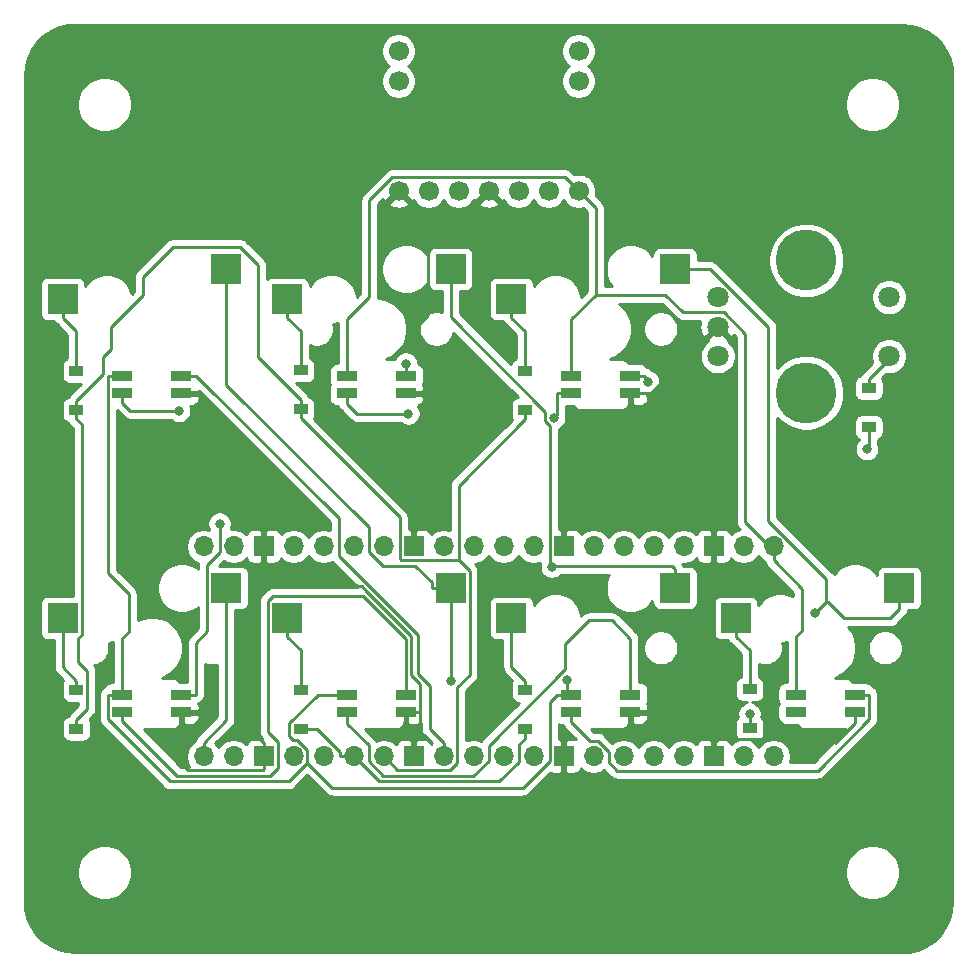
<source format=gbr>
%TF.GenerationSoftware,KiCad,Pcbnew,(5.1.10)-1*%
%TF.CreationDate,2021-12-07T13:13:35+09:00*%
%TF.ProjectId,MACRO-PAD-v0.1,4d414352-4f2d-4504-9144-2d76302e312e,rev?*%
%TF.SameCoordinates,Original*%
%TF.FileFunction,Copper,L2,Bot*%
%TF.FilePolarity,Positive*%
%FSLAX46Y46*%
G04 Gerber Fmt 4.6, Leading zero omitted, Abs format (unit mm)*
G04 Created by KiCad (PCBNEW (5.1.10)-1) date 2021-12-07 13:13:35*
%MOMM*%
%LPD*%
G01*
G04 APERTURE LIST*
%TA.AperFunction,ComponentPad*%
%ADD10C,1.700000*%
%TD*%
%TA.AperFunction,ComponentPad*%
%ADD11C,5.161000*%
%TD*%
%TA.AperFunction,ComponentPad*%
%ADD12C,1.800000*%
%TD*%
%TA.AperFunction,SMDPad,CuDef*%
%ADD13R,1.800000X0.820000*%
%TD*%
%TA.AperFunction,SMDPad,CuDef*%
%ADD14R,2.550000X2.500000*%
%TD*%
%TA.AperFunction,ComponentPad*%
%ADD15O,1.700000X1.700000*%
%TD*%
%TA.AperFunction,ComponentPad*%
%ADD16R,1.700000X1.700000*%
%TD*%
%TA.AperFunction,SMDPad,CuDef*%
%ADD17R,1.200000X0.900000*%
%TD*%
%TA.AperFunction,ViaPad*%
%ADD18C,0.800000*%
%TD*%
%TA.AperFunction,Conductor*%
%ADD19C,0.250000*%
%TD*%
%TA.AperFunction,Conductor*%
%ADD20C,0.254000*%
%TD*%
%TA.AperFunction,Conductor*%
%ADD21C,0.100000*%
%TD*%
G04 APERTURE END LIST*
D10*
%TO.P,U9,11*%
%TO.N,N/C*%
X79577000Y-72562510D03*
%TO.P,U9,10*%
X79577000Y-75102510D03*
%TO.P,U9,9*%
X94817000Y-75102510D03*
%TO.P,U9,8*%
X94817000Y-72562510D03*
%TO.P,U9,7*%
%TO.N,GND*%
X79577000Y-84423500D03*
%TO.P,U9,6*%
%TO.N,Net-(U9-Pad6)*%
X82117000Y-84423500D03*
%TO.P,U9,5*%
%TO.N,Net-(U9-Pad5)*%
X84657000Y-84423500D03*
%TO.P,U9,4*%
%TO.N,GND*%
X87197000Y-84423500D03*
%TO.P,U9,3*%
%TO.N,Net-(U9-Pad3)*%
X89737000Y-84423500D03*
%TO.P,U9,2*%
%TO.N,Net-(U9-Pad2)*%
X92277000Y-84423500D03*
%TO.P,U9,1*%
%TO.N,+5V*%
X94817000Y-84423500D03*
%TD*%
D11*
%TO.P,U8,MH2*%
%TO.N,Net-(U8-PadMH2)*%
X114100000Y-101500000D03*
%TO.P,U8,MH1*%
%TO.N,Net-(U8-PadMH1)*%
X114100000Y-90300000D03*
D12*
%TO.P,U8,C1*%
%TO.N,GND*%
X106600000Y-95900000D03*
%TO.P,U8,B1*%
%TO.N,B1*%
X106600000Y-98400000D03*
%TO.P,U8,A1*%
%TO.N,A1*%
X106600000Y-93400000D03*
%TO.P,U8,2*%
%TO.N,Net-(D8-Pad2)*%
X121100000Y-98400000D03*
%TO.P,U8,1*%
%TO.N,col3*%
X121100000Y-93400000D03*
%TD*%
D13*
%TO.P,U7,3*%
%TO.N,+5V*%
X113197000Y-127053000D03*
%TO.P,U7,4*%
%TO.N,Net-(U7-Pad4)*%
X113197000Y-128553000D03*
%TO.P,U7,5*%
%TO.N,GND*%
X118197000Y-128553000D03*
%TO.P,U7,6*%
%TO.N,Net-(U6-Pad4)*%
X118197000Y-127053000D03*
D14*
%TO.P,U7,2*%
%TO.N,Net-(D7-Pad2)*%
X108137000Y-120563000D03*
%TO.P,U7,1*%
%TO.N,col2*%
X121987000Y-118023000D03*
%TD*%
D13*
%TO.P,U6,3*%
%TO.N,+5V*%
X94197000Y-127053000D03*
%TO.P,U6,4*%
%TO.N,Net-(U6-Pad4)*%
X94197000Y-128553000D03*
%TO.P,U6,5*%
%TO.N,GND*%
X99197000Y-128553000D03*
%TO.P,U6,6*%
%TO.N,Net-(U5-Pad4)*%
X99197000Y-127053000D03*
D14*
%TO.P,U6,2*%
%TO.N,Net-(D6-Pad2)*%
X89137000Y-120563000D03*
%TO.P,U6,1*%
%TO.N,col1*%
X102987000Y-118023000D03*
%TD*%
D13*
%TO.P,U5,3*%
%TO.N,+5V*%
X75197000Y-127053000D03*
%TO.P,U5,4*%
%TO.N,Net-(U5-Pad4)*%
X75197000Y-128553000D03*
%TO.P,U5,5*%
%TO.N,GND*%
X80197000Y-128553000D03*
%TO.P,U5,6*%
%TO.N,Net-(U4-Pad4)*%
X80197000Y-127053000D03*
D14*
%TO.P,U5,2*%
%TO.N,Net-(D5-Pad2)*%
X70137000Y-120563000D03*
%TO.P,U5,1*%
%TO.N,col0*%
X83987000Y-118023000D03*
%TD*%
D13*
%TO.P,U4,3*%
%TO.N,+5V*%
X56197000Y-127053000D03*
%TO.P,U4,4*%
%TO.N,Net-(U4-Pad4)*%
X56197000Y-128553000D03*
%TO.P,U4,5*%
%TO.N,GND*%
X61197000Y-128553000D03*
%TO.P,U4,6*%
%TO.N,Net-(U3-Pad4)*%
X61197000Y-127053000D03*
D14*
%TO.P,U4,2*%
%TO.N,Net-(D4-Pad2)*%
X51137000Y-120563000D03*
%TO.P,U4,1*%
%TO.N,col3*%
X64987000Y-118023000D03*
%TD*%
D13*
%TO.P,U3,3*%
%TO.N,+5V*%
X94197000Y-100053000D03*
%TO.P,U3,4*%
%TO.N,Net-(U3-Pad4)*%
X94197000Y-101553000D03*
%TO.P,U3,5*%
%TO.N,GND*%
X99197000Y-101553000D03*
%TO.P,U3,6*%
%TO.N,Net-(U2-Pad4)*%
X99197000Y-100053000D03*
D14*
%TO.P,U3,2*%
%TO.N,Net-(D3-Pad2)*%
X89137000Y-93563000D03*
%TO.P,U3,1*%
%TO.N,col2*%
X102987000Y-91023000D03*
%TD*%
D13*
%TO.P,U2,3*%
%TO.N,+5V*%
X75197000Y-100053000D03*
%TO.P,U2,4*%
%TO.N,Net-(U2-Pad4)*%
X75197000Y-101553000D03*
%TO.P,U2,5*%
%TO.N,GND*%
X80197000Y-101553000D03*
%TO.P,U2,6*%
%TO.N,Net-(U1-Pad4)*%
X80197000Y-100053000D03*
D14*
%TO.P,U2,2*%
%TO.N,Net-(D2-Pad2)*%
X70137000Y-93563000D03*
%TO.P,U2,1*%
%TO.N,col1*%
X83987000Y-91023000D03*
%TD*%
D13*
%TO.P,U1,3*%
%TO.N,+5V*%
X56197000Y-100053000D03*
%TO.P,U1,4*%
%TO.N,Net-(U1-Pad4)*%
X56197000Y-101553000D03*
%TO.P,U1,5*%
%TO.N,GND*%
X61197000Y-101553000D03*
%TO.P,U1,6*%
%TO.N,LED*%
X61197000Y-100053000D03*
D14*
%TO.P,U1,2*%
%TO.N,Net-(D1-Pad2)*%
X51137000Y-93563000D03*
%TO.P,U1,1*%
%TO.N,col0*%
X64987000Y-91023000D03*
%TD*%
D15*
%TO.P,J1,40*%
%TO.N,+5V*%
X111327000Y-114510000D03*
%TO.P,J1,39*%
%TO.N,Net-(J1-Pad39)*%
X108787000Y-114510000D03*
D16*
%TO.P,J1,38*%
%TO.N,GND*%
X106247000Y-114510000D03*
D15*
%TO.P,J1,37*%
%TO.N,Net-(J1-Pad37)*%
X103707000Y-114510000D03*
%TO.P,J1,36*%
%TO.N,Net-(J1-Pad36)*%
X101167000Y-114510000D03*
%TO.P,J1,35*%
%TO.N,Net-(J1-Pad35)*%
X98627000Y-114510000D03*
%TO.P,J1,34*%
%TO.N,Net-(J1-Pad34)*%
X96087000Y-114510000D03*
D16*
%TO.P,J1,33*%
%TO.N,GND*%
X93547000Y-114510000D03*
D15*
%TO.P,J1,32*%
%TO.N,Net-(J1-Pad32)*%
X91007000Y-114510000D03*
%TO.P,J1,31*%
%TO.N,Net-(J1-Pad31)*%
X88467000Y-114510000D03*
%TO.P,J1,30*%
%TO.N,Net-(J1-Pad30)*%
X85927000Y-114510000D03*
%TO.P,J1,29*%
%TO.N,Net-(J1-Pad29)*%
X83387000Y-114510000D03*
D16*
%TO.P,J1,28*%
%TO.N,GND*%
X80847000Y-114510000D03*
D15*
%TO.P,J1,27*%
%TO.N,Net-(J1-Pad27)*%
X78307000Y-114510000D03*
%TO.P,J1,26*%
%TO.N,Net-(J1-Pad26)*%
X75767000Y-114510000D03*
%TO.P,J1,25*%
%TO.N,Net-(J1-Pad25)*%
X73227000Y-114510000D03*
%TO.P,J1,24*%
%TO.N,Net-(J1-Pad24)*%
X70687000Y-114510000D03*
D16*
%TO.P,J1,23*%
%TO.N,GND*%
X68147000Y-114510000D03*
D15*
%TO.P,J1,22*%
%TO.N,Net-(J1-Pad22)*%
X65607000Y-114510000D03*
%TO.P,J1,21*%
%TO.N,Net-(J1-Pad21)*%
X63067000Y-114510000D03*
%TO.P,J1,20*%
%TO.N,col3*%
X63067000Y-132290000D03*
%TO.P,J1,19*%
%TO.N,col2*%
X65607000Y-132290000D03*
D16*
%TO.P,J1,18*%
%TO.N,GND*%
X68147000Y-132290000D03*
D15*
%TO.P,J1,17*%
%TO.N,col1*%
X70687000Y-132290000D03*
%TO.P,J1,16*%
%TO.N,col0*%
X73227000Y-132290000D03*
%TO.P,J1,15*%
%TO.N,row1*%
X75767000Y-132290000D03*
%TO.P,J1,14*%
%TO.N,row0*%
X78307000Y-132290000D03*
D16*
%TO.P,J1,13*%
%TO.N,GND*%
X80847000Y-132290000D03*
D15*
%TO.P,J1,12*%
%TO.N,LED*%
X83387000Y-132290000D03*
%TO.P,J1,11*%
%TO.N,B1*%
X85927000Y-132290000D03*
%TO.P,J1,10*%
%TO.N,A1*%
X88467000Y-132290000D03*
%TO.P,J1,9*%
%TO.N,Net-(J1-Pad9)*%
X91007000Y-132290000D03*
D16*
%TO.P,J1,8*%
%TO.N,GND*%
X93547000Y-132290000D03*
D15*
%TO.P,J1,7*%
%TO.N,Net-(J1-Pad7)*%
X96087000Y-132290000D03*
%TO.P,J1,6*%
%TO.N,Net-(J1-Pad6)*%
X98627000Y-132290000D03*
%TO.P,J1,5*%
%TO.N,Net-(J1-Pad5)*%
X101167000Y-132290000D03*
%TO.P,J1,4*%
%TO.N,Net-(J1-Pad4)*%
X103707000Y-132290000D03*
D16*
%TO.P,J1,3*%
%TO.N,GND*%
X106247000Y-132290000D03*
D15*
%TO.P,J1,2*%
%TO.N,Net-(J1-Pad2)*%
X108787000Y-132290000D03*
%TO.P,J1,1*%
%TO.N,Net-(J1-Pad1)*%
X111327000Y-132290000D03*
%TD*%
D17*
%TO.P,D8,2*%
%TO.N,Net-(D8-Pad2)*%
X119400000Y-101100000D03*
%TO.P,D8,1*%
%TO.N,row1*%
X119400000Y-104400000D03*
%TD*%
%TO.P,D7,2*%
%TO.N,Net-(D7-Pad2)*%
X109300000Y-126600000D03*
%TO.P,D7,1*%
%TO.N,row1*%
X109300000Y-129900000D03*
%TD*%
%TO.P,D6,2*%
%TO.N,Net-(D6-Pad2)*%
X90300000Y-126650000D03*
%TO.P,D6,1*%
%TO.N,row1*%
X90300000Y-129950000D03*
%TD*%
%TO.P,D5,2*%
%TO.N,Net-(D5-Pad2)*%
X71300000Y-126700000D03*
%TO.P,D5,1*%
%TO.N,row1*%
X71300000Y-130000000D03*
%TD*%
%TO.P,D4,2*%
%TO.N,Net-(D4-Pad2)*%
X52300000Y-126650000D03*
%TO.P,D4,1*%
%TO.N,row0*%
X52300000Y-129950000D03*
%TD*%
%TO.P,D3,2*%
%TO.N,Net-(D3-Pad2)*%
X90300000Y-99650000D03*
%TO.P,D3,1*%
%TO.N,row0*%
X90300000Y-102950000D03*
%TD*%
%TO.P,D2,2*%
%TO.N,Net-(D2-Pad2)*%
X71300000Y-99600000D03*
%TO.P,D2,1*%
%TO.N,row0*%
X71300000Y-102900000D03*
%TD*%
%TO.P,D1,2*%
%TO.N,Net-(D1-Pad2)*%
X52300000Y-99650000D03*
%TO.P,D1,1*%
%TO.N,row0*%
X52300000Y-102950000D03*
%TD*%
D18*
%TO.N,row1*%
X119230000Y-106271400D03*
X109300000Y-128697900D03*
%TO.N,+5V*%
X93798600Y-125793300D03*
%TO.N,col2*%
X114865900Y-120129600D03*
%TO.N,col1*%
X92555000Y-116230000D03*
%TO.N,col0*%
X84045300Y-125885900D03*
%TO.N,Net-(U1-Pad4)*%
X80197000Y-99024200D03*
X60976000Y-103025300D03*
%TO.N,Net-(U2-Pad4)*%
X100718500Y-100569700D03*
X80417500Y-103270400D03*
%TO.N,Net-(U3-Pad4)*%
X64431600Y-112586000D03*
X92736900Y-103615100D03*
%TD*%
D19*
%TO.N,Net-(D1-Pad2)*%
X51137000Y-93563000D02*
X51137000Y-95138300D01*
X52300000Y-99650000D02*
X52300000Y-96301300D01*
X52300000Y-96301300D02*
X51137000Y-95138300D01*
%TO.N,row0*%
X84657000Y-115685400D02*
X84657000Y-109368300D01*
X84657000Y-109368300D02*
X90300000Y-103725300D01*
X84657000Y-115685400D02*
X79815900Y-115685400D01*
X79815900Y-115685400D02*
X79671600Y-115541100D01*
X79671600Y-115541100D02*
X79671600Y-112046900D01*
X79671600Y-112046900D02*
X71300000Y-103675300D01*
X90300000Y-102950000D02*
X90300000Y-103725300D01*
X71300000Y-102900000D02*
X71300000Y-103675300D01*
X71300000Y-102900000D02*
X71300000Y-102124700D01*
X71300000Y-102124700D02*
X67658700Y-98483400D01*
X67658700Y-98483400D02*
X67658700Y-90695800D01*
X67658700Y-90695800D02*
X66113800Y-89150900D01*
X66113800Y-89150900D02*
X60492200Y-89150900D01*
X60492200Y-89150900D02*
X57960400Y-91682700D01*
X57960400Y-91682700D02*
X57960400Y-93195500D01*
X57960400Y-93195500D02*
X55196900Y-95959000D01*
X55196900Y-95959000D02*
X55196900Y-97765300D01*
X55196900Y-97765300D02*
X54521300Y-98440900D01*
X54521300Y-98440900D02*
X54521300Y-99953400D01*
X54521300Y-99953400D02*
X52300000Y-102174700D01*
X52300000Y-102950000D02*
X52300000Y-102174700D01*
X52300000Y-129950000D02*
X52300000Y-129174700D01*
X52300000Y-102950000D02*
X52300000Y-103725300D01*
X52300000Y-103725300D02*
X52740200Y-104165500D01*
X52740200Y-104165500D02*
X52740200Y-121992300D01*
X52740200Y-121992300D02*
X52440700Y-122291800D01*
X52440700Y-122291800D02*
X52440700Y-124264300D01*
X52440700Y-124264300D02*
X53225400Y-125049000D01*
X53225400Y-125049000D02*
X53225400Y-128249300D01*
X53225400Y-128249300D02*
X52300000Y-129174700D01*
X83911200Y-133468600D02*
X79485600Y-133468600D01*
X84562400Y-132817400D02*
X83911200Y-133468600D01*
X79485600Y-133468600D02*
X78307000Y-132290000D01*
X84562400Y-126403000D02*
X84562400Y-132817400D01*
X85587400Y-125378000D02*
X84562400Y-126403000D01*
X85587400Y-116615800D02*
X85587400Y-125378000D01*
X84657000Y-115685400D02*
X85587400Y-116615800D01*
%TO.N,Net-(D2-Pad2)*%
X70137000Y-93563000D02*
X70137000Y-95138300D01*
X71300000Y-99600000D02*
X71300000Y-96301300D01*
X71300000Y-96301300D02*
X70137000Y-95138300D01*
%TO.N,Net-(D3-Pad2)*%
X89137000Y-93563000D02*
X89137000Y-95138300D01*
X90300000Y-99650000D02*
X90300000Y-96301300D01*
X90300000Y-96301300D02*
X89137000Y-95138300D01*
%TO.N,Net-(D4-Pad2)*%
X52300000Y-126650000D02*
X52300000Y-125874700D01*
X51137000Y-122138300D02*
X51137000Y-124711700D01*
X51137000Y-124711700D02*
X52300000Y-125874700D01*
X51137000Y-120563000D02*
X51137000Y-122138300D01*
%TO.N,Net-(D5-Pad2)*%
X70137000Y-120563000D02*
X70137000Y-122138300D01*
X71300000Y-126700000D02*
X71300000Y-123301300D01*
X71300000Y-123301300D02*
X70137000Y-122138300D01*
%TO.N,row1*%
X119230000Y-106271400D02*
X119400000Y-106101400D01*
X119400000Y-106101400D02*
X119400000Y-104400000D01*
X90300000Y-129950000D02*
X90300000Y-130725300D01*
X90300000Y-130725300D02*
X89737000Y-131288300D01*
X89737000Y-131288300D02*
X89737000Y-132766000D01*
X89737000Y-132766000D02*
X88092100Y-134410900D01*
X88092100Y-134410900D02*
X77887900Y-134410900D01*
X77887900Y-134410900D02*
X75767000Y-132290000D01*
X75767000Y-132290000D02*
X74591700Y-132290000D01*
X71300000Y-130000000D02*
X72669000Y-130000000D01*
X72669000Y-130000000D02*
X74591700Y-131922700D01*
X74591700Y-131922700D02*
X74591700Y-132290000D01*
X109300000Y-129124700D02*
X109300000Y-128697900D01*
X109300000Y-129900000D02*
X109300000Y-129124700D01*
%TO.N,Net-(D6-Pad2)*%
X90300000Y-126650000D02*
X90300000Y-125874700D01*
X90300000Y-125874700D02*
X89137000Y-124711700D01*
X89137000Y-124711700D02*
X89137000Y-120563000D01*
%TO.N,Net-(D7-Pad2)*%
X108137000Y-120563000D02*
X108137000Y-122138300D01*
X109300000Y-126600000D02*
X109300000Y-123301300D01*
X109300000Y-123301300D02*
X108137000Y-122138300D01*
%TO.N,Net-(D8-Pad2)*%
X119400000Y-101100000D02*
X119400000Y-100324700D01*
X119400000Y-100324700D02*
X121100000Y-98624700D01*
X121100000Y-98624700D02*
X121100000Y-98400000D01*
%TO.N,+5V*%
X93798600Y-127053000D02*
X92971700Y-127053000D01*
X94197000Y-127053000D02*
X93798600Y-127053000D01*
X93798600Y-125793300D02*
X93798600Y-127053000D01*
X94817000Y-84423500D02*
X93635800Y-83242300D01*
X93635800Y-83242300D02*
X79063000Y-83242300D01*
X79063000Y-83242300D02*
X77107000Y-85198300D01*
X77107000Y-85198300D02*
X77107000Y-93367000D01*
X77107000Y-93367000D02*
X75197000Y-95277000D01*
X75197000Y-95277000D02*
X75197000Y-100053000D01*
X96273400Y-93200600D02*
X96273400Y-85879900D01*
X96273400Y-85879900D02*
X94817000Y-84423500D01*
X71864600Y-132818300D02*
X70284900Y-134398000D01*
X70284900Y-134398000D02*
X60217200Y-134398000D01*
X60217200Y-134398000D02*
X54971700Y-129152500D01*
X54971700Y-129152500D02*
X54971700Y-127053000D01*
X75197000Y-127053000D02*
X72721200Y-127053000D01*
X72721200Y-127053000D02*
X70321000Y-129453200D01*
X70321000Y-129453200D02*
X70321000Y-130531100D01*
X70321000Y-130531100D02*
X70670100Y-130880200D01*
X70670100Y-130880200D02*
X70991900Y-130880200D01*
X70991900Y-130880200D02*
X71864600Y-131752900D01*
X71864600Y-131752900D02*
X71864600Y-132818300D01*
X71864600Y-132818300D02*
X73972000Y-134925700D01*
X73972000Y-134925700D02*
X90089800Y-134925700D01*
X90089800Y-134925700D02*
X92371500Y-132644000D01*
X92371500Y-132644000D02*
X92371500Y-127653200D01*
X92371500Y-127653200D02*
X92971700Y-127053000D01*
X56197000Y-127053000D02*
X54971700Y-127053000D01*
X96273400Y-93200600D02*
X94197000Y-95277000D01*
X94197000Y-95277000D02*
X94197000Y-100053000D01*
X111327000Y-114613600D02*
X111070900Y-114613600D01*
X111070900Y-114613600D02*
X108927900Y-112470600D01*
X108927900Y-112470600D02*
X108927900Y-96485400D01*
X108927900Y-96485400D02*
X107092500Y-94650000D01*
X107092500Y-94650000D02*
X103628900Y-94650000D01*
X103628900Y-94650000D02*
X102179500Y-93200600D01*
X102179500Y-93200600D02*
X96273400Y-93200600D01*
X111327000Y-114613600D02*
X111327000Y-114924500D01*
X111327000Y-114510000D02*
X111327000Y-114613600D01*
X54971700Y-100053000D02*
X54971700Y-116789300D01*
X54971700Y-116789300D02*
X56717400Y-118535000D01*
X56717400Y-118535000D02*
X56717400Y-121756600D01*
X56717400Y-121756600D02*
X56197000Y-122277000D01*
X56197000Y-122277000D02*
X56197000Y-127053000D01*
X56197000Y-100053000D02*
X54971700Y-100053000D01*
X111327000Y-115097600D02*
X111327000Y-115685300D01*
X111327000Y-115097600D02*
X111327000Y-114924500D01*
X111327000Y-115685300D02*
X113766000Y-118124300D01*
X113766000Y-118124300D02*
X113766000Y-121617600D01*
X113766000Y-121617600D02*
X113197000Y-122186600D01*
X113197000Y-122186600D02*
X113197000Y-127053000D01*
%TO.N,GND*%
X101702000Y-128553000D02*
X99197000Y-128553000D01*
X80847000Y-113334700D02*
X81309700Y-112872000D01*
X82063800Y-86910300D02*
X79577000Y-84423500D01*
X87197000Y-84423500D02*
X84710200Y-86910300D01*
X84710200Y-86910300D02*
X82063800Y-86910300D01*
X81309700Y-101553000D02*
X81422300Y-101440400D01*
X81422300Y-95566800D02*
X82063800Y-94925300D01*
X82063800Y-94925300D02*
X82063800Y-86910300D01*
X80197000Y-101553000D02*
X81309700Y-101553000D01*
X80847000Y-114510000D02*
X80847000Y-113334700D01*
X76843300Y-118266000D02*
X80647400Y-122070100D01*
X80647400Y-122070100D02*
X80647400Y-125416200D01*
X80647400Y-125416200D02*
X81422300Y-126191100D01*
X81422300Y-126191100D02*
X81422300Y-128553000D01*
X68147000Y-131114700D02*
X68043900Y-131011600D01*
X68043900Y-118369100D02*
X68147000Y-118266000D01*
X68147000Y-115685300D02*
X68147000Y-118266000D01*
X100422300Y-101553000D02*
X100947000Y-101553000D01*
X100947000Y-101553000D02*
X106600000Y-95900000D01*
X99197000Y-101553000D02*
X100422300Y-101553000D01*
X62422300Y-101553000D02*
X68147000Y-107277700D01*
X68147000Y-107277700D02*
X68147000Y-114510000D01*
X106247000Y-114510000D02*
X106247000Y-113334700D01*
X106247000Y-114510000D02*
X106247000Y-124008000D01*
X106247000Y-124008000D02*
X101702000Y-128553000D01*
X80847000Y-132290000D02*
X80847000Y-131114700D01*
X80197000Y-128553000D02*
X81422300Y-128553000D01*
X80847000Y-131114700D02*
X81422300Y-130539400D01*
X81422300Y-130539400D02*
X81422300Y-128553000D01*
X68147000Y-132290000D02*
X68147000Y-131114700D01*
X68147000Y-114510000D02*
X68147000Y-115685300D01*
X61197000Y-101553000D02*
X62422300Y-101553000D01*
X61197000Y-128553000D02*
X62422300Y-128553000D01*
X118197000Y-129424900D02*
X116507200Y-131114700D01*
X118197000Y-128553000D02*
X118197000Y-129424900D01*
X68071999Y-133465001D02*
X61765001Y-133465001D01*
X68147000Y-133390000D02*
X68071999Y-133465001D01*
X68147000Y-132290000D02*
X68147000Y-133390000D01*
X61765001Y-133465001D02*
X60600000Y-132300000D01*
X61197000Y-131703000D02*
X61197000Y-128553000D01*
X60600000Y-132300000D02*
X61197000Y-131703000D01*
X76843300Y-118266000D02*
X76843300Y-118265510D01*
X76843300Y-118265510D02*
X76477790Y-117900000D01*
X76477790Y-117900000D02*
X75800000Y-117900000D01*
X106247000Y-131190000D02*
X106637000Y-130800000D01*
X106247000Y-132290000D02*
X106247000Y-131190000D01*
X106637000Y-130800000D02*
X113800000Y-130800000D01*
%TO.N,col3*%
X63067000Y-132290000D02*
X63067000Y-131114700D01*
X63067000Y-131114700D02*
X64987000Y-129194700D01*
X64987000Y-129194700D02*
X64987000Y-118023000D01*
%TO.N,col2*%
X115781000Y-119214500D02*
X115781000Y-117226300D01*
X115781000Y-117226300D02*
X110887500Y-112332800D01*
X110887500Y-112332800D02*
X110887500Y-95931300D01*
X110887500Y-95931300D02*
X105979200Y-91023000D01*
X105979200Y-91023000D02*
X102987000Y-91023000D01*
X114865900Y-120129600D02*
X115781000Y-119214500D01*
X115781000Y-119214500D02*
X115914500Y-119214500D01*
X115914500Y-119214500D02*
X117300000Y-120600000D01*
X117300000Y-120600000D02*
X121200000Y-120600000D01*
X121987000Y-119813000D02*
X121987000Y-118023000D01*
X121200000Y-120600000D02*
X121987000Y-119813000D01*
%TO.N,col1*%
X92555000Y-116197100D02*
X102736400Y-116197100D01*
X102736400Y-116197100D02*
X102987000Y-116447700D01*
X83987000Y-91023000D02*
X83987000Y-95096500D01*
X83987000Y-95096500D02*
X92011600Y-103121100D01*
X92011600Y-103121100D02*
X92011600Y-103915500D01*
X92011600Y-103915500D02*
X92371600Y-104275500D01*
X92371600Y-104275500D02*
X92371600Y-116013700D01*
X92371600Y-116013700D02*
X92555000Y-116197100D01*
X92555000Y-116230000D02*
X92555000Y-116197100D01*
X102987000Y-118023000D02*
X102987000Y-116447700D01*
%TO.N,col0*%
X83987000Y-118023000D02*
X83987000Y-119598300D01*
X84045300Y-125885900D02*
X84045300Y-119656600D01*
X84045300Y-119656600D02*
X83987000Y-119598300D01*
X64987000Y-91023000D02*
X64987000Y-100805700D01*
X64987000Y-100805700D02*
X77067900Y-112886600D01*
X77067900Y-112886600D02*
X77067900Y-114940100D01*
X77067900Y-114940100D02*
X78263600Y-116135800D01*
X78263600Y-116135800D02*
X81003600Y-116135800D01*
X81003600Y-116135800D02*
X82386700Y-117518900D01*
X82386700Y-117518900D02*
X82386700Y-118023000D01*
X83987000Y-118023000D02*
X82386700Y-118023000D01*
%TO.N,LED*%
X83387000Y-131114700D02*
X82211700Y-129939400D01*
X82211700Y-129939400D02*
X82211700Y-126343600D01*
X82211700Y-126343600D02*
X81190500Y-125322400D01*
X81190500Y-125322400D02*
X81190500Y-121976300D01*
X81190500Y-121976300D02*
X74497000Y-115282800D01*
X74497000Y-115282800D02*
X74497000Y-112127700D01*
X74497000Y-112127700D02*
X62422300Y-100053000D01*
X61197000Y-100053000D02*
X62422300Y-100053000D01*
X83387000Y-132290000D02*
X83387000Y-131114700D01*
%TO.N,Net-(U1-Pad4)*%
X56197000Y-101553000D02*
X56197000Y-102357200D01*
X56197000Y-102357200D02*
X56865100Y-103025300D01*
X56865100Y-103025300D02*
X60976000Y-103025300D01*
X80197000Y-100053000D02*
X80197000Y-99024200D01*
%TO.N,Net-(U2-Pad4)*%
X99197000Y-100053000D02*
X100422300Y-100053000D01*
X100718500Y-100569700D02*
X100422300Y-100273500D01*
X100422300Y-100273500D02*
X100422300Y-100053000D01*
X75197000Y-101553000D02*
X75197000Y-102426700D01*
X75197000Y-102426700D02*
X76040700Y-103270400D01*
X76040700Y-103270400D02*
X80417500Y-103270400D01*
%TO.N,Net-(U3-Pad4)*%
X94197000Y-101553000D02*
X92971700Y-101553000D01*
X61197000Y-127053000D02*
X62422300Y-127053000D01*
X62422300Y-127053000D02*
X62422300Y-122657800D01*
X62422300Y-122657800D02*
X63383800Y-121696300D01*
X63383800Y-121696300D02*
X63383800Y-116050300D01*
X63383800Y-116050300D02*
X64431600Y-115002500D01*
X64431600Y-115002500D02*
X64431600Y-112586000D01*
X92971700Y-101553000D02*
X92971700Y-103380300D01*
X92971700Y-103380300D02*
X92736900Y-103615100D01*
%TO.N,Net-(U4-Pad4)*%
X80197000Y-127053000D02*
X80197000Y-122322800D01*
X80197000Y-122322800D02*
X76600000Y-118725800D01*
X76600000Y-118725800D02*
X68923000Y-118725800D01*
X68923000Y-118725800D02*
X68536600Y-119112200D01*
X68536600Y-119112200D02*
X68536600Y-130217000D01*
X68536600Y-130217000D02*
X69347400Y-131027800D01*
X69347400Y-131027800D02*
X69347400Y-133249700D01*
X69347400Y-133249700D02*
X68679300Y-133917800D01*
X68679300Y-133917800D02*
X60841000Y-133917800D01*
X60841000Y-133917800D02*
X56197000Y-129273800D01*
X56197000Y-129273800D02*
X56197000Y-128553000D01*
%TO.N,Net-(U5-Pad4)*%
X99197000Y-127053000D02*
X99197000Y-122313900D01*
X99197000Y-122313900D02*
X97660400Y-120777300D01*
X97660400Y-120777300D02*
X95685300Y-120777300D01*
X95685300Y-120777300D02*
X93671900Y-122790700D01*
X93671900Y-122790700D02*
X93671900Y-124894300D01*
X93671900Y-124894300D02*
X87197000Y-131369200D01*
X87197000Y-131369200D02*
X87197000Y-132685000D01*
X87197000Y-132685000D02*
X85921500Y-133960500D01*
X85921500Y-133960500D02*
X78297700Y-133960500D01*
X78297700Y-133960500D02*
X77037000Y-132699800D01*
X77037000Y-132699800D02*
X77037000Y-131357600D01*
X77037000Y-131357600D02*
X75197000Y-129517600D01*
X75197000Y-129517600D02*
X75197000Y-128553000D01*
%TO.N,Net-(U6-Pad4)*%
X118197000Y-127053000D02*
X119422300Y-127053000D01*
X94197000Y-128553000D02*
X94197000Y-129363300D01*
X94197000Y-129363300D02*
X95801100Y-130967400D01*
X95801100Y-130967400D02*
X96448700Y-130967400D01*
X96448700Y-130967400D02*
X97357000Y-131875700D01*
X97357000Y-131875700D02*
X97357000Y-132770000D01*
X97357000Y-132770000D02*
X98077800Y-133490800D01*
X98077800Y-133490800D02*
X115050400Y-133490800D01*
X115050400Y-133490800D02*
X119422300Y-129118900D01*
X119422300Y-129118900D02*
X119422300Y-127053000D01*
%TD*%
D20*
%TO.N,GND*%
X122954216Y-70408234D02*
X123684598Y-70608043D01*
X124368048Y-70934032D01*
X124982968Y-71375897D01*
X125509925Y-71919675D01*
X125932259Y-72548174D01*
X126236621Y-73241528D01*
X126414746Y-73983476D01*
X126462000Y-74626949D01*
X126462001Y-144573257D01*
X126391766Y-145360216D01*
X126191957Y-146090597D01*
X125865968Y-146774048D01*
X125424103Y-147388968D01*
X124880323Y-147915927D01*
X124251828Y-148338257D01*
X123558472Y-148642621D01*
X122816524Y-148820746D01*
X122173051Y-148868000D01*
X52226732Y-148868000D01*
X51439784Y-148797766D01*
X50709403Y-148597957D01*
X50025952Y-148271968D01*
X49411032Y-147830103D01*
X48884073Y-147286323D01*
X48461743Y-146657828D01*
X48157379Y-145964472D01*
X47979254Y-145222524D01*
X47932000Y-144579051D01*
X47932000Y-141872170D01*
X52353340Y-141872170D01*
X52353340Y-142333830D01*
X52443406Y-142786620D01*
X52620075Y-143213139D01*
X52876560Y-143596996D01*
X53203004Y-143923440D01*
X53586861Y-144179925D01*
X54013380Y-144356594D01*
X54466170Y-144446660D01*
X54927830Y-144446660D01*
X55380620Y-144356594D01*
X55807139Y-144179925D01*
X56190996Y-143923440D01*
X56517440Y-143596996D01*
X56773925Y-143213139D01*
X56950594Y-142786620D01*
X57040660Y-142333830D01*
X57040660Y-141872170D01*
X117353340Y-141872170D01*
X117353340Y-142333830D01*
X117443406Y-142786620D01*
X117620075Y-143213139D01*
X117876560Y-143596996D01*
X118203004Y-143923440D01*
X118586861Y-144179925D01*
X119013380Y-144356594D01*
X119466170Y-144446660D01*
X119927830Y-144446660D01*
X120380620Y-144356594D01*
X120807139Y-144179925D01*
X121190996Y-143923440D01*
X121517440Y-143596996D01*
X121773925Y-143213139D01*
X121950594Y-142786620D01*
X122040660Y-142333830D01*
X122040660Y-141872170D01*
X121950594Y-141419380D01*
X121773925Y-140992861D01*
X121517440Y-140609004D01*
X121190996Y-140282560D01*
X120807139Y-140026075D01*
X120380620Y-139849406D01*
X119927830Y-139759340D01*
X119466170Y-139759340D01*
X119013380Y-139849406D01*
X118586861Y-140026075D01*
X118203004Y-140282560D01*
X117876560Y-140609004D01*
X117620075Y-140992861D01*
X117443406Y-141419380D01*
X117353340Y-141872170D01*
X57040660Y-141872170D01*
X56950594Y-141419380D01*
X56773925Y-140992861D01*
X56517440Y-140609004D01*
X56190996Y-140282560D01*
X55807139Y-140026075D01*
X55380620Y-139849406D01*
X54927830Y-139759340D01*
X54466170Y-139759340D01*
X54013380Y-139849406D01*
X53586861Y-140026075D01*
X53203004Y-140282560D01*
X52876560Y-140609004D01*
X52620075Y-140992861D01*
X52443406Y-141419380D01*
X52353340Y-141872170D01*
X47932000Y-141872170D01*
X47932000Y-92313000D01*
X49223928Y-92313000D01*
X49223928Y-94813000D01*
X49236188Y-94937482D01*
X49272498Y-95057180D01*
X49331463Y-95167494D01*
X49410815Y-95264185D01*
X49507506Y-95343537D01*
X49617820Y-95402502D01*
X49737518Y-95438812D01*
X49862000Y-95451072D01*
X50442425Y-95451072D01*
X50502026Y-95562576D01*
X50564790Y-95639053D01*
X50597000Y-95678301D01*
X50625998Y-95702099D01*
X51540001Y-96616103D01*
X51540000Y-98584962D01*
X51455820Y-98610498D01*
X51345506Y-98669463D01*
X51248815Y-98748815D01*
X51169463Y-98845506D01*
X51110498Y-98955820D01*
X51074188Y-99075518D01*
X51061928Y-99200000D01*
X51061928Y-100100000D01*
X51074188Y-100224482D01*
X51110498Y-100344180D01*
X51169463Y-100454494D01*
X51248815Y-100551185D01*
X51345506Y-100630537D01*
X51455820Y-100689502D01*
X51575518Y-100725812D01*
X51700000Y-100738072D01*
X52661827Y-100738072D01*
X51788998Y-101610901D01*
X51760000Y-101634699D01*
X51736202Y-101663697D01*
X51736201Y-101663698D01*
X51665026Y-101750424D01*
X51600170Y-101871760D01*
X51575518Y-101874188D01*
X51455820Y-101910498D01*
X51345506Y-101969463D01*
X51248815Y-102048815D01*
X51169463Y-102145506D01*
X51110498Y-102255820D01*
X51074188Y-102375518D01*
X51061928Y-102500000D01*
X51061928Y-103400000D01*
X51074188Y-103524482D01*
X51110498Y-103644180D01*
X51169463Y-103754494D01*
X51248815Y-103851185D01*
X51345506Y-103930537D01*
X51455820Y-103989502D01*
X51575518Y-104025812D01*
X51600170Y-104028240D01*
X51665026Y-104149576D01*
X51718966Y-104215301D01*
X51760000Y-104265301D01*
X51788998Y-104289099D01*
X51980200Y-104480301D01*
X51980201Y-118674928D01*
X49862000Y-118674928D01*
X49737518Y-118687188D01*
X49617820Y-118723498D01*
X49507506Y-118782463D01*
X49410815Y-118861815D01*
X49331463Y-118958506D01*
X49272498Y-119068820D01*
X49236188Y-119188518D01*
X49223928Y-119313000D01*
X49223928Y-121813000D01*
X49236188Y-121937482D01*
X49272498Y-122057180D01*
X49331463Y-122167494D01*
X49410815Y-122264185D01*
X49507506Y-122343537D01*
X49617820Y-122402502D01*
X49737518Y-122438812D01*
X49862000Y-122451072D01*
X50377000Y-122451072D01*
X50377001Y-124674368D01*
X50373324Y-124711700D01*
X50377001Y-124749032D01*
X50377001Y-124749033D01*
X50387998Y-124860686D01*
X50399703Y-124899274D01*
X50431454Y-125003946D01*
X50502026Y-125135976D01*
X50552916Y-125197985D01*
X50597000Y-125251701D01*
X50625998Y-125275499D01*
X51181426Y-125830928D01*
X51169463Y-125845506D01*
X51110498Y-125955820D01*
X51074188Y-126075518D01*
X51061928Y-126200000D01*
X51061928Y-127100000D01*
X51074188Y-127224482D01*
X51110498Y-127344180D01*
X51169463Y-127454494D01*
X51248815Y-127551185D01*
X51345506Y-127630537D01*
X51455820Y-127689502D01*
X51575518Y-127725812D01*
X51700000Y-127738072D01*
X52465401Y-127738072D01*
X52465401Y-127934497D01*
X51788998Y-128610901D01*
X51760000Y-128634699D01*
X51736202Y-128663697D01*
X51736201Y-128663698D01*
X51665026Y-128750424D01*
X51600170Y-128871760D01*
X51575518Y-128874188D01*
X51455820Y-128910498D01*
X51345506Y-128969463D01*
X51248815Y-129048815D01*
X51169463Y-129145506D01*
X51110498Y-129255820D01*
X51074188Y-129375518D01*
X51061928Y-129500000D01*
X51061928Y-130400000D01*
X51074188Y-130524482D01*
X51110498Y-130644180D01*
X51169463Y-130754494D01*
X51248815Y-130851185D01*
X51345506Y-130930537D01*
X51455820Y-130989502D01*
X51575518Y-131025812D01*
X51700000Y-131038072D01*
X52900000Y-131038072D01*
X53024482Y-131025812D01*
X53144180Y-130989502D01*
X53254494Y-130930537D01*
X53351185Y-130851185D01*
X53430537Y-130754494D01*
X53489502Y-130644180D01*
X53525812Y-130524482D01*
X53538072Y-130400000D01*
X53538072Y-129500000D01*
X53525812Y-129375518D01*
X53489502Y-129255820D01*
X53430537Y-129145506D01*
X53418573Y-129130928D01*
X53736403Y-128813099D01*
X53765401Y-128789301D01*
X53860374Y-128673576D01*
X53930946Y-128541547D01*
X53974403Y-128398286D01*
X53985400Y-128286633D01*
X53985400Y-128286624D01*
X53989076Y-128249301D01*
X53985400Y-128211978D01*
X53985400Y-125086322D01*
X53989076Y-125048999D01*
X53985400Y-125011676D01*
X53985400Y-125011667D01*
X53974403Y-124900014D01*
X53930946Y-124756753D01*
X53860374Y-124624724D01*
X53821484Y-124577336D01*
X54050421Y-124531798D01*
X54320838Y-124419788D01*
X54564206Y-124257174D01*
X54771174Y-124050206D01*
X54933788Y-123806838D01*
X55045798Y-123536421D01*
X55102900Y-123249348D01*
X55102900Y-122956652D01*
X55051451Y-122698000D01*
X55097279Y-122698000D01*
X55437000Y-122630425D01*
X55437001Y-126004928D01*
X55297000Y-126004928D01*
X55172518Y-126017188D01*
X55052820Y-126053498D01*
X54942506Y-126112463D01*
X54845815Y-126191815D01*
X54766463Y-126288506D01*
X54745695Y-126327360D01*
X54679453Y-126347454D01*
X54547424Y-126418026D01*
X54431699Y-126512999D01*
X54336726Y-126628724D01*
X54266154Y-126760753D01*
X54222697Y-126904014D01*
X54208023Y-127053000D01*
X54211701Y-127090343D01*
X54211700Y-129115177D01*
X54208024Y-129152500D01*
X54211700Y-129189822D01*
X54211700Y-129189832D01*
X54222697Y-129301485D01*
X54259492Y-129422785D01*
X54266154Y-129444746D01*
X54336726Y-129576776D01*
X54357579Y-129602185D01*
X54431699Y-129692501D01*
X54460703Y-129716304D01*
X59653401Y-134909003D01*
X59677199Y-134938001D01*
X59792924Y-135032974D01*
X59924953Y-135103546D01*
X60068214Y-135147003D01*
X60179867Y-135158000D01*
X60179876Y-135158000D01*
X60217199Y-135161676D01*
X60254522Y-135158000D01*
X70247578Y-135158000D01*
X70284900Y-135161676D01*
X70322222Y-135158000D01*
X70322233Y-135158000D01*
X70433886Y-135147003D01*
X70577147Y-135103546D01*
X70709176Y-135032974D01*
X70824901Y-134938001D01*
X70848704Y-134908997D01*
X71864600Y-133893101D01*
X73408201Y-135436703D01*
X73431999Y-135465701D01*
X73547724Y-135560674D01*
X73679753Y-135631246D01*
X73823014Y-135674703D01*
X73934667Y-135685700D01*
X73934675Y-135685700D01*
X73972000Y-135689376D01*
X74009325Y-135685700D01*
X90052478Y-135685700D01*
X90089800Y-135689376D01*
X90127122Y-135685700D01*
X90127133Y-135685700D01*
X90238786Y-135674703D01*
X90382047Y-135631246D01*
X90514076Y-135560674D01*
X90629801Y-135465701D01*
X90653604Y-135436697D01*
X92392853Y-133697449D01*
X92452820Y-133729502D01*
X92572518Y-133765812D01*
X92697000Y-133778072D01*
X93261250Y-133775000D01*
X93420000Y-133616250D01*
X93420000Y-132417000D01*
X93400000Y-132417000D01*
X93400000Y-132163000D01*
X93420000Y-132163000D01*
X93420000Y-130963750D01*
X93261250Y-130805000D01*
X93131500Y-130804294D01*
X93131500Y-129576369D01*
X93172518Y-129588812D01*
X93297000Y-129601072D01*
X93474930Y-129601072D01*
X93491454Y-129655546D01*
X93562026Y-129787576D01*
X93633201Y-129874302D01*
X93657000Y-129903301D01*
X93685998Y-129927099D01*
X94595557Y-130836658D01*
X94521482Y-130814188D01*
X94397000Y-130801928D01*
X93832750Y-130805000D01*
X93674000Y-130963750D01*
X93674000Y-132163000D01*
X93694000Y-132163000D01*
X93694000Y-132417000D01*
X93674000Y-132417000D01*
X93674000Y-133616250D01*
X93832750Y-133775000D01*
X94397000Y-133778072D01*
X94521482Y-133765812D01*
X94641180Y-133729502D01*
X94751494Y-133670537D01*
X94848185Y-133591185D01*
X94927537Y-133494494D01*
X94986502Y-133384180D01*
X95008513Y-133311620D01*
X95140368Y-133443475D01*
X95383589Y-133605990D01*
X95653842Y-133717932D01*
X95940740Y-133775000D01*
X96233260Y-133775000D01*
X96520158Y-133717932D01*
X96790411Y-133605990D01*
X96986899Y-133474701D01*
X97514001Y-134001802D01*
X97537799Y-134030801D01*
X97566797Y-134054599D01*
X97653523Y-134125774D01*
X97728219Y-134165700D01*
X97785553Y-134196346D01*
X97928814Y-134239803D01*
X98040467Y-134250800D01*
X98040476Y-134250800D01*
X98077799Y-134254476D01*
X98115122Y-134250800D01*
X115013078Y-134250800D01*
X115050400Y-134254476D01*
X115087722Y-134250800D01*
X115087733Y-134250800D01*
X115199386Y-134239803D01*
X115342647Y-134196346D01*
X115474676Y-134125774D01*
X115590401Y-134030801D01*
X115614204Y-134001797D01*
X119933304Y-129682698D01*
X119962301Y-129658901D01*
X120057274Y-129543176D01*
X120127846Y-129411147D01*
X120171303Y-129267886D01*
X120182300Y-129156233D01*
X120182300Y-129156224D01*
X120185976Y-129118901D01*
X120182300Y-129081578D01*
X120182300Y-127090332D01*
X120185977Y-127053000D01*
X120171303Y-126904014D01*
X120127846Y-126760753D01*
X120057274Y-126628724D01*
X119962301Y-126512999D01*
X119846576Y-126418026D01*
X119714547Y-126347454D01*
X119648305Y-126327360D01*
X119627537Y-126288506D01*
X119548185Y-126191815D01*
X119451494Y-126112463D01*
X119341180Y-126053498D01*
X119221482Y-126017188D01*
X119097000Y-126004928D01*
X118025728Y-126004928D01*
X117977667Y-125915011D01*
X117890817Y-125809183D01*
X117784989Y-125722333D01*
X117664252Y-125657798D01*
X117533244Y-125618057D01*
X117431135Y-125608000D01*
X117397000Y-125604638D01*
X117362866Y-125608000D01*
X116519042Y-125608000D01*
X116942251Y-125432701D01*
X117372826Y-125145000D01*
X117739000Y-124778826D01*
X118026701Y-124348251D01*
X118224873Y-123869822D01*
X118325900Y-123361924D01*
X118325900Y-122956652D01*
X119291100Y-122956652D01*
X119291100Y-123249348D01*
X119348202Y-123536421D01*
X119460212Y-123806838D01*
X119622826Y-124050206D01*
X119829794Y-124257174D01*
X120073162Y-124419788D01*
X120343579Y-124531798D01*
X120630652Y-124588900D01*
X120923348Y-124588900D01*
X121210421Y-124531798D01*
X121480838Y-124419788D01*
X121724206Y-124257174D01*
X121931174Y-124050206D01*
X122093788Y-123806838D01*
X122205798Y-123536421D01*
X122262900Y-123249348D01*
X122262900Y-122956652D01*
X122205798Y-122669579D01*
X122093788Y-122399162D01*
X121931174Y-122155794D01*
X121724206Y-121948826D01*
X121480838Y-121786212D01*
X121210421Y-121674202D01*
X120923348Y-121617100D01*
X120630652Y-121617100D01*
X120343579Y-121674202D01*
X120073162Y-121786212D01*
X119829794Y-121948826D01*
X119622826Y-122155794D01*
X119460212Y-122399162D01*
X119348202Y-122669579D01*
X119291100Y-122956652D01*
X118325900Y-122956652D01*
X118325900Y-122844076D01*
X118224873Y-122336178D01*
X118026701Y-121857749D01*
X117739000Y-121427174D01*
X117671826Y-121360000D01*
X121162678Y-121360000D01*
X121200000Y-121363676D01*
X121237322Y-121360000D01*
X121237333Y-121360000D01*
X121348986Y-121349003D01*
X121492247Y-121305546D01*
X121624276Y-121234974D01*
X121740001Y-121140001D01*
X121763803Y-121110998D01*
X122498004Y-120376798D01*
X122527001Y-120353001D01*
X122564135Y-120307753D01*
X122621974Y-120237277D01*
X122692546Y-120105247D01*
X122702706Y-120071754D01*
X122736003Y-119961986D01*
X122741018Y-119911072D01*
X123262000Y-119911072D01*
X123386482Y-119898812D01*
X123506180Y-119862502D01*
X123616494Y-119803537D01*
X123713185Y-119724185D01*
X123792537Y-119627494D01*
X123851502Y-119517180D01*
X123887812Y-119397482D01*
X123900072Y-119273000D01*
X123900072Y-116773000D01*
X123887812Y-116648518D01*
X123851502Y-116528820D01*
X123792537Y-116418506D01*
X123713185Y-116321815D01*
X123616494Y-116242463D01*
X123506180Y-116183498D01*
X123386482Y-116147188D01*
X123262000Y-116134928D01*
X120712000Y-116134928D01*
X120587518Y-116147188D01*
X120467820Y-116183498D01*
X120357506Y-116242463D01*
X120260815Y-116321815D01*
X120181463Y-116418506D01*
X120122498Y-116528820D01*
X120086188Y-116648518D01*
X120073928Y-116773000D01*
X120073928Y-116929259D01*
X119895363Y-116662017D01*
X119597983Y-116364637D01*
X119248302Y-116130988D01*
X118859756Y-115970047D01*
X118447279Y-115888000D01*
X118026721Y-115888000D01*
X117614244Y-115970047D01*
X117225698Y-116130988D01*
X116876017Y-116364637D01*
X116578637Y-116662017D01*
X116446691Y-116859489D01*
X116415974Y-116802023D01*
X116344799Y-116715297D01*
X116321001Y-116686299D01*
X116292003Y-116662501D01*
X111647500Y-112017999D01*
X111647500Y-103594903D01*
X112050239Y-103997642D01*
X112576890Y-104349539D01*
X113162073Y-104591930D01*
X113783301Y-104715500D01*
X114416699Y-104715500D01*
X115037927Y-104591930D01*
X115623110Y-104349539D01*
X116149761Y-103997642D01*
X116197403Y-103950000D01*
X118161928Y-103950000D01*
X118161928Y-104850000D01*
X118174188Y-104974482D01*
X118210498Y-105094180D01*
X118269463Y-105204494D01*
X118348815Y-105301185D01*
X118445506Y-105380537D01*
X118555820Y-105439502D01*
X118594508Y-105451238D01*
X118570226Y-105467463D01*
X118426063Y-105611626D01*
X118312795Y-105781144D01*
X118234774Y-105969502D01*
X118195000Y-106169461D01*
X118195000Y-106373339D01*
X118234774Y-106573298D01*
X118312795Y-106761656D01*
X118426063Y-106931174D01*
X118570226Y-107075337D01*
X118739744Y-107188605D01*
X118928102Y-107266626D01*
X119128061Y-107306400D01*
X119331939Y-107306400D01*
X119531898Y-107266626D01*
X119720256Y-107188605D01*
X119889774Y-107075337D01*
X120033937Y-106931174D01*
X120147205Y-106761656D01*
X120225226Y-106573298D01*
X120265000Y-106373339D01*
X120265000Y-106169461D01*
X120225226Y-105969502D01*
X120160000Y-105812034D01*
X120160000Y-105465038D01*
X120244180Y-105439502D01*
X120354494Y-105380537D01*
X120451185Y-105301185D01*
X120530537Y-105204494D01*
X120589502Y-105094180D01*
X120625812Y-104974482D01*
X120638072Y-104850000D01*
X120638072Y-103950000D01*
X120625812Y-103825518D01*
X120589502Y-103705820D01*
X120530537Y-103595506D01*
X120451185Y-103498815D01*
X120354494Y-103419463D01*
X120244180Y-103360498D01*
X120124482Y-103324188D01*
X120000000Y-103311928D01*
X118800000Y-103311928D01*
X118675518Y-103324188D01*
X118555820Y-103360498D01*
X118445506Y-103419463D01*
X118348815Y-103498815D01*
X118269463Y-103595506D01*
X118210498Y-103705820D01*
X118174188Y-103825518D01*
X118161928Y-103950000D01*
X116197403Y-103950000D01*
X116597642Y-103549761D01*
X116949539Y-103023110D01*
X117191930Y-102437927D01*
X117315500Y-101816699D01*
X117315500Y-101183301D01*
X117209420Y-100650000D01*
X118161928Y-100650000D01*
X118161928Y-101550000D01*
X118174188Y-101674482D01*
X118210498Y-101794180D01*
X118269463Y-101904494D01*
X118348815Y-102001185D01*
X118445506Y-102080537D01*
X118555820Y-102139502D01*
X118675518Y-102175812D01*
X118800000Y-102188072D01*
X120000000Y-102188072D01*
X120124482Y-102175812D01*
X120244180Y-102139502D01*
X120354494Y-102080537D01*
X120451185Y-102001185D01*
X120530537Y-101904494D01*
X120589502Y-101794180D01*
X120625812Y-101674482D01*
X120638072Y-101550000D01*
X120638072Y-100650000D01*
X120625812Y-100525518D01*
X120589502Y-100405820D01*
X120530537Y-100295506D01*
X120518573Y-100280928D01*
X120878490Y-99921011D01*
X120948816Y-99935000D01*
X121251184Y-99935000D01*
X121547743Y-99876011D01*
X121827095Y-99760299D01*
X122078505Y-99592312D01*
X122292312Y-99378505D01*
X122460299Y-99127095D01*
X122576011Y-98847743D01*
X122635000Y-98551184D01*
X122635000Y-98248816D01*
X122576011Y-97952257D01*
X122460299Y-97672905D01*
X122292312Y-97421495D01*
X122078505Y-97207688D01*
X121827095Y-97039701D01*
X121547743Y-96923989D01*
X121251184Y-96865000D01*
X120948816Y-96865000D01*
X120652257Y-96923989D01*
X120372905Y-97039701D01*
X120121495Y-97207688D01*
X119907688Y-97421495D01*
X119739701Y-97672905D01*
X119623989Y-97952257D01*
X119565000Y-98248816D01*
X119565000Y-98551184D01*
X119623989Y-98847743D01*
X119676173Y-98973726D01*
X118888998Y-99760901D01*
X118860000Y-99784699D01*
X118836202Y-99813697D01*
X118836201Y-99813698D01*
X118765026Y-99900424D01*
X118700170Y-100021760D01*
X118675518Y-100024188D01*
X118555820Y-100060498D01*
X118445506Y-100119463D01*
X118348815Y-100198815D01*
X118269463Y-100295506D01*
X118210498Y-100405820D01*
X118174188Y-100525518D01*
X118161928Y-100650000D01*
X117209420Y-100650000D01*
X117191930Y-100562073D01*
X116949539Y-99976890D01*
X116597642Y-99450239D01*
X116149761Y-99002358D01*
X115623110Y-98650461D01*
X115037927Y-98408070D01*
X114416699Y-98284500D01*
X113783301Y-98284500D01*
X113162073Y-98408070D01*
X112576890Y-98650461D01*
X112050239Y-99002358D01*
X111647500Y-99405097D01*
X111647500Y-95968622D01*
X111651176Y-95931299D01*
X111647500Y-95893976D01*
X111647500Y-95893967D01*
X111636503Y-95782314D01*
X111593046Y-95639053D01*
X111522474Y-95507024D01*
X111479789Y-95455012D01*
X111451299Y-95420296D01*
X111451295Y-95420292D01*
X111427501Y-95391299D01*
X111398508Y-95367505D01*
X106543004Y-90512003D01*
X106519201Y-90482999D01*
X106403476Y-90388026D01*
X106271447Y-90317454D01*
X106128186Y-90273997D01*
X106016533Y-90263000D01*
X106016522Y-90263000D01*
X105979200Y-90259324D01*
X105941878Y-90263000D01*
X104900072Y-90263000D01*
X104900072Y-89983301D01*
X110884500Y-89983301D01*
X110884500Y-90616699D01*
X111008070Y-91237927D01*
X111250461Y-91823110D01*
X111602358Y-92349761D01*
X112050239Y-92797642D01*
X112576890Y-93149539D01*
X113162073Y-93391930D01*
X113783301Y-93515500D01*
X114416699Y-93515500D01*
X115037927Y-93391930D01*
X115383434Y-93248816D01*
X119565000Y-93248816D01*
X119565000Y-93551184D01*
X119623989Y-93847743D01*
X119739701Y-94127095D01*
X119907688Y-94378505D01*
X120121495Y-94592312D01*
X120372905Y-94760299D01*
X120652257Y-94876011D01*
X120948816Y-94935000D01*
X121251184Y-94935000D01*
X121547743Y-94876011D01*
X121827095Y-94760299D01*
X122078505Y-94592312D01*
X122292312Y-94378505D01*
X122460299Y-94127095D01*
X122576011Y-93847743D01*
X122635000Y-93551184D01*
X122635000Y-93248816D01*
X122576011Y-92952257D01*
X122460299Y-92672905D01*
X122292312Y-92421495D01*
X122078505Y-92207688D01*
X121827095Y-92039701D01*
X121547743Y-91923989D01*
X121251184Y-91865000D01*
X120948816Y-91865000D01*
X120652257Y-91923989D01*
X120372905Y-92039701D01*
X120121495Y-92207688D01*
X119907688Y-92421495D01*
X119739701Y-92672905D01*
X119623989Y-92952257D01*
X119565000Y-93248816D01*
X115383434Y-93248816D01*
X115623110Y-93149539D01*
X116149761Y-92797642D01*
X116597642Y-92349761D01*
X116949539Y-91823110D01*
X117191930Y-91237927D01*
X117315500Y-90616699D01*
X117315500Y-89983301D01*
X117191930Y-89362073D01*
X116949539Y-88776890D01*
X116597642Y-88250239D01*
X116149761Y-87802358D01*
X115623110Y-87450461D01*
X115037927Y-87208070D01*
X114416699Y-87084500D01*
X113783301Y-87084500D01*
X113162073Y-87208070D01*
X112576890Y-87450461D01*
X112050239Y-87802358D01*
X111602358Y-88250239D01*
X111250461Y-88776890D01*
X111008070Y-89362073D01*
X110884500Y-89983301D01*
X104900072Y-89983301D01*
X104900072Y-89773000D01*
X104887812Y-89648518D01*
X104851502Y-89528820D01*
X104792537Y-89418506D01*
X104713185Y-89321815D01*
X104616494Y-89242463D01*
X104506180Y-89183498D01*
X104386482Y-89147188D01*
X104262000Y-89134928D01*
X101712000Y-89134928D01*
X101587518Y-89147188D01*
X101467820Y-89183498D01*
X101357506Y-89242463D01*
X101260815Y-89321815D01*
X101181463Y-89418506D01*
X101122498Y-89528820D01*
X101086188Y-89648518D01*
X101073928Y-89773000D01*
X101073928Y-89929259D01*
X100895363Y-89662017D01*
X100597983Y-89364637D01*
X100248302Y-89130988D01*
X99859756Y-88970047D01*
X99447279Y-88888000D01*
X99026721Y-88888000D01*
X98614244Y-88970047D01*
X98225698Y-89130988D01*
X97876017Y-89364637D01*
X97578637Y-89662017D01*
X97344988Y-90011698D01*
X97184047Y-90400244D01*
X97102000Y-90812721D01*
X97102000Y-91233279D01*
X97184047Y-91645756D01*
X97344988Y-92034302D01*
X97578637Y-92383983D01*
X97635254Y-92440600D01*
X97033400Y-92440600D01*
X97033400Y-85917225D01*
X97037076Y-85879900D01*
X97033400Y-85842575D01*
X97033400Y-85842567D01*
X97022403Y-85730914D01*
X96978946Y-85587653D01*
X96908374Y-85455624D01*
X96813401Y-85339899D01*
X96784403Y-85316101D01*
X96258210Y-84789908D01*
X96302000Y-84569760D01*
X96302000Y-84277240D01*
X96244932Y-83990342D01*
X96132990Y-83720089D01*
X95970475Y-83476868D01*
X95763632Y-83270025D01*
X95520411Y-83107510D01*
X95250158Y-82995568D01*
X94963260Y-82938500D01*
X94670740Y-82938500D01*
X94450592Y-82982291D01*
X94199604Y-82731303D01*
X94175801Y-82702299D01*
X94060076Y-82607326D01*
X93928047Y-82536754D01*
X93784786Y-82493297D01*
X93673133Y-82482300D01*
X93673122Y-82482300D01*
X93635800Y-82478624D01*
X93598478Y-82482300D01*
X79100325Y-82482300D01*
X79063000Y-82478624D01*
X79025675Y-82482300D01*
X79025667Y-82482300D01*
X78914014Y-82493297D01*
X78770753Y-82536754D01*
X78638724Y-82607326D01*
X78522999Y-82702299D01*
X78499201Y-82731297D01*
X76596003Y-84634496D01*
X76566999Y-84658299D01*
X76519854Y-84715746D01*
X76472026Y-84774024D01*
X76427857Y-84856658D01*
X76401454Y-84906054D01*
X76357997Y-85049315D01*
X76347000Y-85160968D01*
X76347000Y-85160978D01*
X76343324Y-85198300D01*
X76347000Y-85235622D01*
X76347001Y-93052197D01*
X76022000Y-93377198D01*
X76022000Y-93352721D01*
X75939953Y-92940244D01*
X75779012Y-92551698D01*
X75545363Y-92202017D01*
X75247983Y-91904637D01*
X74898302Y-91670988D01*
X74509756Y-91510047D01*
X74097279Y-91428000D01*
X73676721Y-91428000D01*
X73264244Y-91510047D01*
X72875698Y-91670988D01*
X72526017Y-91904637D01*
X72228637Y-92202017D01*
X72050072Y-92469259D01*
X72050072Y-92313000D01*
X72037812Y-92188518D01*
X72001502Y-92068820D01*
X71942537Y-91958506D01*
X71863185Y-91861815D01*
X71766494Y-91782463D01*
X71656180Y-91723498D01*
X71536482Y-91687188D01*
X71412000Y-91674928D01*
X68862000Y-91674928D01*
X68737518Y-91687188D01*
X68617820Y-91723498D01*
X68507506Y-91782463D01*
X68418700Y-91855344D01*
X68418700Y-90733133D01*
X68422377Y-90695800D01*
X68407703Y-90546814D01*
X68364246Y-90403553D01*
X68293674Y-90271524D01*
X68222499Y-90184797D01*
X68198701Y-90155799D01*
X68169703Y-90132001D01*
X66677604Y-88639903D01*
X66653801Y-88610899D01*
X66538076Y-88515926D01*
X66406047Y-88445354D01*
X66262786Y-88401897D01*
X66151133Y-88390900D01*
X66151122Y-88390900D01*
X66113800Y-88387224D01*
X66076478Y-88390900D01*
X60529523Y-88390900D01*
X60492200Y-88387224D01*
X60454877Y-88390900D01*
X60454867Y-88390900D01*
X60343214Y-88401897D01*
X60199953Y-88445354D01*
X60067923Y-88515926D01*
X59984283Y-88584568D01*
X59952199Y-88610899D01*
X59928401Y-88639897D01*
X57449403Y-91118896D01*
X57420399Y-91142699D01*
X57365271Y-91209874D01*
X57325426Y-91258424D01*
X57286754Y-91330774D01*
X57254854Y-91390454D01*
X57211397Y-91533715D01*
X57200400Y-91645368D01*
X57200400Y-91645378D01*
X57196724Y-91682700D01*
X57200400Y-91720023D01*
X57200401Y-92880697D01*
X56973285Y-93107813D01*
X56939953Y-92940244D01*
X56779012Y-92551698D01*
X56545363Y-92202017D01*
X56247983Y-91904637D01*
X55898302Y-91670988D01*
X55509756Y-91510047D01*
X55097279Y-91428000D01*
X54676721Y-91428000D01*
X54264244Y-91510047D01*
X53875698Y-91670988D01*
X53526017Y-91904637D01*
X53228637Y-92202017D01*
X53050072Y-92469259D01*
X53050072Y-92313000D01*
X53037812Y-92188518D01*
X53001502Y-92068820D01*
X52942537Y-91958506D01*
X52863185Y-91861815D01*
X52766494Y-91782463D01*
X52656180Y-91723498D01*
X52536482Y-91687188D01*
X52412000Y-91674928D01*
X49862000Y-91674928D01*
X49737518Y-91687188D01*
X49617820Y-91723498D01*
X49507506Y-91782463D01*
X49410815Y-91861815D01*
X49331463Y-91958506D01*
X49272498Y-92068820D01*
X49236188Y-92188518D01*
X49223928Y-92313000D01*
X47932000Y-92313000D01*
X47932000Y-76872170D01*
X52353340Y-76872170D01*
X52353340Y-77333830D01*
X52443406Y-77786620D01*
X52620075Y-78213139D01*
X52876560Y-78596996D01*
X53203004Y-78923440D01*
X53586861Y-79179925D01*
X54013380Y-79356594D01*
X54466170Y-79446660D01*
X54927830Y-79446660D01*
X55380620Y-79356594D01*
X55807139Y-79179925D01*
X56190996Y-78923440D01*
X56517440Y-78596996D01*
X56773925Y-78213139D01*
X56950594Y-77786620D01*
X57040660Y-77333830D01*
X57040660Y-76872170D01*
X117353340Y-76872170D01*
X117353340Y-77333830D01*
X117443406Y-77786620D01*
X117620075Y-78213139D01*
X117876560Y-78596996D01*
X118203004Y-78923440D01*
X118586861Y-79179925D01*
X119013380Y-79356594D01*
X119466170Y-79446660D01*
X119927830Y-79446660D01*
X120380620Y-79356594D01*
X120807139Y-79179925D01*
X121190996Y-78923440D01*
X121517440Y-78596996D01*
X121773925Y-78213139D01*
X121950594Y-77786620D01*
X122040660Y-77333830D01*
X122040660Y-76872170D01*
X121950594Y-76419380D01*
X121773925Y-75992861D01*
X121517440Y-75609004D01*
X121190996Y-75282560D01*
X120807139Y-75026075D01*
X120380620Y-74849406D01*
X119927830Y-74759340D01*
X119466170Y-74759340D01*
X119013380Y-74849406D01*
X118586861Y-75026075D01*
X118203004Y-75282560D01*
X117876560Y-75609004D01*
X117620075Y-75992861D01*
X117443406Y-76419380D01*
X117353340Y-76872170D01*
X57040660Y-76872170D01*
X56950594Y-76419380D01*
X56773925Y-75992861D01*
X56517440Y-75609004D01*
X56190996Y-75282560D01*
X55807139Y-75026075D01*
X55380620Y-74849406D01*
X54927830Y-74759340D01*
X54466170Y-74759340D01*
X54013380Y-74849406D01*
X53586861Y-75026075D01*
X53203004Y-75282560D01*
X52876560Y-75609004D01*
X52620075Y-75992861D01*
X52443406Y-76419380D01*
X52353340Y-76872170D01*
X47932000Y-76872170D01*
X47932000Y-74632732D01*
X48002234Y-73845784D01*
X48202043Y-73115402D01*
X48528032Y-72431952D01*
X48539315Y-72416250D01*
X78092000Y-72416250D01*
X78092000Y-72708770D01*
X78149068Y-72995668D01*
X78261010Y-73265921D01*
X78423525Y-73509142D01*
X78630368Y-73715985D01*
X78804760Y-73832510D01*
X78630368Y-73949035D01*
X78423525Y-74155878D01*
X78261010Y-74399099D01*
X78149068Y-74669352D01*
X78092000Y-74956250D01*
X78092000Y-75248770D01*
X78149068Y-75535668D01*
X78261010Y-75805921D01*
X78423525Y-76049142D01*
X78630368Y-76255985D01*
X78873589Y-76418500D01*
X79143842Y-76530442D01*
X79430740Y-76587510D01*
X79723260Y-76587510D01*
X80010158Y-76530442D01*
X80280411Y-76418500D01*
X80523632Y-76255985D01*
X80730475Y-76049142D01*
X80892990Y-75805921D01*
X81004932Y-75535668D01*
X81062000Y-75248770D01*
X81062000Y-74956250D01*
X81004932Y-74669352D01*
X80892990Y-74399099D01*
X80730475Y-74155878D01*
X80523632Y-73949035D01*
X80349240Y-73832510D01*
X80523632Y-73715985D01*
X80730475Y-73509142D01*
X80892990Y-73265921D01*
X81004932Y-72995668D01*
X81062000Y-72708770D01*
X81062000Y-72416250D01*
X93332000Y-72416250D01*
X93332000Y-72708770D01*
X93389068Y-72995668D01*
X93501010Y-73265921D01*
X93663525Y-73509142D01*
X93870368Y-73715985D01*
X94044760Y-73832510D01*
X93870368Y-73949035D01*
X93663525Y-74155878D01*
X93501010Y-74399099D01*
X93389068Y-74669352D01*
X93332000Y-74956250D01*
X93332000Y-75248770D01*
X93389068Y-75535668D01*
X93501010Y-75805921D01*
X93663525Y-76049142D01*
X93870368Y-76255985D01*
X94113589Y-76418500D01*
X94383842Y-76530442D01*
X94670740Y-76587510D01*
X94963260Y-76587510D01*
X95250158Y-76530442D01*
X95520411Y-76418500D01*
X95763632Y-76255985D01*
X95970475Y-76049142D01*
X96132990Y-75805921D01*
X96244932Y-75535668D01*
X96302000Y-75248770D01*
X96302000Y-74956250D01*
X96244932Y-74669352D01*
X96132990Y-74399099D01*
X95970475Y-74155878D01*
X95763632Y-73949035D01*
X95589240Y-73832510D01*
X95763632Y-73715985D01*
X95970475Y-73509142D01*
X96132990Y-73265921D01*
X96244932Y-72995668D01*
X96302000Y-72708770D01*
X96302000Y-72416250D01*
X96244932Y-72129352D01*
X96132990Y-71859099D01*
X95970475Y-71615878D01*
X95763632Y-71409035D01*
X95520411Y-71246520D01*
X95250158Y-71134578D01*
X94963260Y-71077510D01*
X94670740Y-71077510D01*
X94383842Y-71134578D01*
X94113589Y-71246520D01*
X93870368Y-71409035D01*
X93663525Y-71615878D01*
X93501010Y-71859099D01*
X93389068Y-72129352D01*
X93332000Y-72416250D01*
X81062000Y-72416250D01*
X81004932Y-72129352D01*
X80892990Y-71859099D01*
X80730475Y-71615878D01*
X80523632Y-71409035D01*
X80280411Y-71246520D01*
X80010158Y-71134578D01*
X79723260Y-71077510D01*
X79430740Y-71077510D01*
X79143842Y-71134578D01*
X78873589Y-71246520D01*
X78630368Y-71409035D01*
X78423525Y-71615878D01*
X78261010Y-71859099D01*
X78149068Y-72129352D01*
X78092000Y-72416250D01*
X48539315Y-72416250D01*
X48969897Y-71817032D01*
X49513675Y-71290075D01*
X50142174Y-70867741D01*
X50835528Y-70563379D01*
X51577476Y-70385254D01*
X52220949Y-70338000D01*
X122167268Y-70338000D01*
X122954216Y-70408234D01*
%TA.AperFunction,Conductor*%
D21*
G36*
X122954216Y-70408234D02*
G01*
X123684598Y-70608043D01*
X124368048Y-70934032D01*
X124982968Y-71375897D01*
X125509925Y-71919675D01*
X125932259Y-72548174D01*
X126236621Y-73241528D01*
X126414746Y-73983476D01*
X126462000Y-74626949D01*
X126462001Y-144573257D01*
X126391766Y-145360216D01*
X126191957Y-146090597D01*
X125865968Y-146774048D01*
X125424103Y-147388968D01*
X124880323Y-147915927D01*
X124251828Y-148338257D01*
X123558472Y-148642621D01*
X122816524Y-148820746D01*
X122173051Y-148868000D01*
X52226732Y-148868000D01*
X51439784Y-148797766D01*
X50709403Y-148597957D01*
X50025952Y-148271968D01*
X49411032Y-147830103D01*
X48884073Y-147286323D01*
X48461743Y-146657828D01*
X48157379Y-145964472D01*
X47979254Y-145222524D01*
X47932000Y-144579051D01*
X47932000Y-141872170D01*
X52353340Y-141872170D01*
X52353340Y-142333830D01*
X52443406Y-142786620D01*
X52620075Y-143213139D01*
X52876560Y-143596996D01*
X53203004Y-143923440D01*
X53586861Y-144179925D01*
X54013380Y-144356594D01*
X54466170Y-144446660D01*
X54927830Y-144446660D01*
X55380620Y-144356594D01*
X55807139Y-144179925D01*
X56190996Y-143923440D01*
X56517440Y-143596996D01*
X56773925Y-143213139D01*
X56950594Y-142786620D01*
X57040660Y-142333830D01*
X57040660Y-141872170D01*
X117353340Y-141872170D01*
X117353340Y-142333830D01*
X117443406Y-142786620D01*
X117620075Y-143213139D01*
X117876560Y-143596996D01*
X118203004Y-143923440D01*
X118586861Y-144179925D01*
X119013380Y-144356594D01*
X119466170Y-144446660D01*
X119927830Y-144446660D01*
X120380620Y-144356594D01*
X120807139Y-144179925D01*
X121190996Y-143923440D01*
X121517440Y-143596996D01*
X121773925Y-143213139D01*
X121950594Y-142786620D01*
X122040660Y-142333830D01*
X122040660Y-141872170D01*
X121950594Y-141419380D01*
X121773925Y-140992861D01*
X121517440Y-140609004D01*
X121190996Y-140282560D01*
X120807139Y-140026075D01*
X120380620Y-139849406D01*
X119927830Y-139759340D01*
X119466170Y-139759340D01*
X119013380Y-139849406D01*
X118586861Y-140026075D01*
X118203004Y-140282560D01*
X117876560Y-140609004D01*
X117620075Y-140992861D01*
X117443406Y-141419380D01*
X117353340Y-141872170D01*
X57040660Y-141872170D01*
X56950594Y-141419380D01*
X56773925Y-140992861D01*
X56517440Y-140609004D01*
X56190996Y-140282560D01*
X55807139Y-140026075D01*
X55380620Y-139849406D01*
X54927830Y-139759340D01*
X54466170Y-139759340D01*
X54013380Y-139849406D01*
X53586861Y-140026075D01*
X53203004Y-140282560D01*
X52876560Y-140609004D01*
X52620075Y-140992861D01*
X52443406Y-141419380D01*
X52353340Y-141872170D01*
X47932000Y-141872170D01*
X47932000Y-92313000D01*
X49223928Y-92313000D01*
X49223928Y-94813000D01*
X49236188Y-94937482D01*
X49272498Y-95057180D01*
X49331463Y-95167494D01*
X49410815Y-95264185D01*
X49507506Y-95343537D01*
X49617820Y-95402502D01*
X49737518Y-95438812D01*
X49862000Y-95451072D01*
X50442425Y-95451072D01*
X50502026Y-95562576D01*
X50564790Y-95639053D01*
X50597000Y-95678301D01*
X50625998Y-95702099D01*
X51540001Y-96616103D01*
X51540000Y-98584962D01*
X51455820Y-98610498D01*
X51345506Y-98669463D01*
X51248815Y-98748815D01*
X51169463Y-98845506D01*
X51110498Y-98955820D01*
X51074188Y-99075518D01*
X51061928Y-99200000D01*
X51061928Y-100100000D01*
X51074188Y-100224482D01*
X51110498Y-100344180D01*
X51169463Y-100454494D01*
X51248815Y-100551185D01*
X51345506Y-100630537D01*
X51455820Y-100689502D01*
X51575518Y-100725812D01*
X51700000Y-100738072D01*
X52661827Y-100738072D01*
X51788998Y-101610901D01*
X51760000Y-101634699D01*
X51736202Y-101663697D01*
X51736201Y-101663698D01*
X51665026Y-101750424D01*
X51600170Y-101871760D01*
X51575518Y-101874188D01*
X51455820Y-101910498D01*
X51345506Y-101969463D01*
X51248815Y-102048815D01*
X51169463Y-102145506D01*
X51110498Y-102255820D01*
X51074188Y-102375518D01*
X51061928Y-102500000D01*
X51061928Y-103400000D01*
X51074188Y-103524482D01*
X51110498Y-103644180D01*
X51169463Y-103754494D01*
X51248815Y-103851185D01*
X51345506Y-103930537D01*
X51455820Y-103989502D01*
X51575518Y-104025812D01*
X51600170Y-104028240D01*
X51665026Y-104149576D01*
X51718966Y-104215301D01*
X51760000Y-104265301D01*
X51788998Y-104289099D01*
X51980200Y-104480301D01*
X51980201Y-118674928D01*
X49862000Y-118674928D01*
X49737518Y-118687188D01*
X49617820Y-118723498D01*
X49507506Y-118782463D01*
X49410815Y-118861815D01*
X49331463Y-118958506D01*
X49272498Y-119068820D01*
X49236188Y-119188518D01*
X49223928Y-119313000D01*
X49223928Y-121813000D01*
X49236188Y-121937482D01*
X49272498Y-122057180D01*
X49331463Y-122167494D01*
X49410815Y-122264185D01*
X49507506Y-122343537D01*
X49617820Y-122402502D01*
X49737518Y-122438812D01*
X49862000Y-122451072D01*
X50377000Y-122451072D01*
X50377001Y-124674368D01*
X50373324Y-124711700D01*
X50377001Y-124749032D01*
X50377001Y-124749033D01*
X50387998Y-124860686D01*
X50399703Y-124899274D01*
X50431454Y-125003946D01*
X50502026Y-125135976D01*
X50552916Y-125197985D01*
X50597000Y-125251701D01*
X50625998Y-125275499D01*
X51181426Y-125830928D01*
X51169463Y-125845506D01*
X51110498Y-125955820D01*
X51074188Y-126075518D01*
X51061928Y-126200000D01*
X51061928Y-127100000D01*
X51074188Y-127224482D01*
X51110498Y-127344180D01*
X51169463Y-127454494D01*
X51248815Y-127551185D01*
X51345506Y-127630537D01*
X51455820Y-127689502D01*
X51575518Y-127725812D01*
X51700000Y-127738072D01*
X52465401Y-127738072D01*
X52465401Y-127934497D01*
X51788998Y-128610901D01*
X51760000Y-128634699D01*
X51736202Y-128663697D01*
X51736201Y-128663698D01*
X51665026Y-128750424D01*
X51600170Y-128871760D01*
X51575518Y-128874188D01*
X51455820Y-128910498D01*
X51345506Y-128969463D01*
X51248815Y-129048815D01*
X51169463Y-129145506D01*
X51110498Y-129255820D01*
X51074188Y-129375518D01*
X51061928Y-129500000D01*
X51061928Y-130400000D01*
X51074188Y-130524482D01*
X51110498Y-130644180D01*
X51169463Y-130754494D01*
X51248815Y-130851185D01*
X51345506Y-130930537D01*
X51455820Y-130989502D01*
X51575518Y-131025812D01*
X51700000Y-131038072D01*
X52900000Y-131038072D01*
X53024482Y-131025812D01*
X53144180Y-130989502D01*
X53254494Y-130930537D01*
X53351185Y-130851185D01*
X53430537Y-130754494D01*
X53489502Y-130644180D01*
X53525812Y-130524482D01*
X53538072Y-130400000D01*
X53538072Y-129500000D01*
X53525812Y-129375518D01*
X53489502Y-129255820D01*
X53430537Y-129145506D01*
X53418573Y-129130928D01*
X53736403Y-128813099D01*
X53765401Y-128789301D01*
X53860374Y-128673576D01*
X53930946Y-128541547D01*
X53974403Y-128398286D01*
X53985400Y-128286633D01*
X53985400Y-128286624D01*
X53989076Y-128249301D01*
X53985400Y-128211978D01*
X53985400Y-125086322D01*
X53989076Y-125048999D01*
X53985400Y-125011676D01*
X53985400Y-125011667D01*
X53974403Y-124900014D01*
X53930946Y-124756753D01*
X53860374Y-124624724D01*
X53821484Y-124577336D01*
X54050421Y-124531798D01*
X54320838Y-124419788D01*
X54564206Y-124257174D01*
X54771174Y-124050206D01*
X54933788Y-123806838D01*
X55045798Y-123536421D01*
X55102900Y-123249348D01*
X55102900Y-122956652D01*
X55051451Y-122698000D01*
X55097279Y-122698000D01*
X55437000Y-122630425D01*
X55437001Y-126004928D01*
X55297000Y-126004928D01*
X55172518Y-126017188D01*
X55052820Y-126053498D01*
X54942506Y-126112463D01*
X54845815Y-126191815D01*
X54766463Y-126288506D01*
X54745695Y-126327360D01*
X54679453Y-126347454D01*
X54547424Y-126418026D01*
X54431699Y-126512999D01*
X54336726Y-126628724D01*
X54266154Y-126760753D01*
X54222697Y-126904014D01*
X54208023Y-127053000D01*
X54211701Y-127090343D01*
X54211700Y-129115177D01*
X54208024Y-129152500D01*
X54211700Y-129189822D01*
X54211700Y-129189832D01*
X54222697Y-129301485D01*
X54259492Y-129422785D01*
X54266154Y-129444746D01*
X54336726Y-129576776D01*
X54357579Y-129602185D01*
X54431699Y-129692501D01*
X54460703Y-129716304D01*
X59653401Y-134909003D01*
X59677199Y-134938001D01*
X59792924Y-135032974D01*
X59924953Y-135103546D01*
X60068214Y-135147003D01*
X60179867Y-135158000D01*
X60179876Y-135158000D01*
X60217199Y-135161676D01*
X60254522Y-135158000D01*
X70247578Y-135158000D01*
X70284900Y-135161676D01*
X70322222Y-135158000D01*
X70322233Y-135158000D01*
X70433886Y-135147003D01*
X70577147Y-135103546D01*
X70709176Y-135032974D01*
X70824901Y-134938001D01*
X70848704Y-134908997D01*
X71864600Y-133893101D01*
X73408201Y-135436703D01*
X73431999Y-135465701D01*
X73547724Y-135560674D01*
X73679753Y-135631246D01*
X73823014Y-135674703D01*
X73934667Y-135685700D01*
X73934675Y-135685700D01*
X73972000Y-135689376D01*
X74009325Y-135685700D01*
X90052478Y-135685700D01*
X90089800Y-135689376D01*
X90127122Y-135685700D01*
X90127133Y-135685700D01*
X90238786Y-135674703D01*
X90382047Y-135631246D01*
X90514076Y-135560674D01*
X90629801Y-135465701D01*
X90653604Y-135436697D01*
X92392853Y-133697449D01*
X92452820Y-133729502D01*
X92572518Y-133765812D01*
X92697000Y-133778072D01*
X93261250Y-133775000D01*
X93420000Y-133616250D01*
X93420000Y-132417000D01*
X93400000Y-132417000D01*
X93400000Y-132163000D01*
X93420000Y-132163000D01*
X93420000Y-130963750D01*
X93261250Y-130805000D01*
X93131500Y-130804294D01*
X93131500Y-129576369D01*
X93172518Y-129588812D01*
X93297000Y-129601072D01*
X93474930Y-129601072D01*
X93491454Y-129655546D01*
X93562026Y-129787576D01*
X93633201Y-129874302D01*
X93657000Y-129903301D01*
X93685998Y-129927099D01*
X94595557Y-130836658D01*
X94521482Y-130814188D01*
X94397000Y-130801928D01*
X93832750Y-130805000D01*
X93674000Y-130963750D01*
X93674000Y-132163000D01*
X93694000Y-132163000D01*
X93694000Y-132417000D01*
X93674000Y-132417000D01*
X93674000Y-133616250D01*
X93832750Y-133775000D01*
X94397000Y-133778072D01*
X94521482Y-133765812D01*
X94641180Y-133729502D01*
X94751494Y-133670537D01*
X94848185Y-133591185D01*
X94927537Y-133494494D01*
X94986502Y-133384180D01*
X95008513Y-133311620D01*
X95140368Y-133443475D01*
X95383589Y-133605990D01*
X95653842Y-133717932D01*
X95940740Y-133775000D01*
X96233260Y-133775000D01*
X96520158Y-133717932D01*
X96790411Y-133605990D01*
X96986899Y-133474701D01*
X97514001Y-134001802D01*
X97537799Y-134030801D01*
X97566797Y-134054599D01*
X97653523Y-134125774D01*
X97728219Y-134165700D01*
X97785553Y-134196346D01*
X97928814Y-134239803D01*
X98040467Y-134250800D01*
X98040476Y-134250800D01*
X98077799Y-134254476D01*
X98115122Y-134250800D01*
X115013078Y-134250800D01*
X115050400Y-134254476D01*
X115087722Y-134250800D01*
X115087733Y-134250800D01*
X115199386Y-134239803D01*
X115342647Y-134196346D01*
X115474676Y-134125774D01*
X115590401Y-134030801D01*
X115614204Y-134001797D01*
X119933304Y-129682698D01*
X119962301Y-129658901D01*
X120057274Y-129543176D01*
X120127846Y-129411147D01*
X120171303Y-129267886D01*
X120182300Y-129156233D01*
X120182300Y-129156224D01*
X120185976Y-129118901D01*
X120182300Y-129081578D01*
X120182300Y-127090332D01*
X120185977Y-127053000D01*
X120171303Y-126904014D01*
X120127846Y-126760753D01*
X120057274Y-126628724D01*
X119962301Y-126512999D01*
X119846576Y-126418026D01*
X119714547Y-126347454D01*
X119648305Y-126327360D01*
X119627537Y-126288506D01*
X119548185Y-126191815D01*
X119451494Y-126112463D01*
X119341180Y-126053498D01*
X119221482Y-126017188D01*
X119097000Y-126004928D01*
X118025728Y-126004928D01*
X117977667Y-125915011D01*
X117890817Y-125809183D01*
X117784989Y-125722333D01*
X117664252Y-125657798D01*
X117533244Y-125618057D01*
X117431135Y-125608000D01*
X117397000Y-125604638D01*
X117362866Y-125608000D01*
X116519042Y-125608000D01*
X116942251Y-125432701D01*
X117372826Y-125145000D01*
X117739000Y-124778826D01*
X118026701Y-124348251D01*
X118224873Y-123869822D01*
X118325900Y-123361924D01*
X118325900Y-122956652D01*
X119291100Y-122956652D01*
X119291100Y-123249348D01*
X119348202Y-123536421D01*
X119460212Y-123806838D01*
X119622826Y-124050206D01*
X119829794Y-124257174D01*
X120073162Y-124419788D01*
X120343579Y-124531798D01*
X120630652Y-124588900D01*
X120923348Y-124588900D01*
X121210421Y-124531798D01*
X121480838Y-124419788D01*
X121724206Y-124257174D01*
X121931174Y-124050206D01*
X122093788Y-123806838D01*
X122205798Y-123536421D01*
X122262900Y-123249348D01*
X122262900Y-122956652D01*
X122205798Y-122669579D01*
X122093788Y-122399162D01*
X121931174Y-122155794D01*
X121724206Y-121948826D01*
X121480838Y-121786212D01*
X121210421Y-121674202D01*
X120923348Y-121617100D01*
X120630652Y-121617100D01*
X120343579Y-121674202D01*
X120073162Y-121786212D01*
X119829794Y-121948826D01*
X119622826Y-122155794D01*
X119460212Y-122399162D01*
X119348202Y-122669579D01*
X119291100Y-122956652D01*
X118325900Y-122956652D01*
X118325900Y-122844076D01*
X118224873Y-122336178D01*
X118026701Y-121857749D01*
X117739000Y-121427174D01*
X117671826Y-121360000D01*
X121162678Y-121360000D01*
X121200000Y-121363676D01*
X121237322Y-121360000D01*
X121237333Y-121360000D01*
X121348986Y-121349003D01*
X121492247Y-121305546D01*
X121624276Y-121234974D01*
X121740001Y-121140001D01*
X121763803Y-121110998D01*
X122498004Y-120376798D01*
X122527001Y-120353001D01*
X122564135Y-120307753D01*
X122621974Y-120237277D01*
X122692546Y-120105247D01*
X122702706Y-120071754D01*
X122736003Y-119961986D01*
X122741018Y-119911072D01*
X123262000Y-119911072D01*
X123386482Y-119898812D01*
X123506180Y-119862502D01*
X123616494Y-119803537D01*
X123713185Y-119724185D01*
X123792537Y-119627494D01*
X123851502Y-119517180D01*
X123887812Y-119397482D01*
X123900072Y-119273000D01*
X123900072Y-116773000D01*
X123887812Y-116648518D01*
X123851502Y-116528820D01*
X123792537Y-116418506D01*
X123713185Y-116321815D01*
X123616494Y-116242463D01*
X123506180Y-116183498D01*
X123386482Y-116147188D01*
X123262000Y-116134928D01*
X120712000Y-116134928D01*
X120587518Y-116147188D01*
X120467820Y-116183498D01*
X120357506Y-116242463D01*
X120260815Y-116321815D01*
X120181463Y-116418506D01*
X120122498Y-116528820D01*
X120086188Y-116648518D01*
X120073928Y-116773000D01*
X120073928Y-116929259D01*
X119895363Y-116662017D01*
X119597983Y-116364637D01*
X119248302Y-116130988D01*
X118859756Y-115970047D01*
X118447279Y-115888000D01*
X118026721Y-115888000D01*
X117614244Y-115970047D01*
X117225698Y-116130988D01*
X116876017Y-116364637D01*
X116578637Y-116662017D01*
X116446691Y-116859489D01*
X116415974Y-116802023D01*
X116344799Y-116715297D01*
X116321001Y-116686299D01*
X116292003Y-116662501D01*
X111647500Y-112017999D01*
X111647500Y-103594903D01*
X112050239Y-103997642D01*
X112576890Y-104349539D01*
X113162073Y-104591930D01*
X113783301Y-104715500D01*
X114416699Y-104715500D01*
X115037927Y-104591930D01*
X115623110Y-104349539D01*
X116149761Y-103997642D01*
X116197403Y-103950000D01*
X118161928Y-103950000D01*
X118161928Y-104850000D01*
X118174188Y-104974482D01*
X118210498Y-105094180D01*
X118269463Y-105204494D01*
X118348815Y-105301185D01*
X118445506Y-105380537D01*
X118555820Y-105439502D01*
X118594508Y-105451238D01*
X118570226Y-105467463D01*
X118426063Y-105611626D01*
X118312795Y-105781144D01*
X118234774Y-105969502D01*
X118195000Y-106169461D01*
X118195000Y-106373339D01*
X118234774Y-106573298D01*
X118312795Y-106761656D01*
X118426063Y-106931174D01*
X118570226Y-107075337D01*
X118739744Y-107188605D01*
X118928102Y-107266626D01*
X119128061Y-107306400D01*
X119331939Y-107306400D01*
X119531898Y-107266626D01*
X119720256Y-107188605D01*
X119889774Y-107075337D01*
X120033937Y-106931174D01*
X120147205Y-106761656D01*
X120225226Y-106573298D01*
X120265000Y-106373339D01*
X120265000Y-106169461D01*
X120225226Y-105969502D01*
X120160000Y-105812034D01*
X120160000Y-105465038D01*
X120244180Y-105439502D01*
X120354494Y-105380537D01*
X120451185Y-105301185D01*
X120530537Y-105204494D01*
X120589502Y-105094180D01*
X120625812Y-104974482D01*
X120638072Y-104850000D01*
X120638072Y-103950000D01*
X120625812Y-103825518D01*
X120589502Y-103705820D01*
X120530537Y-103595506D01*
X120451185Y-103498815D01*
X120354494Y-103419463D01*
X120244180Y-103360498D01*
X120124482Y-103324188D01*
X120000000Y-103311928D01*
X118800000Y-103311928D01*
X118675518Y-103324188D01*
X118555820Y-103360498D01*
X118445506Y-103419463D01*
X118348815Y-103498815D01*
X118269463Y-103595506D01*
X118210498Y-103705820D01*
X118174188Y-103825518D01*
X118161928Y-103950000D01*
X116197403Y-103950000D01*
X116597642Y-103549761D01*
X116949539Y-103023110D01*
X117191930Y-102437927D01*
X117315500Y-101816699D01*
X117315500Y-101183301D01*
X117209420Y-100650000D01*
X118161928Y-100650000D01*
X118161928Y-101550000D01*
X118174188Y-101674482D01*
X118210498Y-101794180D01*
X118269463Y-101904494D01*
X118348815Y-102001185D01*
X118445506Y-102080537D01*
X118555820Y-102139502D01*
X118675518Y-102175812D01*
X118800000Y-102188072D01*
X120000000Y-102188072D01*
X120124482Y-102175812D01*
X120244180Y-102139502D01*
X120354494Y-102080537D01*
X120451185Y-102001185D01*
X120530537Y-101904494D01*
X120589502Y-101794180D01*
X120625812Y-101674482D01*
X120638072Y-101550000D01*
X120638072Y-100650000D01*
X120625812Y-100525518D01*
X120589502Y-100405820D01*
X120530537Y-100295506D01*
X120518573Y-100280928D01*
X120878490Y-99921011D01*
X120948816Y-99935000D01*
X121251184Y-99935000D01*
X121547743Y-99876011D01*
X121827095Y-99760299D01*
X122078505Y-99592312D01*
X122292312Y-99378505D01*
X122460299Y-99127095D01*
X122576011Y-98847743D01*
X122635000Y-98551184D01*
X122635000Y-98248816D01*
X122576011Y-97952257D01*
X122460299Y-97672905D01*
X122292312Y-97421495D01*
X122078505Y-97207688D01*
X121827095Y-97039701D01*
X121547743Y-96923989D01*
X121251184Y-96865000D01*
X120948816Y-96865000D01*
X120652257Y-96923989D01*
X120372905Y-97039701D01*
X120121495Y-97207688D01*
X119907688Y-97421495D01*
X119739701Y-97672905D01*
X119623989Y-97952257D01*
X119565000Y-98248816D01*
X119565000Y-98551184D01*
X119623989Y-98847743D01*
X119676173Y-98973726D01*
X118888998Y-99760901D01*
X118860000Y-99784699D01*
X118836202Y-99813697D01*
X118836201Y-99813698D01*
X118765026Y-99900424D01*
X118700170Y-100021760D01*
X118675518Y-100024188D01*
X118555820Y-100060498D01*
X118445506Y-100119463D01*
X118348815Y-100198815D01*
X118269463Y-100295506D01*
X118210498Y-100405820D01*
X118174188Y-100525518D01*
X118161928Y-100650000D01*
X117209420Y-100650000D01*
X117191930Y-100562073D01*
X116949539Y-99976890D01*
X116597642Y-99450239D01*
X116149761Y-99002358D01*
X115623110Y-98650461D01*
X115037927Y-98408070D01*
X114416699Y-98284500D01*
X113783301Y-98284500D01*
X113162073Y-98408070D01*
X112576890Y-98650461D01*
X112050239Y-99002358D01*
X111647500Y-99405097D01*
X111647500Y-95968622D01*
X111651176Y-95931299D01*
X111647500Y-95893976D01*
X111647500Y-95893967D01*
X111636503Y-95782314D01*
X111593046Y-95639053D01*
X111522474Y-95507024D01*
X111479789Y-95455012D01*
X111451299Y-95420296D01*
X111451295Y-95420292D01*
X111427501Y-95391299D01*
X111398508Y-95367505D01*
X106543004Y-90512003D01*
X106519201Y-90482999D01*
X106403476Y-90388026D01*
X106271447Y-90317454D01*
X106128186Y-90273997D01*
X106016533Y-90263000D01*
X106016522Y-90263000D01*
X105979200Y-90259324D01*
X105941878Y-90263000D01*
X104900072Y-90263000D01*
X104900072Y-89983301D01*
X110884500Y-89983301D01*
X110884500Y-90616699D01*
X111008070Y-91237927D01*
X111250461Y-91823110D01*
X111602358Y-92349761D01*
X112050239Y-92797642D01*
X112576890Y-93149539D01*
X113162073Y-93391930D01*
X113783301Y-93515500D01*
X114416699Y-93515500D01*
X115037927Y-93391930D01*
X115383434Y-93248816D01*
X119565000Y-93248816D01*
X119565000Y-93551184D01*
X119623989Y-93847743D01*
X119739701Y-94127095D01*
X119907688Y-94378505D01*
X120121495Y-94592312D01*
X120372905Y-94760299D01*
X120652257Y-94876011D01*
X120948816Y-94935000D01*
X121251184Y-94935000D01*
X121547743Y-94876011D01*
X121827095Y-94760299D01*
X122078505Y-94592312D01*
X122292312Y-94378505D01*
X122460299Y-94127095D01*
X122576011Y-93847743D01*
X122635000Y-93551184D01*
X122635000Y-93248816D01*
X122576011Y-92952257D01*
X122460299Y-92672905D01*
X122292312Y-92421495D01*
X122078505Y-92207688D01*
X121827095Y-92039701D01*
X121547743Y-91923989D01*
X121251184Y-91865000D01*
X120948816Y-91865000D01*
X120652257Y-91923989D01*
X120372905Y-92039701D01*
X120121495Y-92207688D01*
X119907688Y-92421495D01*
X119739701Y-92672905D01*
X119623989Y-92952257D01*
X119565000Y-93248816D01*
X115383434Y-93248816D01*
X115623110Y-93149539D01*
X116149761Y-92797642D01*
X116597642Y-92349761D01*
X116949539Y-91823110D01*
X117191930Y-91237927D01*
X117315500Y-90616699D01*
X117315500Y-89983301D01*
X117191930Y-89362073D01*
X116949539Y-88776890D01*
X116597642Y-88250239D01*
X116149761Y-87802358D01*
X115623110Y-87450461D01*
X115037927Y-87208070D01*
X114416699Y-87084500D01*
X113783301Y-87084500D01*
X113162073Y-87208070D01*
X112576890Y-87450461D01*
X112050239Y-87802358D01*
X111602358Y-88250239D01*
X111250461Y-88776890D01*
X111008070Y-89362073D01*
X110884500Y-89983301D01*
X104900072Y-89983301D01*
X104900072Y-89773000D01*
X104887812Y-89648518D01*
X104851502Y-89528820D01*
X104792537Y-89418506D01*
X104713185Y-89321815D01*
X104616494Y-89242463D01*
X104506180Y-89183498D01*
X104386482Y-89147188D01*
X104262000Y-89134928D01*
X101712000Y-89134928D01*
X101587518Y-89147188D01*
X101467820Y-89183498D01*
X101357506Y-89242463D01*
X101260815Y-89321815D01*
X101181463Y-89418506D01*
X101122498Y-89528820D01*
X101086188Y-89648518D01*
X101073928Y-89773000D01*
X101073928Y-89929259D01*
X100895363Y-89662017D01*
X100597983Y-89364637D01*
X100248302Y-89130988D01*
X99859756Y-88970047D01*
X99447279Y-88888000D01*
X99026721Y-88888000D01*
X98614244Y-88970047D01*
X98225698Y-89130988D01*
X97876017Y-89364637D01*
X97578637Y-89662017D01*
X97344988Y-90011698D01*
X97184047Y-90400244D01*
X97102000Y-90812721D01*
X97102000Y-91233279D01*
X97184047Y-91645756D01*
X97344988Y-92034302D01*
X97578637Y-92383983D01*
X97635254Y-92440600D01*
X97033400Y-92440600D01*
X97033400Y-85917225D01*
X97037076Y-85879900D01*
X97033400Y-85842575D01*
X97033400Y-85842567D01*
X97022403Y-85730914D01*
X96978946Y-85587653D01*
X96908374Y-85455624D01*
X96813401Y-85339899D01*
X96784403Y-85316101D01*
X96258210Y-84789908D01*
X96302000Y-84569760D01*
X96302000Y-84277240D01*
X96244932Y-83990342D01*
X96132990Y-83720089D01*
X95970475Y-83476868D01*
X95763632Y-83270025D01*
X95520411Y-83107510D01*
X95250158Y-82995568D01*
X94963260Y-82938500D01*
X94670740Y-82938500D01*
X94450592Y-82982291D01*
X94199604Y-82731303D01*
X94175801Y-82702299D01*
X94060076Y-82607326D01*
X93928047Y-82536754D01*
X93784786Y-82493297D01*
X93673133Y-82482300D01*
X93673122Y-82482300D01*
X93635800Y-82478624D01*
X93598478Y-82482300D01*
X79100325Y-82482300D01*
X79063000Y-82478624D01*
X79025675Y-82482300D01*
X79025667Y-82482300D01*
X78914014Y-82493297D01*
X78770753Y-82536754D01*
X78638724Y-82607326D01*
X78522999Y-82702299D01*
X78499201Y-82731297D01*
X76596003Y-84634496D01*
X76566999Y-84658299D01*
X76519854Y-84715746D01*
X76472026Y-84774024D01*
X76427857Y-84856658D01*
X76401454Y-84906054D01*
X76357997Y-85049315D01*
X76347000Y-85160968D01*
X76347000Y-85160978D01*
X76343324Y-85198300D01*
X76347000Y-85235622D01*
X76347001Y-93052197D01*
X76022000Y-93377198D01*
X76022000Y-93352721D01*
X75939953Y-92940244D01*
X75779012Y-92551698D01*
X75545363Y-92202017D01*
X75247983Y-91904637D01*
X74898302Y-91670988D01*
X74509756Y-91510047D01*
X74097279Y-91428000D01*
X73676721Y-91428000D01*
X73264244Y-91510047D01*
X72875698Y-91670988D01*
X72526017Y-91904637D01*
X72228637Y-92202017D01*
X72050072Y-92469259D01*
X72050072Y-92313000D01*
X72037812Y-92188518D01*
X72001502Y-92068820D01*
X71942537Y-91958506D01*
X71863185Y-91861815D01*
X71766494Y-91782463D01*
X71656180Y-91723498D01*
X71536482Y-91687188D01*
X71412000Y-91674928D01*
X68862000Y-91674928D01*
X68737518Y-91687188D01*
X68617820Y-91723498D01*
X68507506Y-91782463D01*
X68418700Y-91855344D01*
X68418700Y-90733133D01*
X68422377Y-90695800D01*
X68407703Y-90546814D01*
X68364246Y-90403553D01*
X68293674Y-90271524D01*
X68222499Y-90184797D01*
X68198701Y-90155799D01*
X68169703Y-90132001D01*
X66677604Y-88639903D01*
X66653801Y-88610899D01*
X66538076Y-88515926D01*
X66406047Y-88445354D01*
X66262786Y-88401897D01*
X66151133Y-88390900D01*
X66151122Y-88390900D01*
X66113800Y-88387224D01*
X66076478Y-88390900D01*
X60529523Y-88390900D01*
X60492200Y-88387224D01*
X60454877Y-88390900D01*
X60454867Y-88390900D01*
X60343214Y-88401897D01*
X60199953Y-88445354D01*
X60067923Y-88515926D01*
X59984283Y-88584568D01*
X59952199Y-88610899D01*
X59928401Y-88639897D01*
X57449403Y-91118896D01*
X57420399Y-91142699D01*
X57365271Y-91209874D01*
X57325426Y-91258424D01*
X57286754Y-91330774D01*
X57254854Y-91390454D01*
X57211397Y-91533715D01*
X57200400Y-91645368D01*
X57200400Y-91645378D01*
X57196724Y-91682700D01*
X57200400Y-91720023D01*
X57200401Y-92880697D01*
X56973285Y-93107813D01*
X56939953Y-92940244D01*
X56779012Y-92551698D01*
X56545363Y-92202017D01*
X56247983Y-91904637D01*
X55898302Y-91670988D01*
X55509756Y-91510047D01*
X55097279Y-91428000D01*
X54676721Y-91428000D01*
X54264244Y-91510047D01*
X53875698Y-91670988D01*
X53526017Y-91904637D01*
X53228637Y-92202017D01*
X53050072Y-92469259D01*
X53050072Y-92313000D01*
X53037812Y-92188518D01*
X53001502Y-92068820D01*
X52942537Y-91958506D01*
X52863185Y-91861815D01*
X52766494Y-91782463D01*
X52656180Y-91723498D01*
X52536482Y-91687188D01*
X52412000Y-91674928D01*
X49862000Y-91674928D01*
X49737518Y-91687188D01*
X49617820Y-91723498D01*
X49507506Y-91782463D01*
X49410815Y-91861815D01*
X49331463Y-91958506D01*
X49272498Y-92068820D01*
X49236188Y-92188518D01*
X49223928Y-92313000D01*
X47932000Y-92313000D01*
X47932000Y-76872170D01*
X52353340Y-76872170D01*
X52353340Y-77333830D01*
X52443406Y-77786620D01*
X52620075Y-78213139D01*
X52876560Y-78596996D01*
X53203004Y-78923440D01*
X53586861Y-79179925D01*
X54013380Y-79356594D01*
X54466170Y-79446660D01*
X54927830Y-79446660D01*
X55380620Y-79356594D01*
X55807139Y-79179925D01*
X56190996Y-78923440D01*
X56517440Y-78596996D01*
X56773925Y-78213139D01*
X56950594Y-77786620D01*
X57040660Y-77333830D01*
X57040660Y-76872170D01*
X117353340Y-76872170D01*
X117353340Y-77333830D01*
X117443406Y-77786620D01*
X117620075Y-78213139D01*
X117876560Y-78596996D01*
X118203004Y-78923440D01*
X118586861Y-79179925D01*
X119013380Y-79356594D01*
X119466170Y-79446660D01*
X119927830Y-79446660D01*
X120380620Y-79356594D01*
X120807139Y-79179925D01*
X121190996Y-78923440D01*
X121517440Y-78596996D01*
X121773925Y-78213139D01*
X121950594Y-77786620D01*
X122040660Y-77333830D01*
X122040660Y-76872170D01*
X121950594Y-76419380D01*
X121773925Y-75992861D01*
X121517440Y-75609004D01*
X121190996Y-75282560D01*
X120807139Y-75026075D01*
X120380620Y-74849406D01*
X119927830Y-74759340D01*
X119466170Y-74759340D01*
X119013380Y-74849406D01*
X118586861Y-75026075D01*
X118203004Y-75282560D01*
X117876560Y-75609004D01*
X117620075Y-75992861D01*
X117443406Y-76419380D01*
X117353340Y-76872170D01*
X57040660Y-76872170D01*
X56950594Y-76419380D01*
X56773925Y-75992861D01*
X56517440Y-75609004D01*
X56190996Y-75282560D01*
X55807139Y-75026075D01*
X55380620Y-74849406D01*
X54927830Y-74759340D01*
X54466170Y-74759340D01*
X54013380Y-74849406D01*
X53586861Y-75026075D01*
X53203004Y-75282560D01*
X52876560Y-75609004D01*
X52620075Y-75992861D01*
X52443406Y-76419380D01*
X52353340Y-76872170D01*
X47932000Y-76872170D01*
X47932000Y-74632732D01*
X48002234Y-73845784D01*
X48202043Y-73115402D01*
X48528032Y-72431952D01*
X48539315Y-72416250D01*
X78092000Y-72416250D01*
X78092000Y-72708770D01*
X78149068Y-72995668D01*
X78261010Y-73265921D01*
X78423525Y-73509142D01*
X78630368Y-73715985D01*
X78804760Y-73832510D01*
X78630368Y-73949035D01*
X78423525Y-74155878D01*
X78261010Y-74399099D01*
X78149068Y-74669352D01*
X78092000Y-74956250D01*
X78092000Y-75248770D01*
X78149068Y-75535668D01*
X78261010Y-75805921D01*
X78423525Y-76049142D01*
X78630368Y-76255985D01*
X78873589Y-76418500D01*
X79143842Y-76530442D01*
X79430740Y-76587510D01*
X79723260Y-76587510D01*
X80010158Y-76530442D01*
X80280411Y-76418500D01*
X80523632Y-76255985D01*
X80730475Y-76049142D01*
X80892990Y-75805921D01*
X81004932Y-75535668D01*
X81062000Y-75248770D01*
X81062000Y-74956250D01*
X81004932Y-74669352D01*
X80892990Y-74399099D01*
X80730475Y-74155878D01*
X80523632Y-73949035D01*
X80349240Y-73832510D01*
X80523632Y-73715985D01*
X80730475Y-73509142D01*
X80892990Y-73265921D01*
X81004932Y-72995668D01*
X81062000Y-72708770D01*
X81062000Y-72416250D01*
X93332000Y-72416250D01*
X93332000Y-72708770D01*
X93389068Y-72995668D01*
X93501010Y-73265921D01*
X93663525Y-73509142D01*
X93870368Y-73715985D01*
X94044760Y-73832510D01*
X93870368Y-73949035D01*
X93663525Y-74155878D01*
X93501010Y-74399099D01*
X93389068Y-74669352D01*
X93332000Y-74956250D01*
X93332000Y-75248770D01*
X93389068Y-75535668D01*
X93501010Y-75805921D01*
X93663525Y-76049142D01*
X93870368Y-76255985D01*
X94113589Y-76418500D01*
X94383842Y-76530442D01*
X94670740Y-76587510D01*
X94963260Y-76587510D01*
X95250158Y-76530442D01*
X95520411Y-76418500D01*
X95763632Y-76255985D01*
X95970475Y-76049142D01*
X96132990Y-75805921D01*
X96244932Y-75535668D01*
X96302000Y-75248770D01*
X96302000Y-74956250D01*
X96244932Y-74669352D01*
X96132990Y-74399099D01*
X95970475Y-74155878D01*
X95763632Y-73949035D01*
X95589240Y-73832510D01*
X95763632Y-73715985D01*
X95970475Y-73509142D01*
X96132990Y-73265921D01*
X96244932Y-72995668D01*
X96302000Y-72708770D01*
X96302000Y-72416250D01*
X96244932Y-72129352D01*
X96132990Y-71859099D01*
X95970475Y-71615878D01*
X95763632Y-71409035D01*
X95520411Y-71246520D01*
X95250158Y-71134578D01*
X94963260Y-71077510D01*
X94670740Y-71077510D01*
X94383842Y-71134578D01*
X94113589Y-71246520D01*
X93870368Y-71409035D01*
X93663525Y-71615878D01*
X93501010Y-71859099D01*
X93389068Y-72129352D01*
X93332000Y-72416250D01*
X81062000Y-72416250D01*
X81004932Y-72129352D01*
X80892990Y-71859099D01*
X80730475Y-71615878D01*
X80523632Y-71409035D01*
X80280411Y-71246520D01*
X80010158Y-71134578D01*
X79723260Y-71077510D01*
X79430740Y-71077510D01*
X79143842Y-71134578D01*
X78873589Y-71246520D01*
X78630368Y-71409035D01*
X78423525Y-71615878D01*
X78261010Y-71859099D01*
X78149068Y-72129352D01*
X78092000Y-72416250D01*
X48539315Y-72416250D01*
X48969897Y-71817032D01*
X49513675Y-71290075D01*
X50142174Y-70867741D01*
X50835528Y-70563379D01*
X51577476Y-70385254D01*
X52220949Y-70338000D01*
X122167268Y-70338000D01*
X122954216Y-70408234D01*
G37*
%TD.AperFunction*%
D20*
X63343579Y-124531798D02*
X63630652Y-124588900D01*
X63923348Y-124588900D01*
X64210421Y-124531798D01*
X64227000Y-124524931D01*
X64227000Y-128879898D01*
X62555998Y-130550901D01*
X62527000Y-130574699D01*
X62503202Y-130603697D01*
X62503201Y-130603698D01*
X62432026Y-130690424D01*
X62361454Y-130822454D01*
X62337572Y-130901185D01*
X62317998Y-130965714D01*
X62313912Y-131007203D01*
X62120368Y-131136525D01*
X61913525Y-131343368D01*
X61751010Y-131586589D01*
X61639068Y-131856842D01*
X61582000Y-132143740D01*
X61582000Y-132436260D01*
X61639068Y-132723158D01*
X61751010Y-132993411D01*
X61860851Y-133157800D01*
X61155802Y-133157800D01*
X57996001Y-129998000D01*
X60362865Y-129998000D01*
X60397000Y-130001362D01*
X60431134Y-129998000D01*
X60431135Y-129998000D01*
X60533244Y-129987943D01*
X60664252Y-129948202D01*
X60784989Y-129883667D01*
X60890817Y-129796817D01*
X60977667Y-129690989D01*
X61042202Y-129570252D01*
X61081943Y-129439244D01*
X61095362Y-129303000D01*
X61092000Y-129268865D01*
X61092000Y-128680000D01*
X61324000Y-128680000D01*
X61324000Y-129439250D01*
X61482750Y-129598000D01*
X62097000Y-129601072D01*
X62221482Y-129588812D01*
X62341180Y-129552502D01*
X62451494Y-129493537D01*
X62548185Y-129414185D01*
X62627537Y-129317494D01*
X62686502Y-129207180D01*
X62722812Y-129087482D01*
X62735072Y-128963000D01*
X62732000Y-128838750D01*
X62573250Y-128680000D01*
X61324000Y-128680000D01*
X61092000Y-128680000D01*
X61092000Y-128406000D01*
X61324000Y-128406000D01*
X61324000Y-128426000D01*
X62573250Y-128426000D01*
X62732000Y-128267250D01*
X62735072Y-128143000D01*
X62722812Y-128018518D01*
X62686502Y-127898820D01*
X62635284Y-127803000D01*
X62648305Y-127778640D01*
X62714547Y-127758546D01*
X62846576Y-127687974D01*
X62962301Y-127593001D01*
X63057274Y-127477276D01*
X63127846Y-127345247D01*
X63171303Y-127201986D01*
X63185977Y-127053000D01*
X63182300Y-127015667D01*
X63182300Y-124464994D01*
X63343579Y-124531798D01*
%TA.AperFunction,Conductor*%
D21*
G36*
X63343579Y-124531798D02*
G01*
X63630652Y-124588900D01*
X63923348Y-124588900D01*
X64210421Y-124531798D01*
X64227000Y-124524931D01*
X64227000Y-128879898D01*
X62555998Y-130550901D01*
X62527000Y-130574699D01*
X62503202Y-130603697D01*
X62503201Y-130603698D01*
X62432026Y-130690424D01*
X62361454Y-130822454D01*
X62337572Y-130901185D01*
X62317998Y-130965714D01*
X62313912Y-131007203D01*
X62120368Y-131136525D01*
X61913525Y-131343368D01*
X61751010Y-131586589D01*
X61639068Y-131856842D01*
X61582000Y-132143740D01*
X61582000Y-132436260D01*
X61639068Y-132723158D01*
X61751010Y-132993411D01*
X61860851Y-133157800D01*
X61155802Y-133157800D01*
X57996001Y-129998000D01*
X60362865Y-129998000D01*
X60397000Y-130001362D01*
X60431134Y-129998000D01*
X60431135Y-129998000D01*
X60533244Y-129987943D01*
X60664252Y-129948202D01*
X60784989Y-129883667D01*
X60890817Y-129796817D01*
X60977667Y-129690989D01*
X61042202Y-129570252D01*
X61081943Y-129439244D01*
X61095362Y-129303000D01*
X61092000Y-129268865D01*
X61092000Y-128680000D01*
X61324000Y-128680000D01*
X61324000Y-129439250D01*
X61482750Y-129598000D01*
X62097000Y-129601072D01*
X62221482Y-129588812D01*
X62341180Y-129552502D01*
X62451494Y-129493537D01*
X62548185Y-129414185D01*
X62627537Y-129317494D01*
X62686502Y-129207180D01*
X62722812Y-129087482D01*
X62735072Y-128963000D01*
X62732000Y-128838750D01*
X62573250Y-128680000D01*
X61324000Y-128680000D01*
X61092000Y-128680000D01*
X61092000Y-128406000D01*
X61324000Y-128406000D01*
X61324000Y-128426000D01*
X62573250Y-128426000D01*
X62732000Y-128267250D01*
X62735072Y-128143000D01*
X62722812Y-128018518D01*
X62686502Y-127898820D01*
X62635284Y-127803000D01*
X62648305Y-127778640D01*
X62714547Y-127758546D01*
X62846576Y-127687974D01*
X62962301Y-127593001D01*
X63057274Y-127477276D01*
X63127846Y-127345247D01*
X63171303Y-127201986D01*
X63185977Y-127053000D01*
X63182300Y-127015667D01*
X63182300Y-124464994D01*
X63343579Y-124531798D01*
G37*
%TD.AperFunction*%
D20*
X112437001Y-126004928D02*
X112297000Y-126004928D01*
X112172518Y-126017188D01*
X112052820Y-126053498D01*
X111942506Y-126112463D01*
X111845815Y-126191815D01*
X111766463Y-126288506D01*
X111707498Y-126398820D01*
X111671188Y-126518518D01*
X111658928Y-126643000D01*
X111658928Y-127463000D01*
X111671188Y-127587482D01*
X111707498Y-127707180D01*
X111758716Y-127803000D01*
X111707498Y-127898820D01*
X111671188Y-128018518D01*
X111658928Y-128143000D01*
X111658928Y-128963000D01*
X111671188Y-129087482D01*
X111707498Y-129207180D01*
X111766463Y-129317494D01*
X111845815Y-129414185D01*
X111942506Y-129493537D01*
X112052820Y-129552502D01*
X112172518Y-129588812D01*
X112297000Y-129601072D01*
X113368272Y-129601072D01*
X113416333Y-129690989D01*
X113503183Y-129796817D01*
X113607683Y-129882577D01*
X113609011Y-129883667D01*
X113729748Y-129948202D01*
X113860756Y-129987943D01*
X113997000Y-130001362D01*
X114031134Y-129998000D01*
X117362865Y-129998000D01*
X117397000Y-130001362D01*
X117431134Y-129998000D01*
X117431135Y-129998000D01*
X117472469Y-129993929D01*
X114735599Y-132730800D01*
X112751767Y-132730800D01*
X112754932Y-132723158D01*
X112812000Y-132436260D01*
X112812000Y-132143740D01*
X112754932Y-131856842D01*
X112642990Y-131586589D01*
X112480475Y-131343368D01*
X112273632Y-131136525D01*
X112030411Y-130974010D01*
X111760158Y-130862068D01*
X111473260Y-130805000D01*
X111180740Y-130805000D01*
X110893842Y-130862068D01*
X110623589Y-130974010D01*
X110380368Y-131136525D01*
X110173525Y-131343368D01*
X110057000Y-131517760D01*
X109940475Y-131343368D01*
X109733632Y-131136525D01*
X109511456Y-130988072D01*
X109900000Y-130988072D01*
X110024482Y-130975812D01*
X110144180Y-130939502D01*
X110254494Y-130880537D01*
X110351185Y-130801185D01*
X110430537Y-130704494D01*
X110489502Y-130594180D01*
X110525812Y-130474482D01*
X110538072Y-130350000D01*
X110538072Y-129450000D01*
X110525812Y-129325518D01*
X110489502Y-129205820D01*
X110430537Y-129095506D01*
X110351185Y-128998815D01*
X110303247Y-128959473D01*
X110335000Y-128799839D01*
X110335000Y-128595961D01*
X110295226Y-128396002D01*
X110217205Y-128207644D01*
X110103937Y-128038126D01*
X109959774Y-127893963D01*
X109790256Y-127780695D01*
X109601898Y-127702674D01*
X109528488Y-127688072D01*
X109900000Y-127688072D01*
X110024482Y-127675812D01*
X110144180Y-127639502D01*
X110254494Y-127580537D01*
X110351185Y-127501185D01*
X110430537Y-127404494D01*
X110489502Y-127294180D01*
X110525812Y-127174482D01*
X110538072Y-127050000D01*
X110538072Y-126150000D01*
X110525812Y-126025518D01*
X110489502Y-125905820D01*
X110430537Y-125795506D01*
X110351185Y-125698815D01*
X110254494Y-125619463D01*
X110144180Y-125560498D01*
X110060000Y-125534962D01*
X110060000Y-124480610D01*
X110183579Y-124531798D01*
X110470652Y-124588900D01*
X110763348Y-124588900D01*
X111050421Y-124531798D01*
X111320838Y-124419788D01*
X111564206Y-124257174D01*
X111771174Y-124050206D01*
X111933788Y-123806838D01*
X112045798Y-123536421D01*
X112102900Y-123249348D01*
X112102900Y-122956652D01*
X112051451Y-122698000D01*
X112097279Y-122698000D01*
X112437000Y-122630425D01*
X112437001Y-126004928D01*
%TA.AperFunction,Conductor*%
D21*
G36*
X112437001Y-126004928D02*
G01*
X112297000Y-126004928D01*
X112172518Y-126017188D01*
X112052820Y-126053498D01*
X111942506Y-126112463D01*
X111845815Y-126191815D01*
X111766463Y-126288506D01*
X111707498Y-126398820D01*
X111671188Y-126518518D01*
X111658928Y-126643000D01*
X111658928Y-127463000D01*
X111671188Y-127587482D01*
X111707498Y-127707180D01*
X111758716Y-127803000D01*
X111707498Y-127898820D01*
X111671188Y-128018518D01*
X111658928Y-128143000D01*
X111658928Y-128963000D01*
X111671188Y-129087482D01*
X111707498Y-129207180D01*
X111766463Y-129317494D01*
X111845815Y-129414185D01*
X111942506Y-129493537D01*
X112052820Y-129552502D01*
X112172518Y-129588812D01*
X112297000Y-129601072D01*
X113368272Y-129601072D01*
X113416333Y-129690989D01*
X113503183Y-129796817D01*
X113607683Y-129882577D01*
X113609011Y-129883667D01*
X113729748Y-129948202D01*
X113860756Y-129987943D01*
X113997000Y-130001362D01*
X114031134Y-129998000D01*
X117362865Y-129998000D01*
X117397000Y-130001362D01*
X117431134Y-129998000D01*
X117431135Y-129998000D01*
X117472469Y-129993929D01*
X114735599Y-132730800D01*
X112751767Y-132730800D01*
X112754932Y-132723158D01*
X112812000Y-132436260D01*
X112812000Y-132143740D01*
X112754932Y-131856842D01*
X112642990Y-131586589D01*
X112480475Y-131343368D01*
X112273632Y-131136525D01*
X112030411Y-130974010D01*
X111760158Y-130862068D01*
X111473260Y-130805000D01*
X111180740Y-130805000D01*
X110893842Y-130862068D01*
X110623589Y-130974010D01*
X110380368Y-131136525D01*
X110173525Y-131343368D01*
X110057000Y-131517760D01*
X109940475Y-131343368D01*
X109733632Y-131136525D01*
X109511456Y-130988072D01*
X109900000Y-130988072D01*
X110024482Y-130975812D01*
X110144180Y-130939502D01*
X110254494Y-130880537D01*
X110351185Y-130801185D01*
X110430537Y-130704494D01*
X110489502Y-130594180D01*
X110525812Y-130474482D01*
X110538072Y-130350000D01*
X110538072Y-129450000D01*
X110525812Y-129325518D01*
X110489502Y-129205820D01*
X110430537Y-129095506D01*
X110351185Y-128998815D01*
X110303247Y-128959473D01*
X110335000Y-128799839D01*
X110335000Y-128595961D01*
X110295226Y-128396002D01*
X110217205Y-128207644D01*
X110103937Y-128038126D01*
X109959774Y-127893963D01*
X109790256Y-127780695D01*
X109601898Y-127702674D01*
X109528488Y-127688072D01*
X109900000Y-127688072D01*
X110024482Y-127675812D01*
X110144180Y-127639502D01*
X110254494Y-127580537D01*
X110351185Y-127501185D01*
X110430537Y-127404494D01*
X110489502Y-127294180D01*
X110525812Y-127174482D01*
X110538072Y-127050000D01*
X110538072Y-126150000D01*
X110525812Y-126025518D01*
X110489502Y-125905820D01*
X110430537Y-125795506D01*
X110351185Y-125698815D01*
X110254494Y-125619463D01*
X110144180Y-125560498D01*
X110060000Y-125534962D01*
X110060000Y-124480610D01*
X110183579Y-124531798D01*
X110470652Y-124588900D01*
X110763348Y-124588900D01*
X111050421Y-124531798D01*
X111320838Y-124419788D01*
X111564206Y-124257174D01*
X111771174Y-124050206D01*
X111933788Y-123806838D01*
X112045798Y-123536421D01*
X112102900Y-123249348D01*
X112102900Y-122956652D01*
X112051451Y-122698000D01*
X112097279Y-122698000D01*
X112437000Y-122630425D01*
X112437001Y-126004928D01*
G37*
%TD.AperFunction*%
D20*
X103065100Y-95161002D02*
X103088899Y-95190001D01*
X103117897Y-95213799D01*
X103204623Y-95284974D01*
X103314186Y-95343537D01*
X103336653Y-95355546D01*
X103479914Y-95399003D01*
X103591567Y-95410000D01*
X103591576Y-95410000D01*
X103628899Y-95413676D01*
X103666222Y-95410000D01*
X105141026Y-95410000D01*
X105075635Y-95664642D01*
X105059009Y-95966553D01*
X105101603Y-96265907D01*
X105201778Y-96551199D01*
X105281739Y-96700792D01*
X105535920Y-96784475D01*
X106420395Y-95900000D01*
X106406253Y-95885858D01*
X106585858Y-95706253D01*
X106600000Y-95720395D01*
X106614143Y-95706253D01*
X106793748Y-95885858D01*
X106779605Y-95900000D01*
X107664080Y-96784475D01*
X107918261Y-96700792D01*
X107967000Y-96599302D01*
X108167901Y-96800203D01*
X108167900Y-112433278D01*
X108164224Y-112470600D01*
X108167900Y-112507922D01*
X108167900Y-112507932D01*
X108178897Y-112619585D01*
X108219199Y-112752446D01*
X108222354Y-112762846D01*
X108292926Y-112894876D01*
X108332771Y-112943426D01*
X108387899Y-113010601D01*
X108416903Y-113034404D01*
X108446196Y-113063697D01*
X108353842Y-113082068D01*
X108083589Y-113194010D01*
X107840368Y-113356525D01*
X107708513Y-113488380D01*
X107686502Y-113415820D01*
X107627537Y-113305506D01*
X107548185Y-113208815D01*
X107451494Y-113129463D01*
X107341180Y-113070498D01*
X107221482Y-113034188D01*
X107097000Y-113021928D01*
X106532750Y-113025000D01*
X106374000Y-113183750D01*
X106374000Y-114383000D01*
X106394000Y-114383000D01*
X106394000Y-114637000D01*
X106374000Y-114637000D01*
X106374000Y-115836250D01*
X106532750Y-115995000D01*
X107097000Y-115998072D01*
X107221482Y-115985812D01*
X107341180Y-115949502D01*
X107451494Y-115890537D01*
X107548185Y-115811185D01*
X107627537Y-115714494D01*
X107686502Y-115604180D01*
X107708513Y-115531620D01*
X107840368Y-115663475D01*
X108083589Y-115825990D01*
X108353842Y-115937932D01*
X108640740Y-115995000D01*
X108933260Y-115995000D01*
X109220158Y-115937932D01*
X109490411Y-115825990D01*
X109733632Y-115663475D01*
X109940475Y-115456632D01*
X110057000Y-115282240D01*
X110173525Y-115456632D01*
X110380368Y-115663475D01*
X110573911Y-115792796D01*
X110577997Y-115834286D01*
X110621454Y-115977547D01*
X110630783Y-115995000D01*
X110692026Y-116109576D01*
X110733218Y-116159768D01*
X110787000Y-116225301D01*
X110815998Y-116249099D01*
X113006000Y-118439102D01*
X113006000Y-118742950D01*
X112898302Y-118670988D01*
X112509756Y-118510047D01*
X112097279Y-118428000D01*
X111676721Y-118428000D01*
X111264244Y-118510047D01*
X110875698Y-118670988D01*
X110526017Y-118904637D01*
X110228637Y-119202017D01*
X110050072Y-119469259D01*
X110050072Y-119313000D01*
X110037812Y-119188518D01*
X110001502Y-119068820D01*
X109942537Y-118958506D01*
X109863185Y-118861815D01*
X109766494Y-118782463D01*
X109656180Y-118723498D01*
X109536482Y-118687188D01*
X109412000Y-118674928D01*
X106862000Y-118674928D01*
X106737518Y-118687188D01*
X106617820Y-118723498D01*
X106507506Y-118782463D01*
X106410815Y-118861815D01*
X106331463Y-118958506D01*
X106272498Y-119068820D01*
X106236188Y-119188518D01*
X106223928Y-119313000D01*
X106223928Y-121813000D01*
X106236188Y-121937482D01*
X106272498Y-122057180D01*
X106331463Y-122167494D01*
X106410815Y-122264185D01*
X106507506Y-122343537D01*
X106617820Y-122402502D01*
X106737518Y-122438812D01*
X106862000Y-122451072D01*
X107442425Y-122451072D01*
X107502026Y-122562576D01*
X107573201Y-122649302D01*
X107597000Y-122678301D01*
X107625998Y-122702099D01*
X108540001Y-123616103D01*
X108540000Y-125534962D01*
X108455820Y-125560498D01*
X108345506Y-125619463D01*
X108248815Y-125698815D01*
X108169463Y-125795506D01*
X108110498Y-125905820D01*
X108074188Y-126025518D01*
X108061928Y-126150000D01*
X108061928Y-127050000D01*
X108074188Y-127174482D01*
X108110498Y-127294180D01*
X108169463Y-127404494D01*
X108248815Y-127501185D01*
X108345506Y-127580537D01*
X108455820Y-127639502D01*
X108575518Y-127675812D01*
X108700000Y-127688072D01*
X109071512Y-127688072D01*
X108998102Y-127702674D01*
X108809744Y-127780695D01*
X108640226Y-127893963D01*
X108496063Y-128038126D01*
X108382795Y-128207644D01*
X108304774Y-128396002D01*
X108265000Y-128595961D01*
X108265000Y-128799839D01*
X108296753Y-128959473D01*
X108248815Y-128998815D01*
X108169463Y-129095506D01*
X108110498Y-129205820D01*
X108074188Y-129325518D01*
X108061928Y-129450000D01*
X108061928Y-130350000D01*
X108074188Y-130474482D01*
X108110498Y-130594180D01*
X108169463Y-130704494D01*
X108248815Y-130801185D01*
X108333346Y-130870558D01*
X108083589Y-130974010D01*
X107840368Y-131136525D01*
X107708513Y-131268380D01*
X107686502Y-131195820D01*
X107627537Y-131085506D01*
X107548185Y-130988815D01*
X107451494Y-130909463D01*
X107341180Y-130850498D01*
X107221482Y-130814188D01*
X107097000Y-130801928D01*
X106532750Y-130805000D01*
X106374000Y-130963750D01*
X106374000Y-132163000D01*
X106394000Y-132163000D01*
X106394000Y-132417000D01*
X106374000Y-132417000D01*
X106374000Y-132437000D01*
X106120000Y-132437000D01*
X106120000Y-132417000D01*
X106100000Y-132417000D01*
X106100000Y-132163000D01*
X106120000Y-132163000D01*
X106120000Y-130963750D01*
X105961250Y-130805000D01*
X105397000Y-130801928D01*
X105272518Y-130814188D01*
X105152820Y-130850498D01*
X105042506Y-130909463D01*
X104945815Y-130988815D01*
X104866463Y-131085506D01*
X104807498Y-131195820D01*
X104785487Y-131268380D01*
X104653632Y-131136525D01*
X104410411Y-130974010D01*
X104140158Y-130862068D01*
X103853260Y-130805000D01*
X103560740Y-130805000D01*
X103273842Y-130862068D01*
X103003589Y-130974010D01*
X102760368Y-131136525D01*
X102553525Y-131343368D01*
X102437000Y-131517760D01*
X102320475Y-131343368D01*
X102113632Y-131136525D01*
X101870411Y-130974010D01*
X101600158Y-130862068D01*
X101313260Y-130805000D01*
X101020740Y-130805000D01*
X100733842Y-130862068D01*
X100463589Y-130974010D01*
X100220368Y-131136525D01*
X100013525Y-131343368D01*
X99897000Y-131517760D01*
X99780475Y-131343368D01*
X99573632Y-131136525D01*
X99330411Y-130974010D01*
X99060158Y-130862068D01*
X98773260Y-130805000D01*
X98480740Y-130805000D01*
X98193842Y-130862068D01*
X97923589Y-130974010D01*
X97687717Y-131131615D01*
X97012503Y-130456402D01*
X96988701Y-130427399D01*
X96872976Y-130332426D01*
X96740947Y-130261854D01*
X96597686Y-130218397D01*
X96486033Y-130207400D01*
X96486022Y-130207400D01*
X96448700Y-130203724D01*
X96411378Y-130207400D01*
X96115902Y-130207400D01*
X95906502Y-129998000D01*
X98362865Y-129998000D01*
X98397000Y-130001362D01*
X98431134Y-129998000D01*
X98431135Y-129998000D01*
X98533244Y-129987943D01*
X98664252Y-129948202D01*
X98784989Y-129883667D01*
X98890817Y-129796817D01*
X98977667Y-129690989D01*
X99042202Y-129570252D01*
X99081943Y-129439244D01*
X99095362Y-129303000D01*
X99092000Y-129268865D01*
X99092000Y-128680000D01*
X99324000Y-128680000D01*
X99324000Y-129439250D01*
X99482750Y-129598000D01*
X100097000Y-129601072D01*
X100221482Y-129588812D01*
X100341180Y-129552502D01*
X100451494Y-129493537D01*
X100548185Y-129414185D01*
X100627537Y-129317494D01*
X100686502Y-129207180D01*
X100722812Y-129087482D01*
X100735072Y-128963000D01*
X100732000Y-128838750D01*
X100573250Y-128680000D01*
X99324000Y-128680000D01*
X99092000Y-128680000D01*
X99092000Y-128406000D01*
X99324000Y-128406000D01*
X99324000Y-128426000D01*
X100573250Y-128426000D01*
X100732000Y-128267250D01*
X100735072Y-128143000D01*
X100722812Y-128018518D01*
X100686502Y-127898820D01*
X100635284Y-127803000D01*
X100686502Y-127707180D01*
X100722812Y-127587482D01*
X100735072Y-127463000D01*
X100735072Y-126643000D01*
X100722812Y-126518518D01*
X100686502Y-126398820D01*
X100627537Y-126288506D01*
X100548185Y-126191815D01*
X100451494Y-126112463D01*
X100341180Y-126053498D01*
X100221482Y-126017188D01*
X100097000Y-126004928D01*
X99957000Y-126004928D01*
X99957000Y-122956652D01*
X100291100Y-122956652D01*
X100291100Y-123249348D01*
X100348202Y-123536421D01*
X100460212Y-123806838D01*
X100622826Y-124050206D01*
X100829794Y-124257174D01*
X101073162Y-124419788D01*
X101343579Y-124531798D01*
X101630652Y-124588900D01*
X101923348Y-124588900D01*
X102210421Y-124531798D01*
X102480838Y-124419788D01*
X102724206Y-124257174D01*
X102931174Y-124050206D01*
X103093788Y-123806838D01*
X103205798Y-123536421D01*
X103262900Y-123249348D01*
X103262900Y-122956652D01*
X103205798Y-122669579D01*
X103093788Y-122399162D01*
X102931174Y-122155794D01*
X102724206Y-121948826D01*
X102480838Y-121786212D01*
X102210421Y-121674202D01*
X101923348Y-121617100D01*
X101630652Y-121617100D01*
X101343579Y-121674202D01*
X101073162Y-121786212D01*
X100829794Y-121948826D01*
X100622826Y-122155794D01*
X100460212Y-122399162D01*
X100348202Y-122669579D01*
X100291100Y-122956652D01*
X99957000Y-122956652D01*
X99957000Y-122351233D01*
X99960677Y-122313900D01*
X99946003Y-122164914D01*
X99902546Y-122021653D01*
X99831974Y-121889624D01*
X99760799Y-121802897D01*
X99737001Y-121773899D01*
X99708003Y-121750101D01*
X98224204Y-120266303D01*
X98200401Y-120237299D01*
X98084676Y-120142326D01*
X97952647Y-120071754D01*
X97809386Y-120028297D01*
X97697733Y-120017300D01*
X97697722Y-120017300D01*
X97660400Y-120013624D01*
X97623078Y-120017300D01*
X95722633Y-120017300D01*
X95685300Y-120013623D01*
X95647967Y-120017300D01*
X95536314Y-120028297D01*
X95393053Y-120071754D01*
X95261024Y-120142326D01*
X95145299Y-120237299D01*
X95121501Y-120266297D01*
X95022000Y-120365798D01*
X95022000Y-120352721D01*
X94939953Y-119940244D01*
X94779012Y-119551698D01*
X94545363Y-119202017D01*
X94247983Y-118904637D01*
X93898302Y-118670988D01*
X93509756Y-118510047D01*
X93097279Y-118428000D01*
X92676721Y-118428000D01*
X92264244Y-118510047D01*
X91875698Y-118670988D01*
X91526017Y-118904637D01*
X91228637Y-119202017D01*
X91050072Y-119469259D01*
X91050072Y-119313000D01*
X91037812Y-119188518D01*
X91001502Y-119068820D01*
X90942537Y-118958506D01*
X90863185Y-118861815D01*
X90766494Y-118782463D01*
X90656180Y-118723498D01*
X90536482Y-118687188D01*
X90412000Y-118674928D01*
X87862000Y-118674928D01*
X87737518Y-118687188D01*
X87617820Y-118723498D01*
X87507506Y-118782463D01*
X87410815Y-118861815D01*
X87331463Y-118958506D01*
X87272498Y-119068820D01*
X87236188Y-119188518D01*
X87223928Y-119313000D01*
X87223928Y-121813000D01*
X87236188Y-121937482D01*
X87272498Y-122057180D01*
X87331463Y-122167494D01*
X87410815Y-122264185D01*
X87507506Y-122343537D01*
X87617820Y-122402502D01*
X87737518Y-122438812D01*
X87862000Y-122451072D01*
X88377001Y-122451072D01*
X88377000Y-124674377D01*
X88373324Y-124711700D01*
X88377000Y-124749022D01*
X88377000Y-124749032D01*
X88387997Y-124860685D01*
X88416220Y-124953724D01*
X88431454Y-125003946D01*
X88502026Y-125135976D01*
X88529255Y-125169154D01*
X88596999Y-125251701D01*
X88626002Y-125275503D01*
X89181426Y-125830928D01*
X89169463Y-125845506D01*
X89110498Y-125955820D01*
X89074188Y-126075518D01*
X89061928Y-126200000D01*
X89061928Y-127100000D01*
X89074188Y-127224482D01*
X89110498Y-127344180D01*
X89169463Y-127454494D01*
X89248815Y-127551185D01*
X89345506Y-127630537D01*
X89455820Y-127689502D01*
X89575518Y-127725812D01*
X89700000Y-127738072D01*
X89753326Y-127738072D01*
X86686003Y-130805396D01*
X86656999Y-130829199D01*
X86601871Y-130896374D01*
X86562026Y-130944924D01*
X86561693Y-130945546D01*
X86360158Y-130862068D01*
X86073260Y-130805000D01*
X85780740Y-130805000D01*
X85493842Y-130862068D01*
X85322400Y-130933081D01*
X85322400Y-126717801D01*
X86098403Y-125941799D01*
X86127401Y-125918001D01*
X86196830Y-125833402D01*
X86222374Y-125802277D01*
X86292946Y-125670247D01*
X86300812Y-125644315D01*
X86336403Y-125526986D01*
X86347400Y-125415333D01*
X86347400Y-125415323D01*
X86351076Y-125378000D01*
X86347400Y-125340677D01*
X86347400Y-116653122D01*
X86351076Y-116615799D01*
X86347400Y-116578476D01*
X86347400Y-116578467D01*
X86336403Y-116466814D01*
X86292946Y-116323553D01*
X86222374Y-116191524D01*
X86127401Y-116075799D01*
X86098404Y-116052002D01*
X86041402Y-115995000D01*
X86073260Y-115995000D01*
X86360158Y-115937932D01*
X86630411Y-115825990D01*
X86873632Y-115663475D01*
X87080475Y-115456632D01*
X87197000Y-115282240D01*
X87313525Y-115456632D01*
X87520368Y-115663475D01*
X87763589Y-115825990D01*
X88033842Y-115937932D01*
X88320740Y-115995000D01*
X88613260Y-115995000D01*
X88900158Y-115937932D01*
X89170411Y-115825990D01*
X89413632Y-115663475D01*
X89620475Y-115456632D01*
X89737000Y-115282240D01*
X89853525Y-115456632D01*
X90060368Y-115663475D01*
X90303589Y-115825990D01*
X90573842Y-115937932D01*
X90860740Y-115995000D01*
X91153260Y-115995000D01*
X91440158Y-115937932D01*
X91579632Y-115880160D01*
X91559774Y-115928102D01*
X91520000Y-116128061D01*
X91520000Y-116331939D01*
X91559774Y-116531898D01*
X91637795Y-116720256D01*
X91751063Y-116889774D01*
X91895226Y-117033937D01*
X92064744Y-117147205D01*
X92253102Y-117225226D01*
X92453061Y-117265000D01*
X92656939Y-117265000D01*
X92856898Y-117225226D01*
X93045256Y-117147205D01*
X93214774Y-117033937D01*
X93291611Y-116957100D01*
X97381469Y-116957100D01*
X97344988Y-117011698D01*
X97184047Y-117400244D01*
X97102000Y-117812721D01*
X97102000Y-118233279D01*
X97184047Y-118645756D01*
X97344988Y-119034302D01*
X97578637Y-119383983D01*
X97876017Y-119681363D01*
X98225698Y-119915012D01*
X98614244Y-120075953D01*
X99026721Y-120158000D01*
X99447279Y-120158000D01*
X99859756Y-120075953D01*
X100248302Y-119915012D01*
X100597983Y-119681363D01*
X100895363Y-119383983D01*
X101073928Y-119116741D01*
X101073928Y-119273000D01*
X101086188Y-119397482D01*
X101122498Y-119517180D01*
X101181463Y-119627494D01*
X101260815Y-119724185D01*
X101357506Y-119803537D01*
X101467820Y-119862502D01*
X101587518Y-119898812D01*
X101712000Y-119911072D01*
X104262000Y-119911072D01*
X104386482Y-119898812D01*
X104506180Y-119862502D01*
X104616494Y-119803537D01*
X104713185Y-119724185D01*
X104792537Y-119627494D01*
X104851502Y-119517180D01*
X104887812Y-119397482D01*
X104900072Y-119273000D01*
X104900072Y-116773000D01*
X104887812Y-116648518D01*
X104851502Y-116528820D01*
X104792537Y-116418506D01*
X104713185Y-116321815D01*
X104616494Y-116242463D01*
X104506180Y-116183498D01*
X104386482Y-116147188D01*
X104262000Y-116134928D01*
X103681575Y-116134928D01*
X103621974Y-116023424D01*
X103598647Y-115995000D01*
X103853260Y-115995000D01*
X104140158Y-115937932D01*
X104410411Y-115825990D01*
X104653632Y-115663475D01*
X104785487Y-115531620D01*
X104807498Y-115604180D01*
X104866463Y-115714494D01*
X104945815Y-115811185D01*
X105042506Y-115890537D01*
X105152820Y-115949502D01*
X105272518Y-115985812D01*
X105397000Y-115998072D01*
X105961250Y-115995000D01*
X106120000Y-115836250D01*
X106120000Y-114637000D01*
X106100000Y-114637000D01*
X106100000Y-114383000D01*
X106120000Y-114383000D01*
X106120000Y-113183750D01*
X105961250Y-113025000D01*
X105397000Y-113021928D01*
X105272518Y-113034188D01*
X105152820Y-113070498D01*
X105042506Y-113129463D01*
X104945815Y-113208815D01*
X104866463Y-113305506D01*
X104807498Y-113415820D01*
X104785487Y-113488380D01*
X104653632Y-113356525D01*
X104410411Y-113194010D01*
X104140158Y-113082068D01*
X103853260Y-113025000D01*
X103560740Y-113025000D01*
X103273842Y-113082068D01*
X103003589Y-113194010D01*
X102760368Y-113356525D01*
X102553525Y-113563368D01*
X102437000Y-113737760D01*
X102320475Y-113563368D01*
X102113632Y-113356525D01*
X101870411Y-113194010D01*
X101600158Y-113082068D01*
X101313260Y-113025000D01*
X101020740Y-113025000D01*
X100733842Y-113082068D01*
X100463589Y-113194010D01*
X100220368Y-113356525D01*
X100013525Y-113563368D01*
X99897000Y-113737760D01*
X99780475Y-113563368D01*
X99573632Y-113356525D01*
X99330411Y-113194010D01*
X99060158Y-113082068D01*
X98773260Y-113025000D01*
X98480740Y-113025000D01*
X98193842Y-113082068D01*
X97923589Y-113194010D01*
X97680368Y-113356525D01*
X97473525Y-113563368D01*
X97357000Y-113737760D01*
X97240475Y-113563368D01*
X97033632Y-113356525D01*
X96790411Y-113194010D01*
X96520158Y-113082068D01*
X96233260Y-113025000D01*
X95940740Y-113025000D01*
X95653842Y-113082068D01*
X95383589Y-113194010D01*
X95140368Y-113356525D01*
X95008513Y-113488380D01*
X94986502Y-113415820D01*
X94927537Y-113305506D01*
X94848185Y-113208815D01*
X94751494Y-113129463D01*
X94641180Y-113070498D01*
X94521482Y-113034188D01*
X94397000Y-113021928D01*
X93832750Y-113025000D01*
X93674000Y-113183750D01*
X93674000Y-114383000D01*
X93694000Y-114383000D01*
X93694000Y-114637000D01*
X93674000Y-114637000D01*
X93674000Y-114657000D01*
X93420000Y-114657000D01*
X93420000Y-114637000D01*
X93400000Y-114637000D01*
X93400000Y-114383000D01*
X93420000Y-114383000D01*
X93420000Y-113183750D01*
X93261250Y-113025000D01*
X93131600Y-113024294D01*
X93131600Y-104571886D01*
X93227156Y-104532305D01*
X93396674Y-104419037D01*
X93540837Y-104274874D01*
X93654105Y-104105356D01*
X93732126Y-103916998D01*
X93771900Y-103717039D01*
X93771900Y-103513161D01*
X93732126Y-103313202D01*
X93731700Y-103312174D01*
X93731700Y-102601072D01*
X94368272Y-102601072D01*
X94416333Y-102690989D01*
X94503183Y-102796817D01*
X94609011Y-102883667D01*
X94729748Y-102948202D01*
X94860756Y-102987943D01*
X94903714Y-102992174D01*
X94997000Y-103001362D01*
X95031134Y-102998000D01*
X98362865Y-102998000D01*
X98397000Y-103001362D01*
X98431134Y-102998000D01*
X98431135Y-102998000D01*
X98533244Y-102987943D01*
X98664252Y-102948202D01*
X98784989Y-102883667D01*
X98890817Y-102796817D01*
X98977667Y-102690989D01*
X99042202Y-102570252D01*
X99081943Y-102439244D01*
X99095362Y-102303000D01*
X99092000Y-102268865D01*
X99092000Y-101406000D01*
X99324000Y-101406000D01*
X99324000Y-101426000D01*
X99344000Y-101426000D01*
X99344000Y-101680000D01*
X99324000Y-101680000D01*
X99324000Y-102439250D01*
X99482750Y-102598000D01*
X100097000Y-102601072D01*
X100221482Y-102588812D01*
X100341180Y-102552502D01*
X100451494Y-102493537D01*
X100548185Y-102414185D01*
X100627537Y-102317494D01*
X100686502Y-102207180D01*
X100722812Y-102087482D01*
X100735072Y-101963000D01*
X100732000Y-101838750D01*
X100573252Y-101680002D01*
X100732000Y-101680002D01*
X100732000Y-101604700D01*
X100820439Y-101604700D01*
X101020398Y-101564926D01*
X101208756Y-101486905D01*
X101378274Y-101373637D01*
X101522437Y-101229474D01*
X101635705Y-101059956D01*
X101713726Y-100871598D01*
X101753500Y-100671639D01*
X101753500Y-100467761D01*
X101713726Y-100267802D01*
X101635705Y-100079444D01*
X101522437Y-99909926D01*
X101378274Y-99765763D01*
X101208756Y-99652495D01*
X101020398Y-99574474D01*
X101011261Y-99572656D01*
X100962301Y-99512999D01*
X100846576Y-99418026D01*
X100714547Y-99347454D01*
X100648305Y-99327360D01*
X100627537Y-99288506D01*
X100548185Y-99191815D01*
X100451494Y-99112463D01*
X100341180Y-99053498D01*
X100221482Y-99017188D01*
X100097000Y-99004928D01*
X99025728Y-99004928D01*
X98977667Y-98915011D01*
X98890817Y-98809183D01*
X98784989Y-98722333D01*
X98664252Y-98657798D01*
X98533244Y-98618057D01*
X98431135Y-98608000D01*
X98397000Y-98604638D01*
X98362866Y-98608000D01*
X97519042Y-98608000D01*
X97942251Y-98432701D01*
X98217454Y-98248816D01*
X105065000Y-98248816D01*
X105065000Y-98551184D01*
X105123989Y-98847743D01*
X105239701Y-99127095D01*
X105407688Y-99378505D01*
X105621495Y-99592312D01*
X105872905Y-99760299D01*
X106152257Y-99876011D01*
X106448816Y-99935000D01*
X106751184Y-99935000D01*
X107047743Y-99876011D01*
X107327095Y-99760299D01*
X107578505Y-99592312D01*
X107792312Y-99378505D01*
X107960299Y-99127095D01*
X108076011Y-98847743D01*
X108135000Y-98551184D01*
X108135000Y-98248816D01*
X108076011Y-97952257D01*
X107960299Y-97672905D01*
X107792312Y-97421495D01*
X107578505Y-97207688D01*
X107435690Y-97112262D01*
X107484475Y-96964080D01*
X106600000Y-96079605D01*
X105715525Y-96964080D01*
X105764310Y-97112262D01*
X105621495Y-97207688D01*
X105407688Y-97421495D01*
X105239701Y-97672905D01*
X105123989Y-97952257D01*
X105065000Y-98248816D01*
X98217454Y-98248816D01*
X98372826Y-98145000D01*
X98739000Y-97778826D01*
X99026701Y-97348251D01*
X99224873Y-96869822D01*
X99325900Y-96361924D01*
X99325900Y-95956652D01*
X100291100Y-95956652D01*
X100291100Y-96249348D01*
X100348202Y-96536421D01*
X100460212Y-96806838D01*
X100622826Y-97050206D01*
X100829794Y-97257174D01*
X101073162Y-97419788D01*
X101343579Y-97531798D01*
X101630652Y-97588900D01*
X101923348Y-97588900D01*
X102210421Y-97531798D01*
X102480838Y-97419788D01*
X102724206Y-97257174D01*
X102931174Y-97050206D01*
X103093788Y-96806838D01*
X103205798Y-96536421D01*
X103262900Y-96249348D01*
X103262900Y-95956652D01*
X103205798Y-95669579D01*
X103093788Y-95399162D01*
X102931174Y-95155794D01*
X102724206Y-94948826D01*
X102480838Y-94786212D01*
X102210421Y-94674202D01*
X101923348Y-94617100D01*
X101630652Y-94617100D01*
X101343579Y-94674202D01*
X101073162Y-94786212D01*
X100829794Y-94948826D01*
X100622826Y-95155794D01*
X100460212Y-95399162D01*
X100348202Y-95669579D01*
X100291100Y-95956652D01*
X99325900Y-95956652D01*
X99325900Y-95844076D01*
X99224873Y-95336178D01*
X99026701Y-94857749D01*
X98739000Y-94427174D01*
X98372826Y-94061000D01*
X98222567Y-93960600D01*
X101864699Y-93960600D01*
X103065100Y-95161002D01*
%TA.AperFunction,Conductor*%
D21*
G36*
X103065100Y-95161002D02*
G01*
X103088899Y-95190001D01*
X103117897Y-95213799D01*
X103204623Y-95284974D01*
X103314186Y-95343537D01*
X103336653Y-95355546D01*
X103479914Y-95399003D01*
X103591567Y-95410000D01*
X103591576Y-95410000D01*
X103628899Y-95413676D01*
X103666222Y-95410000D01*
X105141026Y-95410000D01*
X105075635Y-95664642D01*
X105059009Y-95966553D01*
X105101603Y-96265907D01*
X105201778Y-96551199D01*
X105281739Y-96700792D01*
X105535920Y-96784475D01*
X106420395Y-95900000D01*
X106406253Y-95885858D01*
X106585858Y-95706253D01*
X106600000Y-95720395D01*
X106614143Y-95706253D01*
X106793748Y-95885858D01*
X106779605Y-95900000D01*
X107664080Y-96784475D01*
X107918261Y-96700792D01*
X107967000Y-96599302D01*
X108167901Y-96800203D01*
X108167900Y-112433278D01*
X108164224Y-112470600D01*
X108167900Y-112507922D01*
X108167900Y-112507932D01*
X108178897Y-112619585D01*
X108219199Y-112752446D01*
X108222354Y-112762846D01*
X108292926Y-112894876D01*
X108332771Y-112943426D01*
X108387899Y-113010601D01*
X108416903Y-113034404D01*
X108446196Y-113063697D01*
X108353842Y-113082068D01*
X108083589Y-113194010D01*
X107840368Y-113356525D01*
X107708513Y-113488380D01*
X107686502Y-113415820D01*
X107627537Y-113305506D01*
X107548185Y-113208815D01*
X107451494Y-113129463D01*
X107341180Y-113070498D01*
X107221482Y-113034188D01*
X107097000Y-113021928D01*
X106532750Y-113025000D01*
X106374000Y-113183750D01*
X106374000Y-114383000D01*
X106394000Y-114383000D01*
X106394000Y-114637000D01*
X106374000Y-114637000D01*
X106374000Y-115836250D01*
X106532750Y-115995000D01*
X107097000Y-115998072D01*
X107221482Y-115985812D01*
X107341180Y-115949502D01*
X107451494Y-115890537D01*
X107548185Y-115811185D01*
X107627537Y-115714494D01*
X107686502Y-115604180D01*
X107708513Y-115531620D01*
X107840368Y-115663475D01*
X108083589Y-115825990D01*
X108353842Y-115937932D01*
X108640740Y-115995000D01*
X108933260Y-115995000D01*
X109220158Y-115937932D01*
X109490411Y-115825990D01*
X109733632Y-115663475D01*
X109940475Y-115456632D01*
X110057000Y-115282240D01*
X110173525Y-115456632D01*
X110380368Y-115663475D01*
X110573911Y-115792796D01*
X110577997Y-115834286D01*
X110621454Y-115977547D01*
X110630783Y-115995000D01*
X110692026Y-116109576D01*
X110733218Y-116159768D01*
X110787000Y-116225301D01*
X110815998Y-116249099D01*
X113006000Y-118439102D01*
X113006000Y-118742950D01*
X112898302Y-118670988D01*
X112509756Y-118510047D01*
X112097279Y-118428000D01*
X111676721Y-118428000D01*
X111264244Y-118510047D01*
X110875698Y-118670988D01*
X110526017Y-118904637D01*
X110228637Y-119202017D01*
X110050072Y-119469259D01*
X110050072Y-119313000D01*
X110037812Y-119188518D01*
X110001502Y-119068820D01*
X109942537Y-118958506D01*
X109863185Y-118861815D01*
X109766494Y-118782463D01*
X109656180Y-118723498D01*
X109536482Y-118687188D01*
X109412000Y-118674928D01*
X106862000Y-118674928D01*
X106737518Y-118687188D01*
X106617820Y-118723498D01*
X106507506Y-118782463D01*
X106410815Y-118861815D01*
X106331463Y-118958506D01*
X106272498Y-119068820D01*
X106236188Y-119188518D01*
X106223928Y-119313000D01*
X106223928Y-121813000D01*
X106236188Y-121937482D01*
X106272498Y-122057180D01*
X106331463Y-122167494D01*
X106410815Y-122264185D01*
X106507506Y-122343537D01*
X106617820Y-122402502D01*
X106737518Y-122438812D01*
X106862000Y-122451072D01*
X107442425Y-122451072D01*
X107502026Y-122562576D01*
X107573201Y-122649302D01*
X107597000Y-122678301D01*
X107625998Y-122702099D01*
X108540001Y-123616103D01*
X108540000Y-125534962D01*
X108455820Y-125560498D01*
X108345506Y-125619463D01*
X108248815Y-125698815D01*
X108169463Y-125795506D01*
X108110498Y-125905820D01*
X108074188Y-126025518D01*
X108061928Y-126150000D01*
X108061928Y-127050000D01*
X108074188Y-127174482D01*
X108110498Y-127294180D01*
X108169463Y-127404494D01*
X108248815Y-127501185D01*
X108345506Y-127580537D01*
X108455820Y-127639502D01*
X108575518Y-127675812D01*
X108700000Y-127688072D01*
X109071512Y-127688072D01*
X108998102Y-127702674D01*
X108809744Y-127780695D01*
X108640226Y-127893963D01*
X108496063Y-128038126D01*
X108382795Y-128207644D01*
X108304774Y-128396002D01*
X108265000Y-128595961D01*
X108265000Y-128799839D01*
X108296753Y-128959473D01*
X108248815Y-128998815D01*
X108169463Y-129095506D01*
X108110498Y-129205820D01*
X108074188Y-129325518D01*
X108061928Y-129450000D01*
X108061928Y-130350000D01*
X108074188Y-130474482D01*
X108110498Y-130594180D01*
X108169463Y-130704494D01*
X108248815Y-130801185D01*
X108333346Y-130870558D01*
X108083589Y-130974010D01*
X107840368Y-131136525D01*
X107708513Y-131268380D01*
X107686502Y-131195820D01*
X107627537Y-131085506D01*
X107548185Y-130988815D01*
X107451494Y-130909463D01*
X107341180Y-130850498D01*
X107221482Y-130814188D01*
X107097000Y-130801928D01*
X106532750Y-130805000D01*
X106374000Y-130963750D01*
X106374000Y-132163000D01*
X106394000Y-132163000D01*
X106394000Y-132417000D01*
X106374000Y-132417000D01*
X106374000Y-132437000D01*
X106120000Y-132437000D01*
X106120000Y-132417000D01*
X106100000Y-132417000D01*
X106100000Y-132163000D01*
X106120000Y-132163000D01*
X106120000Y-130963750D01*
X105961250Y-130805000D01*
X105397000Y-130801928D01*
X105272518Y-130814188D01*
X105152820Y-130850498D01*
X105042506Y-130909463D01*
X104945815Y-130988815D01*
X104866463Y-131085506D01*
X104807498Y-131195820D01*
X104785487Y-131268380D01*
X104653632Y-131136525D01*
X104410411Y-130974010D01*
X104140158Y-130862068D01*
X103853260Y-130805000D01*
X103560740Y-130805000D01*
X103273842Y-130862068D01*
X103003589Y-130974010D01*
X102760368Y-131136525D01*
X102553525Y-131343368D01*
X102437000Y-131517760D01*
X102320475Y-131343368D01*
X102113632Y-131136525D01*
X101870411Y-130974010D01*
X101600158Y-130862068D01*
X101313260Y-130805000D01*
X101020740Y-130805000D01*
X100733842Y-130862068D01*
X100463589Y-130974010D01*
X100220368Y-131136525D01*
X100013525Y-131343368D01*
X99897000Y-131517760D01*
X99780475Y-131343368D01*
X99573632Y-131136525D01*
X99330411Y-130974010D01*
X99060158Y-130862068D01*
X98773260Y-130805000D01*
X98480740Y-130805000D01*
X98193842Y-130862068D01*
X97923589Y-130974010D01*
X97687717Y-131131615D01*
X97012503Y-130456402D01*
X96988701Y-130427399D01*
X96872976Y-130332426D01*
X96740947Y-130261854D01*
X96597686Y-130218397D01*
X96486033Y-130207400D01*
X96486022Y-130207400D01*
X96448700Y-130203724D01*
X96411378Y-130207400D01*
X96115902Y-130207400D01*
X95906502Y-129998000D01*
X98362865Y-129998000D01*
X98397000Y-130001362D01*
X98431134Y-129998000D01*
X98431135Y-129998000D01*
X98533244Y-129987943D01*
X98664252Y-129948202D01*
X98784989Y-129883667D01*
X98890817Y-129796817D01*
X98977667Y-129690989D01*
X99042202Y-129570252D01*
X99081943Y-129439244D01*
X99095362Y-129303000D01*
X99092000Y-129268865D01*
X99092000Y-128680000D01*
X99324000Y-128680000D01*
X99324000Y-129439250D01*
X99482750Y-129598000D01*
X100097000Y-129601072D01*
X100221482Y-129588812D01*
X100341180Y-129552502D01*
X100451494Y-129493537D01*
X100548185Y-129414185D01*
X100627537Y-129317494D01*
X100686502Y-129207180D01*
X100722812Y-129087482D01*
X100735072Y-128963000D01*
X100732000Y-128838750D01*
X100573250Y-128680000D01*
X99324000Y-128680000D01*
X99092000Y-128680000D01*
X99092000Y-128406000D01*
X99324000Y-128406000D01*
X99324000Y-128426000D01*
X100573250Y-128426000D01*
X100732000Y-128267250D01*
X100735072Y-128143000D01*
X100722812Y-128018518D01*
X100686502Y-127898820D01*
X100635284Y-127803000D01*
X100686502Y-127707180D01*
X100722812Y-127587482D01*
X100735072Y-127463000D01*
X100735072Y-126643000D01*
X100722812Y-126518518D01*
X100686502Y-126398820D01*
X100627537Y-126288506D01*
X100548185Y-126191815D01*
X100451494Y-126112463D01*
X100341180Y-126053498D01*
X100221482Y-126017188D01*
X100097000Y-126004928D01*
X99957000Y-126004928D01*
X99957000Y-122956652D01*
X100291100Y-122956652D01*
X100291100Y-123249348D01*
X100348202Y-123536421D01*
X100460212Y-123806838D01*
X100622826Y-124050206D01*
X100829794Y-124257174D01*
X101073162Y-124419788D01*
X101343579Y-124531798D01*
X101630652Y-124588900D01*
X101923348Y-124588900D01*
X102210421Y-124531798D01*
X102480838Y-124419788D01*
X102724206Y-124257174D01*
X102931174Y-124050206D01*
X103093788Y-123806838D01*
X103205798Y-123536421D01*
X103262900Y-123249348D01*
X103262900Y-122956652D01*
X103205798Y-122669579D01*
X103093788Y-122399162D01*
X102931174Y-122155794D01*
X102724206Y-121948826D01*
X102480838Y-121786212D01*
X102210421Y-121674202D01*
X101923348Y-121617100D01*
X101630652Y-121617100D01*
X101343579Y-121674202D01*
X101073162Y-121786212D01*
X100829794Y-121948826D01*
X100622826Y-122155794D01*
X100460212Y-122399162D01*
X100348202Y-122669579D01*
X100291100Y-122956652D01*
X99957000Y-122956652D01*
X99957000Y-122351233D01*
X99960677Y-122313900D01*
X99946003Y-122164914D01*
X99902546Y-122021653D01*
X99831974Y-121889624D01*
X99760799Y-121802897D01*
X99737001Y-121773899D01*
X99708003Y-121750101D01*
X98224204Y-120266303D01*
X98200401Y-120237299D01*
X98084676Y-120142326D01*
X97952647Y-120071754D01*
X97809386Y-120028297D01*
X97697733Y-120017300D01*
X97697722Y-120017300D01*
X97660400Y-120013624D01*
X97623078Y-120017300D01*
X95722633Y-120017300D01*
X95685300Y-120013623D01*
X95647967Y-120017300D01*
X95536314Y-120028297D01*
X95393053Y-120071754D01*
X95261024Y-120142326D01*
X95145299Y-120237299D01*
X95121501Y-120266297D01*
X95022000Y-120365798D01*
X95022000Y-120352721D01*
X94939953Y-119940244D01*
X94779012Y-119551698D01*
X94545363Y-119202017D01*
X94247983Y-118904637D01*
X93898302Y-118670988D01*
X93509756Y-118510047D01*
X93097279Y-118428000D01*
X92676721Y-118428000D01*
X92264244Y-118510047D01*
X91875698Y-118670988D01*
X91526017Y-118904637D01*
X91228637Y-119202017D01*
X91050072Y-119469259D01*
X91050072Y-119313000D01*
X91037812Y-119188518D01*
X91001502Y-119068820D01*
X90942537Y-118958506D01*
X90863185Y-118861815D01*
X90766494Y-118782463D01*
X90656180Y-118723498D01*
X90536482Y-118687188D01*
X90412000Y-118674928D01*
X87862000Y-118674928D01*
X87737518Y-118687188D01*
X87617820Y-118723498D01*
X87507506Y-118782463D01*
X87410815Y-118861815D01*
X87331463Y-118958506D01*
X87272498Y-119068820D01*
X87236188Y-119188518D01*
X87223928Y-119313000D01*
X87223928Y-121813000D01*
X87236188Y-121937482D01*
X87272498Y-122057180D01*
X87331463Y-122167494D01*
X87410815Y-122264185D01*
X87507506Y-122343537D01*
X87617820Y-122402502D01*
X87737518Y-122438812D01*
X87862000Y-122451072D01*
X88377001Y-122451072D01*
X88377000Y-124674377D01*
X88373324Y-124711700D01*
X88377000Y-124749022D01*
X88377000Y-124749032D01*
X88387997Y-124860685D01*
X88416220Y-124953724D01*
X88431454Y-125003946D01*
X88502026Y-125135976D01*
X88529255Y-125169154D01*
X88596999Y-125251701D01*
X88626002Y-125275503D01*
X89181426Y-125830928D01*
X89169463Y-125845506D01*
X89110498Y-125955820D01*
X89074188Y-126075518D01*
X89061928Y-126200000D01*
X89061928Y-127100000D01*
X89074188Y-127224482D01*
X89110498Y-127344180D01*
X89169463Y-127454494D01*
X89248815Y-127551185D01*
X89345506Y-127630537D01*
X89455820Y-127689502D01*
X89575518Y-127725812D01*
X89700000Y-127738072D01*
X89753326Y-127738072D01*
X86686003Y-130805396D01*
X86656999Y-130829199D01*
X86601871Y-130896374D01*
X86562026Y-130944924D01*
X86561693Y-130945546D01*
X86360158Y-130862068D01*
X86073260Y-130805000D01*
X85780740Y-130805000D01*
X85493842Y-130862068D01*
X85322400Y-130933081D01*
X85322400Y-126717801D01*
X86098403Y-125941799D01*
X86127401Y-125918001D01*
X86196830Y-125833402D01*
X86222374Y-125802277D01*
X86292946Y-125670247D01*
X86300812Y-125644315D01*
X86336403Y-125526986D01*
X86347400Y-125415333D01*
X86347400Y-125415323D01*
X86351076Y-125378000D01*
X86347400Y-125340677D01*
X86347400Y-116653122D01*
X86351076Y-116615799D01*
X86347400Y-116578476D01*
X86347400Y-116578467D01*
X86336403Y-116466814D01*
X86292946Y-116323553D01*
X86222374Y-116191524D01*
X86127401Y-116075799D01*
X86098404Y-116052002D01*
X86041402Y-115995000D01*
X86073260Y-115995000D01*
X86360158Y-115937932D01*
X86630411Y-115825990D01*
X86873632Y-115663475D01*
X87080475Y-115456632D01*
X87197000Y-115282240D01*
X87313525Y-115456632D01*
X87520368Y-115663475D01*
X87763589Y-115825990D01*
X88033842Y-115937932D01*
X88320740Y-115995000D01*
X88613260Y-115995000D01*
X88900158Y-115937932D01*
X89170411Y-115825990D01*
X89413632Y-115663475D01*
X89620475Y-115456632D01*
X89737000Y-115282240D01*
X89853525Y-115456632D01*
X90060368Y-115663475D01*
X90303589Y-115825990D01*
X90573842Y-115937932D01*
X90860740Y-115995000D01*
X91153260Y-115995000D01*
X91440158Y-115937932D01*
X91579632Y-115880160D01*
X91559774Y-115928102D01*
X91520000Y-116128061D01*
X91520000Y-116331939D01*
X91559774Y-116531898D01*
X91637795Y-116720256D01*
X91751063Y-116889774D01*
X91895226Y-117033937D01*
X92064744Y-117147205D01*
X92253102Y-117225226D01*
X92453061Y-117265000D01*
X92656939Y-117265000D01*
X92856898Y-117225226D01*
X93045256Y-117147205D01*
X93214774Y-117033937D01*
X93291611Y-116957100D01*
X97381469Y-116957100D01*
X97344988Y-117011698D01*
X97184047Y-117400244D01*
X97102000Y-117812721D01*
X97102000Y-118233279D01*
X97184047Y-118645756D01*
X97344988Y-119034302D01*
X97578637Y-119383983D01*
X97876017Y-119681363D01*
X98225698Y-119915012D01*
X98614244Y-120075953D01*
X99026721Y-120158000D01*
X99447279Y-120158000D01*
X99859756Y-120075953D01*
X100248302Y-119915012D01*
X100597983Y-119681363D01*
X100895363Y-119383983D01*
X101073928Y-119116741D01*
X101073928Y-119273000D01*
X101086188Y-119397482D01*
X101122498Y-119517180D01*
X101181463Y-119627494D01*
X101260815Y-119724185D01*
X101357506Y-119803537D01*
X101467820Y-119862502D01*
X101587518Y-119898812D01*
X101712000Y-119911072D01*
X104262000Y-119911072D01*
X104386482Y-119898812D01*
X104506180Y-119862502D01*
X104616494Y-119803537D01*
X104713185Y-119724185D01*
X104792537Y-119627494D01*
X104851502Y-119517180D01*
X104887812Y-119397482D01*
X104900072Y-119273000D01*
X104900072Y-116773000D01*
X104887812Y-116648518D01*
X104851502Y-116528820D01*
X104792537Y-116418506D01*
X104713185Y-116321815D01*
X104616494Y-116242463D01*
X104506180Y-116183498D01*
X104386482Y-116147188D01*
X104262000Y-116134928D01*
X103681575Y-116134928D01*
X103621974Y-116023424D01*
X103598647Y-115995000D01*
X103853260Y-115995000D01*
X104140158Y-115937932D01*
X104410411Y-115825990D01*
X104653632Y-115663475D01*
X104785487Y-115531620D01*
X104807498Y-115604180D01*
X104866463Y-115714494D01*
X104945815Y-115811185D01*
X105042506Y-115890537D01*
X105152820Y-115949502D01*
X105272518Y-115985812D01*
X105397000Y-115998072D01*
X105961250Y-115995000D01*
X106120000Y-115836250D01*
X106120000Y-114637000D01*
X106100000Y-114637000D01*
X106100000Y-114383000D01*
X106120000Y-114383000D01*
X106120000Y-113183750D01*
X105961250Y-113025000D01*
X105397000Y-113021928D01*
X105272518Y-113034188D01*
X105152820Y-113070498D01*
X105042506Y-113129463D01*
X104945815Y-113208815D01*
X104866463Y-113305506D01*
X104807498Y-113415820D01*
X104785487Y-113488380D01*
X104653632Y-113356525D01*
X104410411Y-113194010D01*
X104140158Y-113082068D01*
X103853260Y-113025000D01*
X103560740Y-113025000D01*
X103273842Y-113082068D01*
X103003589Y-113194010D01*
X102760368Y-113356525D01*
X102553525Y-113563368D01*
X102437000Y-113737760D01*
X102320475Y-113563368D01*
X102113632Y-113356525D01*
X101870411Y-113194010D01*
X101600158Y-113082068D01*
X101313260Y-113025000D01*
X101020740Y-113025000D01*
X100733842Y-113082068D01*
X100463589Y-113194010D01*
X100220368Y-113356525D01*
X100013525Y-113563368D01*
X99897000Y-113737760D01*
X99780475Y-113563368D01*
X99573632Y-113356525D01*
X99330411Y-113194010D01*
X99060158Y-113082068D01*
X98773260Y-113025000D01*
X98480740Y-113025000D01*
X98193842Y-113082068D01*
X97923589Y-113194010D01*
X97680368Y-113356525D01*
X97473525Y-113563368D01*
X97357000Y-113737760D01*
X97240475Y-113563368D01*
X97033632Y-113356525D01*
X96790411Y-113194010D01*
X96520158Y-113082068D01*
X96233260Y-113025000D01*
X95940740Y-113025000D01*
X95653842Y-113082068D01*
X95383589Y-113194010D01*
X95140368Y-113356525D01*
X95008513Y-113488380D01*
X94986502Y-113415820D01*
X94927537Y-113305506D01*
X94848185Y-113208815D01*
X94751494Y-113129463D01*
X94641180Y-113070498D01*
X94521482Y-113034188D01*
X94397000Y-113021928D01*
X93832750Y-113025000D01*
X93674000Y-113183750D01*
X93674000Y-114383000D01*
X93694000Y-114383000D01*
X93694000Y-114637000D01*
X93674000Y-114637000D01*
X93674000Y-114657000D01*
X93420000Y-114657000D01*
X93420000Y-114637000D01*
X93400000Y-114637000D01*
X93400000Y-114383000D01*
X93420000Y-114383000D01*
X93420000Y-113183750D01*
X93261250Y-113025000D01*
X93131600Y-113024294D01*
X93131600Y-104571886D01*
X93227156Y-104532305D01*
X93396674Y-104419037D01*
X93540837Y-104274874D01*
X93654105Y-104105356D01*
X93732126Y-103916998D01*
X93771900Y-103717039D01*
X93771900Y-103513161D01*
X93732126Y-103313202D01*
X93731700Y-103312174D01*
X93731700Y-102601072D01*
X94368272Y-102601072D01*
X94416333Y-102690989D01*
X94503183Y-102796817D01*
X94609011Y-102883667D01*
X94729748Y-102948202D01*
X94860756Y-102987943D01*
X94903714Y-102992174D01*
X94997000Y-103001362D01*
X95031134Y-102998000D01*
X98362865Y-102998000D01*
X98397000Y-103001362D01*
X98431134Y-102998000D01*
X98431135Y-102998000D01*
X98533244Y-102987943D01*
X98664252Y-102948202D01*
X98784989Y-102883667D01*
X98890817Y-102796817D01*
X98977667Y-102690989D01*
X99042202Y-102570252D01*
X99081943Y-102439244D01*
X99095362Y-102303000D01*
X99092000Y-102268865D01*
X99092000Y-101406000D01*
X99324000Y-101406000D01*
X99324000Y-101426000D01*
X99344000Y-101426000D01*
X99344000Y-101680000D01*
X99324000Y-101680000D01*
X99324000Y-102439250D01*
X99482750Y-102598000D01*
X100097000Y-102601072D01*
X100221482Y-102588812D01*
X100341180Y-102552502D01*
X100451494Y-102493537D01*
X100548185Y-102414185D01*
X100627537Y-102317494D01*
X100686502Y-102207180D01*
X100722812Y-102087482D01*
X100735072Y-101963000D01*
X100732000Y-101838750D01*
X100573252Y-101680002D01*
X100732000Y-101680002D01*
X100732000Y-101604700D01*
X100820439Y-101604700D01*
X101020398Y-101564926D01*
X101208756Y-101486905D01*
X101378274Y-101373637D01*
X101522437Y-101229474D01*
X101635705Y-101059956D01*
X101713726Y-100871598D01*
X101753500Y-100671639D01*
X101753500Y-100467761D01*
X101713726Y-100267802D01*
X101635705Y-100079444D01*
X101522437Y-99909926D01*
X101378274Y-99765763D01*
X101208756Y-99652495D01*
X101020398Y-99574474D01*
X101011261Y-99572656D01*
X100962301Y-99512999D01*
X100846576Y-99418026D01*
X100714547Y-99347454D01*
X100648305Y-99327360D01*
X100627537Y-99288506D01*
X100548185Y-99191815D01*
X100451494Y-99112463D01*
X100341180Y-99053498D01*
X100221482Y-99017188D01*
X100097000Y-99004928D01*
X99025728Y-99004928D01*
X98977667Y-98915011D01*
X98890817Y-98809183D01*
X98784989Y-98722333D01*
X98664252Y-98657798D01*
X98533244Y-98618057D01*
X98431135Y-98608000D01*
X98397000Y-98604638D01*
X98362866Y-98608000D01*
X97519042Y-98608000D01*
X97942251Y-98432701D01*
X98217454Y-98248816D01*
X105065000Y-98248816D01*
X105065000Y-98551184D01*
X105123989Y-98847743D01*
X105239701Y-99127095D01*
X105407688Y-99378505D01*
X105621495Y-99592312D01*
X105872905Y-99760299D01*
X106152257Y-99876011D01*
X106448816Y-99935000D01*
X106751184Y-99935000D01*
X107047743Y-99876011D01*
X107327095Y-99760299D01*
X107578505Y-99592312D01*
X107792312Y-99378505D01*
X107960299Y-99127095D01*
X108076011Y-98847743D01*
X108135000Y-98551184D01*
X108135000Y-98248816D01*
X108076011Y-97952257D01*
X107960299Y-97672905D01*
X107792312Y-97421495D01*
X107578505Y-97207688D01*
X107435690Y-97112262D01*
X107484475Y-96964080D01*
X106600000Y-96079605D01*
X105715525Y-96964080D01*
X105764310Y-97112262D01*
X105621495Y-97207688D01*
X105407688Y-97421495D01*
X105239701Y-97672905D01*
X105123989Y-97952257D01*
X105065000Y-98248816D01*
X98217454Y-98248816D01*
X98372826Y-98145000D01*
X98739000Y-97778826D01*
X99026701Y-97348251D01*
X99224873Y-96869822D01*
X99325900Y-96361924D01*
X99325900Y-95956652D01*
X100291100Y-95956652D01*
X100291100Y-96249348D01*
X100348202Y-96536421D01*
X100460212Y-96806838D01*
X100622826Y-97050206D01*
X100829794Y-97257174D01*
X101073162Y-97419788D01*
X101343579Y-97531798D01*
X101630652Y-97588900D01*
X101923348Y-97588900D01*
X102210421Y-97531798D01*
X102480838Y-97419788D01*
X102724206Y-97257174D01*
X102931174Y-97050206D01*
X103093788Y-96806838D01*
X103205798Y-96536421D01*
X103262900Y-96249348D01*
X103262900Y-95956652D01*
X103205798Y-95669579D01*
X103093788Y-95399162D01*
X102931174Y-95155794D01*
X102724206Y-94948826D01*
X102480838Y-94786212D01*
X102210421Y-94674202D01*
X101923348Y-94617100D01*
X101630652Y-94617100D01*
X101343579Y-94674202D01*
X101073162Y-94786212D01*
X100829794Y-94948826D01*
X100622826Y-95155794D01*
X100460212Y-95399162D01*
X100348202Y-95669579D01*
X100291100Y-95956652D01*
X99325900Y-95956652D01*
X99325900Y-95844076D01*
X99224873Y-95336178D01*
X99026701Y-94857749D01*
X98739000Y-94427174D01*
X98372826Y-94061000D01*
X98222567Y-93960600D01*
X101864699Y-93960600D01*
X103065100Y-95161002D01*
G37*
%TD.AperFunction*%
D20*
X68274000Y-132163000D02*
X68294000Y-132163000D01*
X68294000Y-132417000D01*
X68274000Y-132417000D01*
X68274000Y-132437000D01*
X68020000Y-132437000D01*
X68020000Y-132417000D01*
X68000000Y-132417000D01*
X68000000Y-132163000D01*
X68020000Y-132163000D01*
X68020000Y-132143000D01*
X68274000Y-132143000D01*
X68274000Y-132163000D01*
%TA.AperFunction,Conductor*%
D21*
G36*
X68274000Y-132163000D02*
G01*
X68294000Y-132163000D01*
X68294000Y-132417000D01*
X68274000Y-132417000D01*
X68274000Y-132437000D01*
X68020000Y-132437000D01*
X68020000Y-132417000D01*
X68000000Y-132417000D01*
X68000000Y-132163000D01*
X68020000Y-132163000D01*
X68020000Y-132143000D01*
X68274000Y-132143000D01*
X68274000Y-132163000D01*
G37*
%TD.AperFunction*%
D20*
X80324000Y-128426000D02*
X80344000Y-128426000D01*
X80344000Y-128680000D01*
X80324000Y-128680000D01*
X80324000Y-129439250D01*
X80482750Y-129598000D01*
X81097000Y-129601072D01*
X81221482Y-129588812D01*
X81341180Y-129552502D01*
X81451494Y-129493537D01*
X81451700Y-129493368D01*
X81451700Y-129902077D01*
X81448024Y-129939400D01*
X81451700Y-129976722D01*
X81451700Y-129976732D01*
X81462697Y-130088385D01*
X81497684Y-130203724D01*
X81506154Y-130231646D01*
X81576726Y-130363676D01*
X81591859Y-130382115D01*
X81671699Y-130479401D01*
X81700703Y-130503204D01*
X82387196Y-131189697D01*
X82308513Y-131268380D01*
X82286502Y-131195820D01*
X82227537Y-131085506D01*
X82148185Y-130988815D01*
X82051494Y-130909463D01*
X81941180Y-130850498D01*
X81821482Y-130814188D01*
X81697000Y-130801928D01*
X81132750Y-130805000D01*
X80974000Y-130963750D01*
X80974000Y-132163000D01*
X80994000Y-132163000D01*
X80994000Y-132417000D01*
X80974000Y-132417000D01*
X80974000Y-132437000D01*
X80720000Y-132437000D01*
X80720000Y-132417000D01*
X80700000Y-132417000D01*
X80700000Y-132163000D01*
X80720000Y-132163000D01*
X80720000Y-130963750D01*
X80561250Y-130805000D01*
X79997000Y-130801928D01*
X79872518Y-130814188D01*
X79752820Y-130850498D01*
X79642506Y-130909463D01*
X79545815Y-130988815D01*
X79466463Y-131085506D01*
X79407498Y-131195820D01*
X79385487Y-131268380D01*
X79253632Y-131136525D01*
X79010411Y-130974010D01*
X78740158Y-130862068D01*
X78453260Y-130805000D01*
X78160740Y-130805000D01*
X77873842Y-130862068D01*
X77677384Y-130943443D01*
X77671974Y-130933323D01*
X77600799Y-130846597D01*
X77577001Y-130817599D01*
X77548003Y-130793801D01*
X76752202Y-129998000D01*
X79362865Y-129998000D01*
X79397000Y-130001362D01*
X79431134Y-129998000D01*
X79431135Y-129998000D01*
X79533244Y-129987943D01*
X79664252Y-129948202D01*
X79784989Y-129883667D01*
X79890817Y-129796817D01*
X79977667Y-129690989D01*
X80042202Y-129570252D01*
X80081943Y-129439244D01*
X80095362Y-129303000D01*
X80092000Y-129268865D01*
X80092000Y-128406000D01*
X80324000Y-128406000D01*
X80324000Y-128426000D01*
%TA.AperFunction,Conductor*%
D21*
G36*
X80324000Y-128426000D02*
G01*
X80344000Y-128426000D01*
X80344000Y-128680000D01*
X80324000Y-128680000D01*
X80324000Y-129439250D01*
X80482750Y-129598000D01*
X81097000Y-129601072D01*
X81221482Y-129588812D01*
X81341180Y-129552502D01*
X81451494Y-129493537D01*
X81451700Y-129493368D01*
X81451700Y-129902077D01*
X81448024Y-129939400D01*
X81451700Y-129976722D01*
X81451700Y-129976732D01*
X81462697Y-130088385D01*
X81497684Y-130203724D01*
X81506154Y-130231646D01*
X81576726Y-130363676D01*
X81591859Y-130382115D01*
X81671699Y-130479401D01*
X81700703Y-130503204D01*
X82387196Y-131189697D01*
X82308513Y-131268380D01*
X82286502Y-131195820D01*
X82227537Y-131085506D01*
X82148185Y-130988815D01*
X82051494Y-130909463D01*
X81941180Y-130850498D01*
X81821482Y-130814188D01*
X81697000Y-130801928D01*
X81132750Y-130805000D01*
X80974000Y-130963750D01*
X80974000Y-132163000D01*
X80994000Y-132163000D01*
X80994000Y-132417000D01*
X80974000Y-132417000D01*
X80974000Y-132437000D01*
X80720000Y-132437000D01*
X80720000Y-132417000D01*
X80700000Y-132417000D01*
X80700000Y-132163000D01*
X80720000Y-132163000D01*
X80720000Y-130963750D01*
X80561250Y-130805000D01*
X79997000Y-130801928D01*
X79872518Y-130814188D01*
X79752820Y-130850498D01*
X79642506Y-130909463D01*
X79545815Y-130988815D01*
X79466463Y-131085506D01*
X79407498Y-131195820D01*
X79385487Y-131268380D01*
X79253632Y-131136525D01*
X79010411Y-130974010D01*
X78740158Y-130862068D01*
X78453260Y-130805000D01*
X78160740Y-130805000D01*
X77873842Y-130862068D01*
X77677384Y-130943443D01*
X77671974Y-130933323D01*
X77600799Y-130846597D01*
X77577001Y-130817599D01*
X77548003Y-130793801D01*
X76752202Y-129998000D01*
X79362865Y-129998000D01*
X79397000Y-130001362D01*
X79431134Y-129998000D01*
X79431135Y-129998000D01*
X79533244Y-129987943D01*
X79664252Y-129948202D01*
X79784989Y-129883667D01*
X79890817Y-129796817D01*
X79977667Y-129690989D01*
X80042202Y-129570252D01*
X80081943Y-129439244D01*
X80095362Y-129303000D01*
X80092000Y-129268865D01*
X80092000Y-128406000D01*
X80324000Y-128406000D01*
X80324000Y-128426000D01*
G37*
%TD.AperFunction*%
D20*
X73737001Y-112442503D02*
X73737001Y-113113897D01*
X73660158Y-113082068D01*
X73373260Y-113025000D01*
X73080740Y-113025000D01*
X72793842Y-113082068D01*
X72523589Y-113194010D01*
X72280368Y-113356525D01*
X72073525Y-113563368D01*
X71957000Y-113737760D01*
X71840475Y-113563368D01*
X71633632Y-113356525D01*
X71390411Y-113194010D01*
X71120158Y-113082068D01*
X70833260Y-113025000D01*
X70540740Y-113025000D01*
X70253842Y-113082068D01*
X69983589Y-113194010D01*
X69740368Y-113356525D01*
X69608513Y-113488380D01*
X69586502Y-113415820D01*
X69527537Y-113305506D01*
X69448185Y-113208815D01*
X69351494Y-113129463D01*
X69241180Y-113070498D01*
X69121482Y-113034188D01*
X68997000Y-113021928D01*
X68432750Y-113025000D01*
X68274000Y-113183750D01*
X68274000Y-114383000D01*
X68294000Y-114383000D01*
X68294000Y-114637000D01*
X68274000Y-114637000D01*
X68274000Y-115836250D01*
X68432750Y-115995000D01*
X68997000Y-115998072D01*
X69121482Y-115985812D01*
X69241180Y-115949502D01*
X69351494Y-115890537D01*
X69448185Y-115811185D01*
X69527537Y-115714494D01*
X69586502Y-115604180D01*
X69608513Y-115531620D01*
X69740368Y-115663475D01*
X69983589Y-115825990D01*
X70253842Y-115937932D01*
X70540740Y-115995000D01*
X70833260Y-115995000D01*
X71120158Y-115937932D01*
X71390411Y-115825990D01*
X71633632Y-115663475D01*
X71840475Y-115456632D01*
X71957000Y-115282240D01*
X72073525Y-115456632D01*
X72280368Y-115663475D01*
X72523589Y-115825990D01*
X72793842Y-115937932D01*
X73080740Y-115995000D01*
X73373260Y-115995000D01*
X73660158Y-115937932D01*
X73930411Y-115825990D01*
X73949273Y-115813387D01*
X73956999Y-115822801D01*
X73986002Y-115846603D01*
X76105198Y-117965800D01*
X68960322Y-117965800D01*
X68922999Y-117962124D01*
X68885676Y-117965800D01*
X68885667Y-117965800D01*
X68774014Y-117976797D01*
X68630753Y-118020254D01*
X68498724Y-118090826D01*
X68382999Y-118185799D01*
X68359196Y-118214803D01*
X68025603Y-118548396D01*
X67996599Y-118572199D01*
X67941471Y-118639374D01*
X67901626Y-118687924D01*
X67848841Y-118786677D01*
X67831054Y-118819954D01*
X67787597Y-118963215D01*
X67776600Y-119074868D01*
X67776600Y-119074878D01*
X67772924Y-119112200D01*
X67776600Y-119149522D01*
X67776601Y-130179668D01*
X67772924Y-130217000D01*
X67776601Y-130254333D01*
X67787598Y-130365986D01*
X67790113Y-130374276D01*
X67831054Y-130509246D01*
X67901626Y-130641276D01*
X67954372Y-130705546D01*
X67996600Y-130757001D01*
X68025598Y-130780799D01*
X68049799Y-130805000D01*
X68019998Y-130805000D01*
X68019998Y-130963748D01*
X67861250Y-130805000D01*
X67297000Y-130801928D01*
X67172518Y-130814188D01*
X67052820Y-130850498D01*
X66942506Y-130909463D01*
X66845815Y-130988815D01*
X66766463Y-131085506D01*
X66707498Y-131195820D01*
X66685487Y-131268380D01*
X66553632Y-131136525D01*
X66310411Y-130974010D01*
X66040158Y-130862068D01*
X65753260Y-130805000D01*
X65460740Y-130805000D01*
X65173842Y-130862068D01*
X64903589Y-130974010D01*
X64660368Y-131136525D01*
X64453525Y-131343368D01*
X64337000Y-131517760D01*
X64220475Y-131343368D01*
X64066804Y-131189697D01*
X65498004Y-129758498D01*
X65527001Y-129734701D01*
X65561634Y-129692501D01*
X65621974Y-129618977D01*
X65692546Y-129486947D01*
X65702783Y-129453200D01*
X65736003Y-129343686D01*
X65747000Y-129232033D01*
X65747000Y-129232024D01*
X65750676Y-129194701D01*
X65747000Y-129157378D01*
X65747000Y-119911072D01*
X66262000Y-119911072D01*
X66386482Y-119898812D01*
X66506180Y-119862502D01*
X66616494Y-119803537D01*
X66713185Y-119724185D01*
X66792537Y-119627494D01*
X66851502Y-119517180D01*
X66887812Y-119397482D01*
X66900072Y-119273000D01*
X66900072Y-116773000D01*
X66887812Y-116648518D01*
X66851502Y-116528820D01*
X66792537Y-116418506D01*
X66713185Y-116321815D01*
X66616494Y-116242463D01*
X66506180Y-116183498D01*
X66386482Y-116147188D01*
X66262000Y-116134928D01*
X64373973Y-116134928D01*
X64771303Y-115737599D01*
X64903589Y-115825990D01*
X65173842Y-115937932D01*
X65460740Y-115995000D01*
X65753260Y-115995000D01*
X66040158Y-115937932D01*
X66310411Y-115825990D01*
X66553632Y-115663475D01*
X66685487Y-115531620D01*
X66707498Y-115604180D01*
X66766463Y-115714494D01*
X66845815Y-115811185D01*
X66942506Y-115890537D01*
X67052820Y-115949502D01*
X67172518Y-115985812D01*
X67297000Y-115998072D01*
X67861250Y-115995000D01*
X68020000Y-115836250D01*
X68020000Y-114637000D01*
X68000000Y-114637000D01*
X68000000Y-114383000D01*
X68020000Y-114383000D01*
X68020000Y-113183750D01*
X67861250Y-113025000D01*
X67297000Y-113021928D01*
X67172518Y-113034188D01*
X67052820Y-113070498D01*
X66942506Y-113129463D01*
X66845815Y-113208815D01*
X66766463Y-113305506D01*
X66707498Y-113415820D01*
X66685487Y-113488380D01*
X66553632Y-113356525D01*
X66310411Y-113194010D01*
X66040158Y-113082068D01*
X65753260Y-113025000D01*
X65460740Y-113025000D01*
X65361892Y-113044662D01*
X65426826Y-112887898D01*
X65466600Y-112687939D01*
X65466600Y-112484061D01*
X65426826Y-112284102D01*
X65348805Y-112095744D01*
X65235537Y-111926226D01*
X65091374Y-111782063D01*
X64921856Y-111668795D01*
X64733498Y-111590774D01*
X64533539Y-111551000D01*
X64329661Y-111551000D01*
X64129702Y-111590774D01*
X63941344Y-111668795D01*
X63771826Y-111782063D01*
X63627663Y-111926226D01*
X63514395Y-112095744D01*
X63436374Y-112284102D01*
X63396600Y-112484061D01*
X63396600Y-112687939D01*
X63436374Y-112887898D01*
X63514395Y-113076256D01*
X63525213Y-113092446D01*
X63500158Y-113082068D01*
X63213260Y-113025000D01*
X62920740Y-113025000D01*
X62633842Y-113082068D01*
X62363589Y-113194010D01*
X62120368Y-113356525D01*
X61913525Y-113563368D01*
X61751010Y-113806589D01*
X61639068Y-114076842D01*
X61582000Y-114363740D01*
X61582000Y-114656260D01*
X61639068Y-114943158D01*
X61751010Y-115213411D01*
X61913525Y-115456632D01*
X62120368Y-115663475D01*
X62363589Y-115825990D01*
X62631295Y-115936877D01*
X62628488Y-115965376D01*
X62620124Y-116050300D01*
X62623801Y-116087632D01*
X62623801Y-116390455D01*
X62597983Y-116364637D01*
X62248302Y-116130988D01*
X61859756Y-115970047D01*
X61447279Y-115888000D01*
X61026721Y-115888000D01*
X60614244Y-115970047D01*
X60225698Y-116130988D01*
X59876017Y-116364637D01*
X59578637Y-116662017D01*
X59344988Y-117011698D01*
X59184047Y-117400244D01*
X59102000Y-117812721D01*
X59102000Y-118233279D01*
X59184047Y-118645756D01*
X59344988Y-119034302D01*
X59578637Y-119383983D01*
X59876017Y-119681363D01*
X60225698Y-119915012D01*
X60614244Y-120075953D01*
X61026721Y-120158000D01*
X61447279Y-120158000D01*
X61859756Y-120075953D01*
X62248302Y-119915012D01*
X62597983Y-119681363D01*
X62623800Y-119655546D01*
X62623800Y-121381498D01*
X61911298Y-122094001D01*
X61882300Y-122117799D01*
X61858502Y-122146797D01*
X61858501Y-122146798D01*
X61787326Y-122233524D01*
X61716754Y-122365554D01*
X61673298Y-122508815D01*
X61658624Y-122657800D01*
X61662301Y-122695132D01*
X61662300Y-126004928D01*
X61025728Y-126004928D01*
X60977667Y-125915011D01*
X60890817Y-125809183D01*
X60784989Y-125722333D01*
X60664252Y-125657798D01*
X60533244Y-125618057D01*
X60431135Y-125608000D01*
X60397000Y-125604638D01*
X60362866Y-125608000D01*
X59519042Y-125608000D01*
X59942251Y-125432701D01*
X60372826Y-125145000D01*
X60739000Y-124778826D01*
X61026701Y-124348251D01*
X61224873Y-123869822D01*
X61325900Y-123361924D01*
X61325900Y-122844076D01*
X61224873Y-122336178D01*
X61026701Y-121857749D01*
X60739000Y-121427174D01*
X60372826Y-121061000D01*
X59942251Y-120773299D01*
X59463822Y-120575127D01*
X58955924Y-120474100D01*
X58438076Y-120474100D01*
X57930178Y-120575127D01*
X57477400Y-120762674D01*
X57477400Y-118572333D01*
X57481077Y-118535000D01*
X57466403Y-118386014D01*
X57422946Y-118242753D01*
X57352374Y-118110724D01*
X57281199Y-118023997D01*
X57257401Y-117994999D01*
X57228404Y-117971202D01*
X55731700Y-116474499D01*
X55731700Y-102966701D01*
X56301300Y-103536302D01*
X56325099Y-103565301D01*
X56354097Y-103589099D01*
X56440823Y-103660274D01*
X56547022Y-103717039D01*
X56572853Y-103730846D01*
X56716114Y-103774303D01*
X56827767Y-103785300D01*
X56827776Y-103785300D01*
X56865099Y-103788976D01*
X56902422Y-103785300D01*
X60272289Y-103785300D01*
X60316226Y-103829237D01*
X60485744Y-103942505D01*
X60674102Y-104020526D01*
X60874061Y-104060300D01*
X61077939Y-104060300D01*
X61277898Y-104020526D01*
X61466256Y-103942505D01*
X61635774Y-103829237D01*
X61779937Y-103685074D01*
X61893205Y-103515556D01*
X61971226Y-103327198D01*
X62011000Y-103127239D01*
X62011000Y-102923361D01*
X61971226Y-102723402D01*
X61920189Y-102600188D01*
X62097000Y-102601072D01*
X62221482Y-102588812D01*
X62341180Y-102552502D01*
X62451494Y-102493537D01*
X62548185Y-102414185D01*
X62627537Y-102317494D01*
X62686502Y-102207180D01*
X62722812Y-102087482D01*
X62735072Y-101963000D01*
X62732000Y-101838750D01*
X62573250Y-101680000D01*
X61324000Y-101680000D01*
X61324000Y-101700000D01*
X61092000Y-101700000D01*
X61092000Y-101406000D01*
X61324000Y-101406000D01*
X61324000Y-101426000D01*
X62573250Y-101426000D01*
X62646874Y-101352376D01*
X73737001Y-112442503D01*
%TA.AperFunction,Conductor*%
D21*
G36*
X73737001Y-112442503D02*
G01*
X73737001Y-113113897D01*
X73660158Y-113082068D01*
X73373260Y-113025000D01*
X73080740Y-113025000D01*
X72793842Y-113082068D01*
X72523589Y-113194010D01*
X72280368Y-113356525D01*
X72073525Y-113563368D01*
X71957000Y-113737760D01*
X71840475Y-113563368D01*
X71633632Y-113356525D01*
X71390411Y-113194010D01*
X71120158Y-113082068D01*
X70833260Y-113025000D01*
X70540740Y-113025000D01*
X70253842Y-113082068D01*
X69983589Y-113194010D01*
X69740368Y-113356525D01*
X69608513Y-113488380D01*
X69586502Y-113415820D01*
X69527537Y-113305506D01*
X69448185Y-113208815D01*
X69351494Y-113129463D01*
X69241180Y-113070498D01*
X69121482Y-113034188D01*
X68997000Y-113021928D01*
X68432750Y-113025000D01*
X68274000Y-113183750D01*
X68274000Y-114383000D01*
X68294000Y-114383000D01*
X68294000Y-114637000D01*
X68274000Y-114637000D01*
X68274000Y-115836250D01*
X68432750Y-115995000D01*
X68997000Y-115998072D01*
X69121482Y-115985812D01*
X69241180Y-115949502D01*
X69351494Y-115890537D01*
X69448185Y-115811185D01*
X69527537Y-115714494D01*
X69586502Y-115604180D01*
X69608513Y-115531620D01*
X69740368Y-115663475D01*
X69983589Y-115825990D01*
X70253842Y-115937932D01*
X70540740Y-115995000D01*
X70833260Y-115995000D01*
X71120158Y-115937932D01*
X71390411Y-115825990D01*
X71633632Y-115663475D01*
X71840475Y-115456632D01*
X71957000Y-115282240D01*
X72073525Y-115456632D01*
X72280368Y-115663475D01*
X72523589Y-115825990D01*
X72793842Y-115937932D01*
X73080740Y-115995000D01*
X73373260Y-115995000D01*
X73660158Y-115937932D01*
X73930411Y-115825990D01*
X73949273Y-115813387D01*
X73956999Y-115822801D01*
X73986002Y-115846603D01*
X76105198Y-117965800D01*
X68960322Y-117965800D01*
X68922999Y-117962124D01*
X68885676Y-117965800D01*
X68885667Y-117965800D01*
X68774014Y-117976797D01*
X68630753Y-118020254D01*
X68498724Y-118090826D01*
X68382999Y-118185799D01*
X68359196Y-118214803D01*
X68025603Y-118548396D01*
X67996599Y-118572199D01*
X67941471Y-118639374D01*
X67901626Y-118687924D01*
X67848841Y-118786677D01*
X67831054Y-118819954D01*
X67787597Y-118963215D01*
X67776600Y-119074868D01*
X67776600Y-119074878D01*
X67772924Y-119112200D01*
X67776600Y-119149522D01*
X67776601Y-130179668D01*
X67772924Y-130217000D01*
X67776601Y-130254333D01*
X67787598Y-130365986D01*
X67790113Y-130374276D01*
X67831054Y-130509246D01*
X67901626Y-130641276D01*
X67954372Y-130705546D01*
X67996600Y-130757001D01*
X68025598Y-130780799D01*
X68049799Y-130805000D01*
X68019998Y-130805000D01*
X68019998Y-130963748D01*
X67861250Y-130805000D01*
X67297000Y-130801928D01*
X67172518Y-130814188D01*
X67052820Y-130850498D01*
X66942506Y-130909463D01*
X66845815Y-130988815D01*
X66766463Y-131085506D01*
X66707498Y-131195820D01*
X66685487Y-131268380D01*
X66553632Y-131136525D01*
X66310411Y-130974010D01*
X66040158Y-130862068D01*
X65753260Y-130805000D01*
X65460740Y-130805000D01*
X65173842Y-130862068D01*
X64903589Y-130974010D01*
X64660368Y-131136525D01*
X64453525Y-131343368D01*
X64337000Y-131517760D01*
X64220475Y-131343368D01*
X64066804Y-131189697D01*
X65498004Y-129758498D01*
X65527001Y-129734701D01*
X65561634Y-129692501D01*
X65621974Y-129618977D01*
X65692546Y-129486947D01*
X65702783Y-129453200D01*
X65736003Y-129343686D01*
X65747000Y-129232033D01*
X65747000Y-129232024D01*
X65750676Y-129194701D01*
X65747000Y-129157378D01*
X65747000Y-119911072D01*
X66262000Y-119911072D01*
X66386482Y-119898812D01*
X66506180Y-119862502D01*
X66616494Y-119803537D01*
X66713185Y-119724185D01*
X66792537Y-119627494D01*
X66851502Y-119517180D01*
X66887812Y-119397482D01*
X66900072Y-119273000D01*
X66900072Y-116773000D01*
X66887812Y-116648518D01*
X66851502Y-116528820D01*
X66792537Y-116418506D01*
X66713185Y-116321815D01*
X66616494Y-116242463D01*
X66506180Y-116183498D01*
X66386482Y-116147188D01*
X66262000Y-116134928D01*
X64373973Y-116134928D01*
X64771303Y-115737599D01*
X64903589Y-115825990D01*
X65173842Y-115937932D01*
X65460740Y-115995000D01*
X65753260Y-115995000D01*
X66040158Y-115937932D01*
X66310411Y-115825990D01*
X66553632Y-115663475D01*
X66685487Y-115531620D01*
X66707498Y-115604180D01*
X66766463Y-115714494D01*
X66845815Y-115811185D01*
X66942506Y-115890537D01*
X67052820Y-115949502D01*
X67172518Y-115985812D01*
X67297000Y-115998072D01*
X67861250Y-115995000D01*
X68020000Y-115836250D01*
X68020000Y-114637000D01*
X68000000Y-114637000D01*
X68000000Y-114383000D01*
X68020000Y-114383000D01*
X68020000Y-113183750D01*
X67861250Y-113025000D01*
X67297000Y-113021928D01*
X67172518Y-113034188D01*
X67052820Y-113070498D01*
X66942506Y-113129463D01*
X66845815Y-113208815D01*
X66766463Y-113305506D01*
X66707498Y-113415820D01*
X66685487Y-113488380D01*
X66553632Y-113356525D01*
X66310411Y-113194010D01*
X66040158Y-113082068D01*
X65753260Y-113025000D01*
X65460740Y-113025000D01*
X65361892Y-113044662D01*
X65426826Y-112887898D01*
X65466600Y-112687939D01*
X65466600Y-112484061D01*
X65426826Y-112284102D01*
X65348805Y-112095744D01*
X65235537Y-111926226D01*
X65091374Y-111782063D01*
X64921856Y-111668795D01*
X64733498Y-111590774D01*
X64533539Y-111551000D01*
X64329661Y-111551000D01*
X64129702Y-111590774D01*
X63941344Y-111668795D01*
X63771826Y-111782063D01*
X63627663Y-111926226D01*
X63514395Y-112095744D01*
X63436374Y-112284102D01*
X63396600Y-112484061D01*
X63396600Y-112687939D01*
X63436374Y-112887898D01*
X63514395Y-113076256D01*
X63525213Y-113092446D01*
X63500158Y-113082068D01*
X63213260Y-113025000D01*
X62920740Y-113025000D01*
X62633842Y-113082068D01*
X62363589Y-113194010D01*
X62120368Y-113356525D01*
X61913525Y-113563368D01*
X61751010Y-113806589D01*
X61639068Y-114076842D01*
X61582000Y-114363740D01*
X61582000Y-114656260D01*
X61639068Y-114943158D01*
X61751010Y-115213411D01*
X61913525Y-115456632D01*
X62120368Y-115663475D01*
X62363589Y-115825990D01*
X62631295Y-115936877D01*
X62628488Y-115965376D01*
X62620124Y-116050300D01*
X62623801Y-116087632D01*
X62623801Y-116390455D01*
X62597983Y-116364637D01*
X62248302Y-116130988D01*
X61859756Y-115970047D01*
X61447279Y-115888000D01*
X61026721Y-115888000D01*
X60614244Y-115970047D01*
X60225698Y-116130988D01*
X59876017Y-116364637D01*
X59578637Y-116662017D01*
X59344988Y-117011698D01*
X59184047Y-117400244D01*
X59102000Y-117812721D01*
X59102000Y-118233279D01*
X59184047Y-118645756D01*
X59344988Y-119034302D01*
X59578637Y-119383983D01*
X59876017Y-119681363D01*
X60225698Y-119915012D01*
X60614244Y-120075953D01*
X61026721Y-120158000D01*
X61447279Y-120158000D01*
X61859756Y-120075953D01*
X62248302Y-119915012D01*
X62597983Y-119681363D01*
X62623800Y-119655546D01*
X62623800Y-121381498D01*
X61911298Y-122094001D01*
X61882300Y-122117799D01*
X61858502Y-122146797D01*
X61858501Y-122146798D01*
X61787326Y-122233524D01*
X61716754Y-122365554D01*
X61673298Y-122508815D01*
X61658624Y-122657800D01*
X61662301Y-122695132D01*
X61662300Y-126004928D01*
X61025728Y-126004928D01*
X60977667Y-125915011D01*
X60890817Y-125809183D01*
X60784989Y-125722333D01*
X60664252Y-125657798D01*
X60533244Y-125618057D01*
X60431135Y-125608000D01*
X60397000Y-125604638D01*
X60362866Y-125608000D01*
X59519042Y-125608000D01*
X59942251Y-125432701D01*
X60372826Y-125145000D01*
X60739000Y-124778826D01*
X61026701Y-124348251D01*
X61224873Y-123869822D01*
X61325900Y-123361924D01*
X61325900Y-122844076D01*
X61224873Y-122336178D01*
X61026701Y-121857749D01*
X60739000Y-121427174D01*
X60372826Y-121061000D01*
X59942251Y-120773299D01*
X59463822Y-120575127D01*
X58955924Y-120474100D01*
X58438076Y-120474100D01*
X57930178Y-120575127D01*
X57477400Y-120762674D01*
X57477400Y-118572333D01*
X57481077Y-118535000D01*
X57466403Y-118386014D01*
X57422946Y-118242753D01*
X57352374Y-118110724D01*
X57281199Y-118023997D01*
X57257401Y-117994999D01*
X57228404Y-117971202D01*
X55731700Y-116474499D01*
X55731700Y-102966701D01*
X56301300Y-103536302D01*
X56325099Y-103565301D01*
X56354097Y-103589099D01*
X56440823Y-103660274D01*
X56547022Y-103717039D01*
X56572853Y-103730846D01*
X56716114Y-103774303D01*
X56827767Y-103785300D01*
X56827776Y-103785300D01*
X56865099Y-103788976D01*
X56902422Y-103785300D01*
X60272289Y-103785300D01*
X60316226Y-103829237D01*
X60485744Y-103942505D01*
X60674102Y-104020526D01*
X60874061Y-104060300D01*
X61077939Y-104060300D01*
X61277898Y-104020526D01*
X61466256Y-103942505D01*
X61635774Y-103829237D01*
X61779937Y-103685074D01*
X61893205Y-103515556D01*
X61971226Y-103327198D01*
X62011000Y-103127239D01*
X62011000Y-102923361D01*
X61971226Y-102723402D01*
X61920189Y-102600188D01*
X62097000Y-102601072D01*
X62221482Y-102588812D01*
X62341180Y-102552502D01*
X62451494Y-102493537D01*
X62548185Y-102414185D01*
X62627537Y-102317494D01*
X62686502Y-102207180D01*
X62722812Y-102087482D01*
X62735072Y-101963000D01*
X62732000Y-101838750D01*
X62573250Y-101680000D01*
X61324000Y-101680000D01*
X61324000Y-101700000D01*
X61092000Y-101700000D01*
X61092000Y-101406000D01*
X61324000Y-101406000D01*
X61324000Y-101426000D01*
X62573250Y-101426000D01*
X62646874Y-101352376D01*
X73737001Y-112442503D01*
G37*
%TD.AperFunction*%
D20*
X118324000Y-128426000D02*
X118344000Y-128426000D01*
X118344000Y-128680000D01*
X118324000Y-128680000D01*
X118324000Y-128700000D01*
X118092000Y-128700000D01*
X118092000Y-128406000D01*
X118324000Y-128406000D01*
X118324000Y-128426000D01*
%TA.AperFunction,Conductor*%
D21*
G36*
X118324000Y-128426000D02*
G01*
X118344000Y-128426000D01*
X118344000Y-128680000D01*
X118324000Y-128680000D01*
X118324000Y-128700000D01*
X118092000Y-128700000D01*
X118092000Y-128406000D01*
X118324000Y-128406000D01*
X118324000Y-128426000D01*
G37*
%TD.AperFunction*%
D20*
X87390748Y-84409358D02*
X87376605Y-84423500D01*
X88225397Y-85272292D01*
X88467689Y-85196771D01*
X88583525Y-85370132D01*
X88790368Y-85576975D01*
X89033589Y-85739490D01*
X89303842Y-85851432D01*
X89590740Y-85908500D01*
X89883260Y-85908500D01*
X90170158Y-85851432D01*
X90440411Y-85739490D01*
X90683632Y-85576975D01*
X90890475Y-85370132D01*
X91007000Y-85195740D01*
X91123525Y-85370132D01*
X91330368Y-85576975D01*
X91573589Y-85739490D01*
X91843842Y-85851432D01*
X92130740Y-85908500D01*
X92423260Y-85908500D01*
X92710158Y-85851432D01*
X92980411Y-85739490D01*
X93223632Y-85576975D01*
X93430475Y-85370132D01*
X93547000Y-85195740D01*
X93663525Y-85370132D01*
X93870368Y-85576975D01*
X94113589Y-85739490D01*
X94383842Y-85851432D01*
X94670740Y-85908500D01*
X94963260Y-85908500D01*
X95183408Y-85864710D01*
X95513401Y-86194703D01*
X95513400Y-92885798D01*
X95022000Y-93377198D01*
X95022000Y-93352721D01*
X94939953Y-92940244D01*
X94779012Y-92551698D01*
X94545363Y-92202017D01*
X94247983Y-91904637D01*
X93898302Y-91670988D01*
X93509756Y-91510047D01*
X93097279Y-91428000D01*
X92676721Y-91428000D01*
X92264244Y-91510047D01*
X91875698Y-91670988D01*
X91526017Y-91904637D01*
X91228637Y-92202017D01*
X91050072Y-92469259D01*
X91050072Y-92313000D01*
X91037812Y-92188518D01*
X91001502Y-92068820D01*
X90942537Y-91958506D01*
X90863185Y-91861815D01*
X90766494Y-91782463D01*
X90656180Y-91723498D01*
X90536482Y-91687188D01*
X90412000Y-91674928D01*
X87862000Y-91674928D01*
X87737518Y-91687188D01*
X87617820Y-91723498D01*
X87507506Y-91782463D01*
X87410815Y-91861815D01*
X87331463Y-91958506D01*
X87272498Y-92068820D01*
X87236188Y-92188518D01*
X87223928Y-92313000D01*
X87223928Y-94813000D01*
X87236188Y-94937482D01*
X87272498Y-95057180D01*
X87331463Y-95167494D01*
X87410815Y-95264185D01*
X87507506Y-95343537D01*
X87617820Y-95402502D01*
X87737518Y-95438812D01*
X87862000Y-95451072D01*
X88442425Y-95451072D01*
X88502026Y-95562576D01*
X88564790Y-95639053D01*
X88597000Y-95678301D01*
X88625998Y-95702099D01*
X89540001Y-96616103D01*
X89540000Y-98584962D01*
X89455820Y-98610498D01*
X89345506Y-98669463D01*
X89248815Y-98748815D01*
X89169463Y-98845506D01*
X89110498Y-98955820D01*
X89074188Y-99075518D01*
X89071196Y-99105895D01*
X84747000Y-94781699D01*
X84747000Y-92911072D01*
X85262000Y-92911072D01*
X85386482Y-92898812D01*
X85506180Y-92862502D01*
X85616494Y-92803537D01*
X85713185Y-92724185D01*
X85792537Y-92627494D01*
X85851502Y-92517180D01*
X85887812Y-92397482D01*
X85900072Y-92273000D01*
X85900072Y-89773000D01*
X85887812Y-89648518D01*
X85851502Y-89528820D01*
X85792537Y-89418506D01*
X85713185Y-89321815D01*
X85616494Y-89242463D01*
X85506180Y-89183498D01*
X85386482Y-89147188D01*
X85262000Y-89134928D01*
X82712000Y-89134928D01*
X82587518Y-89147188D01*
X82467820Y-89183498D01*
X82357506Y-89242463D01*
X82260815Y-89321815D01*
X82181463Y-89418506D01*
X82122498Y-89528820D01*
X82086188Y-89648518D01*
X82073928Y-89773000D01*
X82073928Y-89929259D01*
X81895363Y-89662017D01*
X81597983Y-89364637D01*
X81248302Y-89130988D01*
X80859756Y-88970047D01*
X80447279Y-88888000D01*
X80026721Y-88888000D01*
X79614244Y-88970047D01*
X79225698Y-89130988D01*
X78876017Y-89364637D01*
X78578637Y-89662017D01*
X78344988Y-90011698D01*
X78184047Y-90400244D01*
X78102000Y-90812721D01*
X78102000Y-91233279D01*
X78184047Y-91645756D01*
X78344988Y-92034302D01*
X78578637Y-92383983D01*
X78876017Y-92681363D01*
X79225698Y-92915012D01*
X79614244Y-93075953D01*
X80026721Y-93158000D01*
X80447279Y-93158000D01*
X80859756Y-93075953D01*
X81248302Y-92915012D01*
X81597983Y-92681363D01*
X81895363Y-92383983D01*
X82073928Y-92116741D01*
X82073928Y-92273000D01*
X82086188Y-92397482D01*
X82122498Y-92517180D01*
X82181463Y-92627494D01*
X82260815Y-92724185D01*
X82357506Y-92803537D01*
X82467820Y-92862502D01*
X82587518Y-92898812D01*
X82712000Y-92911072D01*
X83227000Y-92911072D01*
X83227001Y-94681070D01*
X83210421Y-94674202D01*
X82923348Y-94617100D01*
X82630652Y-94617100D01*
X82343579Y-94674202D01*
X82073162Y-94786212D01*
X81829794Y-94948826D01*
X81622826Y-95155794D01*
X81460212Y-95399162D01*
X81348202Y-95669579D01*
X81291100Y-95956652D01*
X81291100Y-96249348D01*
X81348202Y-96536421D01*
X81460212Y-96806838D01*
X81622826Y-97050206D01*
X81829794Y-97257174D01*
X82073162Y-97419788D01*
X82343579Y-97531798D01*
X82630652Y-97588900D01*
X82923348Y-97588900D01*
X83210421Y-97531798D01*
X83480838Y-97419788D01*
X83724206Y-97257174D01*
X83931174Y-97050206D01*
X84093788Y-96806838D01*
X84205798Y-96536421D01*
X84230074Y-96414375D01*
X89679632Y-101863934D01*
X89575518Y-101874188D01*
X89455820Y-101910498D01*
X89345506Y-101969463D01*
X89248815Y-102048815D01*
X89169463Y-102145506D01*
X89110498Y-102255820D01*
X89074188Y-102375518D01*
X89061928Y-102500000D01*
X89061928Y-103400000D01*
X89074188Y-103524482D01*
X89110498Y-103644180D01*
X89169463Y-103754494D01*
X89181426Y-103769072D01*
X84145998Y-108804501D01*
X84117000Y-108828299D01*
X84093202Y-108857297D01*
X84093201Y-108857298D01*
X84022026Y-108944024D01*
X83951454Y-109076054D01*
X83907998Y-109219315D01*
X83893324Y-109368300D01*
X83897001Y-109405632D01*
X83897000Y-113113897D01*
X83820158Y-113082068D01*
X83533260Y-113025000D01*
X83240740Y-113025000D01*
X82953842Y-113082068D01*
X82683589Y-113194010D01*
X82440368Y-113356525D01*
X82308513Y-113488380D01*
X82286502Y-113415820D01*
X82227537Y-113305506D01*
X82148185Y-113208815D01*
X82051494Y-113129463D01*
X81941180Y-113070498D01*
X81821482Y-113034188D01*
X81697000Y-113021928D01*
X81132750Y-113025000D01*
X80974000Y-113183750D01*
X80974000Y-114383000D01*
X80994000Y-114383000D01*
X80994000Y-114637000D01*
X80974000Y-114637000D01*
X80974000Y-114657000D01*
X80720000Y-114657000D01*
X80720000Y-114637000D01*
X80700000Y-114637000D01*
X80700000Y-114383000D01*
X80720000Y-114383000D01*
X80720000Y-113183750D01*
X80561250Y-113025000D01*
X80431600Y-113024294D01*
X80431600Y-112084222D01*
X80435276Y-112046899D01*
X80431600Y-112009576D01*
X80431600Y-112009567D01*
X80420603Y-111897914D01*
X80377146Y-111754653D01*
X80306574Y-111622624D01*
X80211601Y-111506899D01*
X80182603Y-111483101D01*
X72418573Y-103719072D01*
X72430537Y-103704494D01*
X72489502Y-103594180D01*
X72525812Y-103474482D01*
X72538072Y-103350000D01*
X72538072Y-102450000D01*
X72525812Y-102325518D01*
X72489502Y-102205820D01*
X72430537Y-102095506D01*
X72351185Y-101998815D01*
X72254494Y-101919463D01*
X72144180Y-101860498D01*
X72024482Y-101824188D01*
X71999830Y-101821760D01*
X71934974Y-101700424D01*
X71840001Y-101584699D01*
X71811003Y-101560901D01*
X70938174Y-100688072D01*
X71900000Y-100688072D01*
X72024482Y-100675812D01*
X72144180Y-100639502D01*
X72254494Y-100580537D01*
X72351185Y-100501185D01*
X72430537Y-100404494D01*
X72489502Y-100294180D01*
X72525812Y-100174482D01*
X72538072Y-100050000D01*
X72538072Y-99150000D01*
X72525812Y-99025518D01*
X72489502Y-98905820D01*
X72430537Y-98795506D01*
X72351185Y-98698815D01*
X72254494Y-98619463D01*
X72144180Y-98560498D01*
X72060000Y-98534962D01*
X72060000Y-97480610D01*
X72183579Y-97531798D01*
X72470652Y-97588900D01*
X72763348Y-97588900D01*
X73050421Y-97531798D01*
X73320838Y-97419788D01*
X73564206Y-97257174D01*
X73771174Y-97050206D01*
X73933788Y-96806838D01*
X74045798Y-96536421D01*
X74102900Y-96249348D01*
X74102900Y-95956652D01*
X74051451Y-95698000D01*
X74097279Y-95698000D01*
X74437000Y-95630425D01*
X74437001Y-99004928D01*
X74297000Y-99004928D01*
X74172518Y-99017188D01*
X74052820Y-99053498D01*
X73942506Y-99112463D01*
X73845815Y-99191815D01*
X73766463Y-99288506D01*
X73707498Y-99398820D01*
X73671188Y-99518518D01*
X73658928Y-99643000D01*
X73658928Y-100463000D01*
X73671188Y-100587482D01*
X73707498Y-100707180D01*
X73758716Y-100803000D01*
X73707498Y-100898820D01*
X73671188Y-101018518D01*
X73658928Y-101143000D01*
X73658928Y-101963000D01*
X73671188Y-102087482D01*
X73707498Y-102207180D01*
X73766463Y-102317494D01*
X73845815Y-102414185D01*
X73942506Y-102493537D01*
X74052820Y-102552502D01*
X74172518Y-102588812D01*
X74297000Y-102601072D01*
X74455699Y-102601072D01*
X74491454Y-102718946D01*
X74562026Y-102850976D01*
X74623842Y-102926298D01*
X74657000Y-102966701D01*
X74685998Y-102990499D01*
X75476901Y-103781403D01*
X75500699Y-103810401D01*
X75529697Y-103834199D01*
X75616423Y-103905374D01*
X75680272Y-103939502D01*
X75748453Y-103975946D01*
X75891714Y-104019403D01*
X76003367Y-104030400D01*
X76003377Y-104030400D01*
X76040700Y-104034076D01*
X76078022Y-104030400D01*
X79713789Y-104030400D01*
X79757726Y-104074337D01*
X79927244Y-104187605D01*
X80115602Y-104265626D01*
X80315561Y-104305400D01*
X80519439Y-104305400D01*
X80719398Y-104265626D01*
X80907756Y-104187605D01*
X81077274Y-104074337D01*
X81221437Y-103930174D01*
X81334705Y-103760656D01*
X81412726Y-103572298D01*
X81452500Y-103372339D01*
X81452500Y-103168461D01*
X81412726Y-102968502D01*
X81334705Y-102780144D01*
X81221437Y-102610626D01*
X81201583Y-102590772D01*
X81221482Y-102588812D01*
X81341180Y-102552502D01*
X81451494Y-102493537D01*
X81548185Y-102414185D01*
X81627537Y-102317494D01*
X81686502Y-102207180D01*
X81722812Y-102087482D01*
X81735072Y-101963000D01*
X81732000Y-101838750D01*
X81573250Y-101680000D01*
X80324000Y-101680000D01*
X80324000Y-101700000D01*
X80092000Y-101700000D01*
X80092000Y-101406000D01*
X80324000Y-101406000D01*
X80324000Y-101426000D01*
X81573250Y-101426000D01*
X81732000Y-101267250D01*
X81735072Y-101143000D01*
X81722812Y-101018518D01*
X81686502Y-100898820D01*
X81635284Y-100803000D01*
X81686502Y-100707180D01*
X81722812Y-100587482D01*
X81735072Y-100463000D01*
X81735072Y-99643000D01*
X81722812Y-99518518D01*
X81686502Y-99398820D01*
X81627537Y-99288506D01*
X81548185Y-99191815D01*
X81451494Y-99112463D01*
X81341180Y-99053498D01*
X81232000Y-99020379D01*
X81232000Y-98922261D01*
X81192226Y-98722302D01*
X81114205Y-98533944D01*
X81000937Y-98364426D01*
X80856774Y-98220263D01*
X80687256Y-98106995D01*
X80498898Y-98028974D01*
X80298939Y-97989200D01*
X80095061Y-97989200D01*
X79895102Y-98028974D01*
X79706744Y-98106995D01*
X79537226Y-98220263D01*
X79393063Y-98364426D01*
X79279795Y-98533944D01*
X79249120Y-98608000D01*
X78519042Y-98608000D01*
X78942251Y-98432701D01*
X79372826Y-98145000D01*
X79739000Y-97778826D01*
X80026701Y-97348251D01*
X80224873Y-96869822D01*
X80325900Y-96361924D01*
X80325900Y-95844076D01*
X80224873Y-95336178D01*
X80026701Y-94857749D01*
X79739000Y-94427174D01*
X79372826Y-94061000D01*
X78942251Y-93773299D01*
X78463822Y-93575127D01*
X77955924Y-93474100D01*
X77860128Y-93474100D01*
X77867000Y-93404333D01*
X77867000Y-93404323D01*
X77870676Y-93367000D01*
X77867000Y-93329677D01*
X77867000Y-85513101D01*
X77928204Y-85451897D01*
X78728208Y-85451897D01*
X78805843Y-85700972D01*
X79069883Y-85826871D01*
X79353411Y-85898839D01*
X79645531Y-85914111D01*
X79935019Y-85872099D01*
X80210747Y-85774419D01*
X80348157Y-85700972D01*
X80425792Y-85451897D01*
X79577000Y-84603105D01*
X78728208Y-85451897D01*
X77928204Y-85451897D01*
X78259790Y-85120312D01*
X78299528Y-85194657D01*
X78548603Y-85272292D01*
X79397395Y-84423500D01*
X79383253Y-84409358D01*
X79562858Y-84229753D01*
X79577000Y-84243895D01*
X79591143Y-84229753D01*
X79770748Y-84409358D01*
X79756605Y-84423500D01*
X80605397Y-85272292D01*
X80847689Y-85196771D01*
X80963525Y-85370132D01*
X81170368Y-85576975D01*
X81413589Y-85739490D01*
X81683842Y-85851432D01*
X81970740Y-85908500D01*
X82263260Y-85908500D01*
X82550158Y-85851432D01*
X82820411Y-85739490D01*
X83063632Y-85576975D01*
X83270475Y-85370132D01*
X83387000Y-85195740D01*
X83503525Y-85370132D01*
X83710368Y-85576975D01*
X83953589Y-85739490D01*
X84223842Y-85851432D01*
X84510740Y-85908500D01*
X84803260Y-85908500D01*
X85090158Y-85851432D01*
X85360411Y-85739490D01*
X85603632Y-85576975D01*
X85728710Y-85451897D01*
X86348208Y-85451897D01*
X86425843Y-85700972D01*
X86689883Y-85826871D01*
X86973411Y-85898839D01*
X87265531Y-85914111D01*
X87555019Y-85872099D01*
X87830747Y-85774419D01*
X87968157Y-85700972D01*
X88045792Y-85451897D01*
X87197000Y-84603105D01*
X86348208Y-85451897D01*
X85728710Y-85451897D01*
X85810475Y-85370132D01*
X85926311Y-85196771D01*
X86168603Y-85272292D01*
X87017395Y-84423500D01*
X87003253Y-84409358D01*
X87182858Y-84229753D01*
X87197000Y-84243895D01*
X87211143Y-84229753D01*
X87390748Y-84409358D01*
%TA.AperFunction,Conductor*%
D21*
G36*
X87390748Y-84409358D02*
G01*
X87376605Y-84423500D01*
X88225397Y-85272292D01*
X88467689Y-85196771D01*
X88583525Y-85370132D01*
X88790368Y-85576975D01*
X89033589Y-85739490D01*
X89303842Y-85851432D01*
X89590740Y-85908500D01*
X89883260Y-85908500D01*
X90170158Y-85851432D01*
X90440411Y-85739490D01*
X90683632Y-85576975D01*
X90890475Y-85370132D01*
X91007000Y-85195740D01*
X91123525Y-85370132D01*
X91330368Y-85576975D01*
X91573589Y-85739490D01*
X91843842Y-85851432D01*
X92130740Y-85908500D01*
X92423260Y-85908500D01*
X92710158Y-85851432D01*
X92980411Y-85739490D01*
X93223632Y-85576975D01*
X93430475Y-85370132D01*
X93547000Y-85195740D01*
X93663525Y-85370132D01*
X93870368Y-85576975D01*
X94113589Y-85739490D01*
X94383842Y-85851432D01*
X94670740Y-85908500D01*
X94963260Y-85908500D01*
X95183408Y-85864710D01*
X95513401Y-86194703D01*
X95513400Y-92885798D01*
X95022000Y-93377198D01*
X95022000Y-93352721D01*
X94939953Y-92940244D01*
X94779012Y-92551698D01*
X94545363Y-92202017D01*
X94247983Y-91904637D01*
X93898302Y-91670988D01*
X93509756Y-91510047D01*
X93097279Y-91428000D01*
X92676721Y-91428000D01*
X92264244Y-91510047D01*
X91875698Y-91670988D01*
X91526017Y-91904637D01*
X91228637Y-92202017D01*
X91050072Y-92469259D01*
X91050072Y-92313000D01*
X91037812Y-92188518D01*
X91001502Y-92068820D01*
X90942537Y-91958506D01*
X90863185Y-91861815D01*
X90766494Y-91782463D01*
X90656180Y-91723498D01*
X90536482Y-91687188D01*
X90412000Y-91674928D01*
X87862000Y-91674928D01*
X87737518Y-91687188D01*
X87617820Y-91723498D01*
X87507506Y-91782463D01*
X87410815Y-91861815D01*
X87331463Y-91958506D01*
X87272498Y-92068820D01*
X87236188Y-92188518D01*
X87223928Y-92313000D01*
X87223928Y-94813000D01*
X87236188Y-94937482D01*
X87272498Y-95057180D01*
X87331463Y-95167494D01*
X87410815Y-95264185D01*
X87507506Y-95343537D01*
X87617820Y-95402502D01*
X87737518Y-95438812D01*
X87862000Y-95451072D01*
X88442425Y-95451072D01*
X88502026Y-95562576D01*
X88564790Y-95639053D01*
X88597000Y-95678301D01*
X88625998Y-95702099D01*
X89540001Y-96616103D01*
X89540000Y-98584962D01*
X89455820Y-98610498D01*
X89345506Y-98669463D01*
X89248815Y-98748815D01*
X89169463Y-98845506D01*
X89110498Y-98955820D01*
X89074188Y-99075518D01*
X89071196Y-99105895D01*
X84747000Y-94781699D01*
X84747000Y-92911072D01*
X85262000Y-92911072D01*
X85386482Y-92898812D01*
X85506180Y-92862502D01*
X85616494Y-92803537D01*
X85713185Y-92724185D01*
X85792537Y-92627494D01*
X85851502Y-92517180D01*
X85887812Y-92397482D01*
X85900072Y-92273000D01*
X85900072Y-89773000D01*
X85887812Y-89648518D01*
X85851502Y-89528820D01*
X85792537Y-89418506D01*
X85713185Y-89321815D01*
X85616494Y-89242463D01*
X85506180Y-89183498D01*
X85386482Y-89147188D01*
X85262000Y-89134928D01*
X82712000Y-89134928D01*
X82587518Y-89147188D01*
X82467820Y-89183498D01*
X82357506Y-89242463D01*
X82260815Y-89321815D01*
X82181463Y-89418506D01*
X82122498Y-89528820D01*
X82086188Y-89648518D01*
X82073928Y-89773000D01*
X82073928Y-89929259D01*
X81895363Y-89662017D01*
X81597983Y-89364637D01*
X81248302Y-89130988D01*
X80859756Y-88970047D01*
X80447279Y-88888000D01*
X80026721Y-88888000D01*
X79614244Y-88970047D01*
X79225698Y-89130988D01*
X78876017Y-89364637D01*
X78578637Y-89662017D01*
X78344988Y-90011698D01*
X78184047Y-90400244D01*
X78102000Y-90812721D01*
X78102000Y-91233279D01*
X78184047Y-91645756D01*
X78344988Y-92034302D01*
X78578637Y-92383983D01*
X78876017Y-92681363D01*
X79225698Y-92915012D01*
X79614244Y-93075953D01*
X80026721Y-93158000D01*
X80447279Y-93158000D01*
X80859756Y-93075953D01*
X81248302Y-92915012D01*
X81597983Y-92681363D01*
X81895363Y-92383983D01*
X82073928Y-92116741D01*
X82073928Y-92273000D01*
X82086188Y-92397482D01*
X82122498Y-92517180D01*
X82181463Y-92627494D01*
X82260815Y-92724185D01*
X82357506Y-92803537D01*
X82467820Y-92862502D01*
X82587518Y-92898812D01*
X82712000Y-92911072D01*
X83227000Y-92911072D01*
X83227001Y-94681070D01*
X83210421Y-94674202D01*
X82923348Y-94617100D01*
X82630652Y-94617100D01*
X82343579Y-94674202D01*
X82073162Y-94786212D01*
X81829794Y-94948826D01*
X81622826Y-95155794D01*
X81460212Y-95399162D01*
X81348202Y-95669579D01*
X81291100Y-95956652D01*
X81291100Y-96249348D01*
X81348202Y-96536421D01*
X81460212Y-96806838D01*
X81622826Y-97050206D01*
X81829794Y-97257174D01*
X82073162Y-97419788D01*
X82343579Y-97531798D01*
X82630652Y-97588900D01*
X82923348Y-97588900D01*
X83210421Y-97531798D01*
X83480838Y-97419788D01*
X83724206Y-97257174D01*
X83931174Y-97050206D01*
X84093788Y-96806838D01*
X84205798Y-96536421D01*
X84230074Y-96414375D01*
X89679632Y-101863934D01*
X89575518Y-101874188D01*
X89455820Y-101910498D01*
X89345506Y-101969463D01*
X89248815Y-102048815D01*
X89169463Y-102145506D01*
X89110498Y-102255820D01*
X89074188Y-102375518D01*
X89061928Y-102500000D01*
X89061928Y-103400000D01*
X89074188Y-103524482D01*
X89110498Y-103644180D01*
X89169463Y-103754494D01*
X89181426Y-103769072D01*
X84145998Y-108804501D01*
X84117000Y-108828299D01*
X84093202Y-108857297D01*
X84093201Y-108857298D01*
X84022026Y-108944024D01*
X83951454Y-109076054D01*
X83907998Y-109219315D01*
X83893324Y-109368300D01*
X83897001Y-109405632D01*
X83897000Y-113113897D01*
X83820158Y-113082068D01*
X83533260Y-113025000D01*
X83240740Y-113025000D01*
X82953842Y-113082068D01*
X82683589Y-113194010D01*
X82440368Y-113356525D01*
X82308513Y-113488380D01*
X82286502Y-113415820D01*
X82227537Y-113305506D01*
X82148185Y-113208815D01*
X82051494Y-113129463D01*
X81941180Y-113070498D01*
X81821482Y-113034188D01*
X81697000Y-113021928D01*
X81132750Y-113025000D01*
X80974000Y-113183750D01*
X80974000Y-114383000D01*
X80994000Y-114383000D01*
X80994000Y-114637000D01*
X80974000Y-114637000D01*
X80974000Y-114657000D01*
X80720000Y-114657000D01*
X80720000Y-114637000D01*
X80700000Y-114637000D01*
X80700000Y-114383000D01*
X80720000Y-114383000D01*
X80720000Y-113183750D01*
X80561250Y-113025000D01*
X80431600Y-113024294D01*
X80431600Y-112084222D01*
X80435276Y-112046899D01*
X80431600Y-112009576D01*
X80431600Y-112009567D01*
X80420603Y-111897914D01*
X80377146Y-111754653D01*
X80306574Y-111622624D01*
X80211601Y-111506899D01*
X80182603Y-111483101D01*
X72418573Y-103719072D01*
X72430537Y-103704494D01*
X72489502Y-103594180D01*
X72525812Y-103474482D01*
X72538072Y-103350000D01*
X72538072Y-102450000D01*
X72525812Y-102325518D01*
X72489502Y-102205820D01*
X72430537Y-102095506D01*
X72351185Y-101998815D01*
X72254494Y-101919463D01*
X72144180Y-101860498D01*
X72024482Y-101824188D01*
X71999830Y-101821760D01*
X71934974Y-101700424D01*
X71840001Y-101584699D01*
X71811003Y-101560901D01*
X70938174Y-100688072D01*
X71900000Y-100688072D01*
X72024482Y-100675812D01*
X72144180Y-100639502D01*
X72254494Y-100580537D01*
X72351185Y-100501185D01*
X72430537Y-100404494D01*
X72489502Y-100294180D01*
X72525812Y-100174482D01*
X72538072Y-100050000D01*
X72538072Y-99150000D01*
X72525812Y-99025518D01*
X72489502Y-98905820D01*
X72430537Y-98795506D01*
X72351185Y-98698815D01*
X72254494Y-98619463D01*
X72144180Y-98560498D01*
X72060000Y-98534962D01*
X72060000Y-97480610D01*
X72183579Y-97531798D01*
X72470652Y-97588900D01*
X72763348Y-97588900D01*
X73050421Y-97531798D01*
X73320838Y-97419788D01*
X73564206Y-97257174D01*
X73771174Y-97050206D01*
X73933788Y-96806838D01*
X74045798Y-96536421D01*
X74102900Y-96249348D01*
X74102900Y-95956652D01*
X74051451Y-95698000D01*
X74097279Y-95698000D01*
X74437000Y-95630425D01*
X74437001Y-99004928D01*
X74297000Y-99004928D01*
X74172518Y-99017188D01*
X74052820Y-99053498D01*
X73942506Y-99112463D01*
X73845815Y-99191815D01*
X73766463Y-99288506D01*
X73707498Y-99398820D01*
X73671188Y-99518518D01*
X73658928Y-99643000D01*
X73658928Y-100463000D01*
X73671188Y-100587482D01*
X73707498Y-100707180D01*
X73758716Y-100803000D01*
X73707498Y-100898820D01*
X73671188Y-101018518D01*
X73658928Y-101143000D01*
X73658928Y-101963000D01*
X73671188Y-102087482D01*
X73707498Y-102207180D01*
X73766463Y-102317494D01*
X73845815Y-102414185D01*
X73942506Y-102493537D01*
X74052820Y-102552502D01*
X74172518Y-102588812D01*
X74297000Y-102601072D01*
X74455699Y-102601072D01*
X74491454Y-102718946D01*
X74562026Y-102850976D01*
X74623842Y-102926298D01*
X74657000Y-102966701D01*
X74685998Y-102990499D01*
X75476901Y-103781403D01*
X75500699Y-103810401D01*
X75529697Y-103834199D01*
X75616423Y-103905374D01*
X75680272Y-103939502D01*
X75748453Y-103975946D01*
X75891714Y-104019403D01*
X76003367Y-104030400D01*
X76003377Y-104030400D01*
X76040700Y-104034076D01*
X76078022Y-104030400D01*
X79713789Y-104030400D01*
X79757726Y-104074337D01*
X79927244Y-104187605D01*
X80115602Y-104265626D01*
X80315561Y-104305400D01*
X80519439Y-104305400D01*
X80719398Y-104265626D01*
X80907756Y-104187605D01*
X81077274Y-104074337D01*
X81221437Y-103930174D01*
X81334705Y-103760656D01*
X81412726Y-103572298D01*
X81452500Y-103372339D01*
X81452500Y-103168461D01*
X81412726Y-102968502D01*
X81334705Y-102780144D01*
X81221437Y-102610626D01*
X81201583Y-102590772D01*
X81221482Y-102588812D01*
X81341180Y-102552502D01*
X81451494Y-102493537D01*
X81548185Y-102414185D01*
X81627537Y-102317494D01*
X81686502Y-102207180D01*
X81722812Y-102087482D01*
X81735072Y-101963000D01*
X81732000Y-101838750D01*
X81573250Y-101680000D01*
X80324000Y-101680000D01*
X80324000Y-101700000D01*
X80092000Y-101700000D01*
X80092000Y-101406000D01*
X80324000Y-101406000D01*
X80324000Y-101426000D01*
X81573250Y-101426000D01*
X81732000Y-101267250D01*
X81735072Y-101143000D01*
X81722812Y-101018518D01*
X81686502Y-100898820D01*
X81635284Y-100803000D01*
X81686502Y-100707180D01*
X81722812Y-100587482D01*
X81735072Y-100463000D01*
X81735072Y-99643000D01*
X81722812Y-99518518D01*
X81686502Y-99398820D01*
X81627537Y-99288506D01*
X81548185Y-99191815D01*
X81451494Y-99112463D01*
X81341180Y-99053498D01*
X81232000Y-99020379D01*
X81232000Y-98922261D01*
X81192226Y-98722302D01*
X81114205Y-98533944D01*
X81000937Y-98364426D01*
X80856774Y-98220263D01*
X80687256Y-98106995D01*
X80498898Y-98028974D01*
X80298939Y-97989200D01*
X80095061Y-97989200D01*
X79895102Y-98028974D01*
X79706744Y-98106995D01*
X79537226Y-98220263D01*
X79393063Y-98364426D01*
X79279795Y-98533944D01*
X79249120Y-98608000D01*
X78519042Y-98608000D01*
X78942251Y-98432701D01*
X79372826Y-98145000D01*
X79739000Y-97778826D01*
X80026701Y-97348251D01*
X80224873Y-96869822D01*
X80325900Y-96361924D01*
X80325900Y-95844076D01*
X80224873Y-95336178D01*
X80026701Y-94857749D01*
X79739000Y-94427174D01*
X79372826Y-94061000D01*
X78942251Y-93773299D01*
X78463822Y-93575127D01*
X77955924Y-93474100D01*
X77860128Y-93474100D01*
X77867000Y-93404333D01*
X77867000Y-93404323D01*
X77870676Y-93367000D01*
X77867000Y-93329677D01*
X77867000Y-85513101D01*
X77928204Y-85451897D01*
X78728208Y-85451897D01*
X78805843Y-85700972D01*
X79069883Y-85826871D01*
X79353411Y-85898839D01*
X79645531Y-85914111D01*
X79935019Y-85872099D01*
X80210747Y-85774419D01*
X80348157Y-85700972D01*
X80425792Y-85451897D01*
X79577000Y-84603105D01*
X78728208Y-85451897D01*
X77928204Y-85451897D01*
X78259790Y-85120312D01*
X78299528Y-85194657D01*
X78548603Y-85272292D01*
X79397395Y-84423500D01*
X79383253Y-84409358D01*
X79562858Y-84229753D01*
X79577000Y-84243895D01*
X79591143Y-84229753D01*
X79770748Y-84409358D01*
X79756605Y-84423500D01*
X80605397Y-85272292D01*
X80847689Y-85196771D01*
X80963525Y-85370132D01*
X81170368Y-85576975D01*
X81413589Y-85739490D01*
X81683842Y-85851432D01*
X81970740Y-85908500D01*
X82263260Y-85908500D01*
X82550158Y-85851432D01*
X82820411Y-85739490D01*
X83063632Y-85576975D01*
X83270475Y-85370132D01*
X83387000Y-85195740D01*
X83503525Y-85370132D01*
X83710368Y-85576975D01*
X83953589Y-85739490D01*
X84223842Y-85851432D01*
X84510740Y-85908500D01*
X84803260Y-85908500D01*
X85090158Y-85851432D01*
X85360411Y-85739490D01*
X85603632Y-85576975D01*
X85728710Y-85451897D01*
X86348208Y-85451897D01*
X86425843Y-85700972D01*
X86689883Y-85826871D01*
X86973411Y-85898839D01*
X87265531Y-85914111D01*
X87555019Y-85872099D01*
X87830747Y-85774419D01*
X87968157Y-85700972D01*
X88045792Y-85451897D01*
X87197000Y-84603105D01*
X86348208Y-85451897D01*
X85728710Y-85451897D01*
X85810475Y-85370132D01*
X85926311Y-85196771D01*
X86168603Y-85272292D01*
X87017395Y-84423500D01*
X87003253Y-84409358D01*
X87182858Y-84229753D01*
X87197000Y-84243895D01*
X87211143Y-84229753D01*
X87390748Y-84409358D01*
G37*
%TD.AperFunction*%
%TD*%
M02*

</source>
